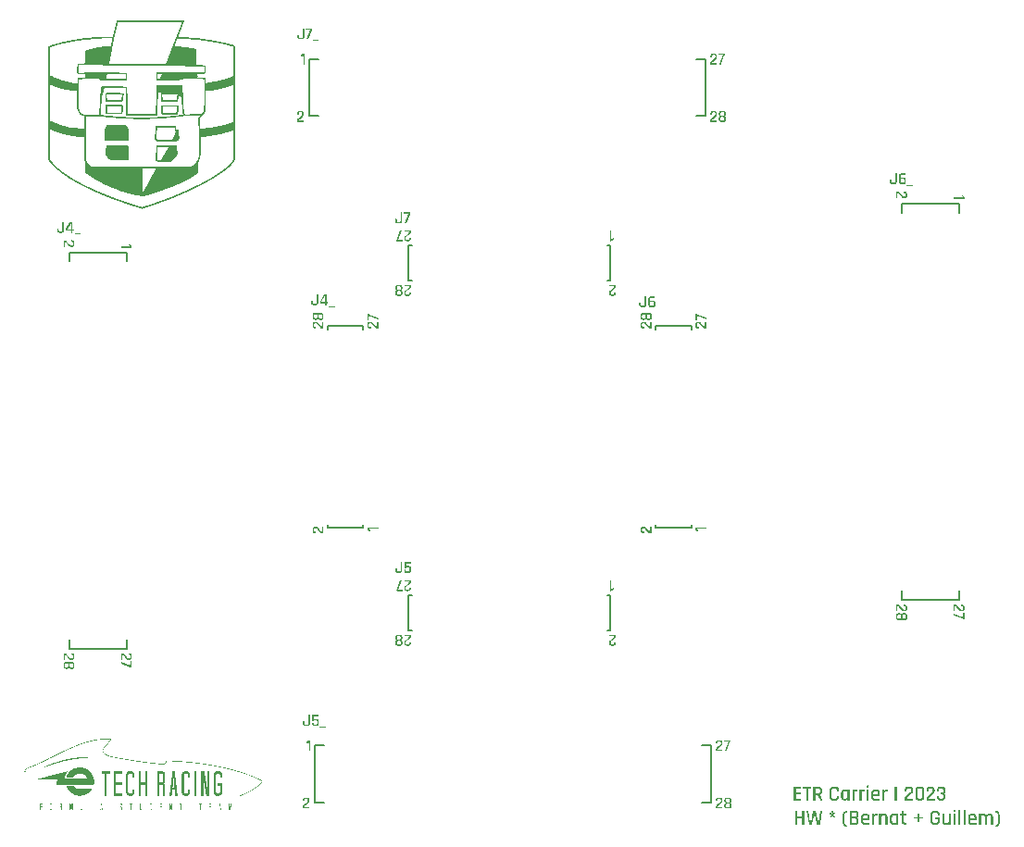
<source format=gto>
G04*
G04 #@! TF.GenerationSoftware,Altium Limited,Altium Designer,23.11.1 (41)*
G04*
G04 Layer_Color=65535*
%FSLAX44Y44*%
%MOMM*%
G71*
G04*
G04 #@! TF.SameCoordinates,00D06A11-A73A-467B-94DC-87872A238894*
G04*
G04*
G04 #@! TF.FilePolarity,Positive*
G04*
G01*
G75*
%ADD10C,0.2000*%
G36*
X187147Y776891D02*
X186972D01*
Y776368D01*
X186798D01*
Y776019D01*
X186623D01*
Y775495D01*
X186449D01*
Y774972D01*
X186274D01*
Y774623D01*
X186100D01*
Y774100D01*
X185925D01*
Y773751D01*
X185751D01*
Y773227D01*
X185576D01*
Y772878D01*
X185402D01*
Y772355D01*
X185228D01*
Y771832D01*
X185053D01*
Y771483D01*
X184879D01*
Y770959D01*
X184704D01*
Y770610D01*
X184530D01*
Y770087D01*
X184355D01*
Y769738D01*
X184181D01*
Y769215D01*
X184006D01*
Y768866D01*
X183832D01*
Y768342D01*
X183657D01*
Y767819D01*
X183483D01*
Y767470D01*
X183309D01*
Y766947D01*
X183134D01*
Y766598D01*
X182959D01*
Y766074D01*
X182785D01*
Y765725D01*
X182611D01*
Y765202D01*
X182436D01*
Y764679D01*
X182262D01*
Y764330D01*
X182087D01*
Y763806D01*
X181913D01*
Y763457D01*
X181738D01*
Y762934D01*
X181564D01*
Y762585D01*
X181389D01*
Y762062D01*
X181215D01*
Y761538D01*
X187845D01*
Y761364D01*
X191508D01*
Y761189D01*
X193951D01*
Y761015D01*
X196219D01*
Y760840D01*
X197964D01*
Y760666D01*
X199708D01*
Y760491D01*
X201278D01*
Y760317D01*
X202674D01*
Y760143D01*
X204070D01*
Y759968D01*
X205291D01*
Y759793D01*
X206512D01*
Y759619D01*
X207733D01*
Y759445D01*
X208780D01*
Y759270D01*
X210002D01*
Y759096D01*
X211048D01*
Y758921D01*
X212095D01*
Y758747D01*
X212967D01*
Y758572D01*
X214014D01*
Y758398D01*
X214887D01*
Y758223D01*
X215933D01*
Y758049D01*
X216806D01*
Y757874D01*
X217678D01*
Y757700D01*
X218550D01*
Y757525D01*
X219423D01*
Y757351D01*
X220121D01*
Y757177D01*
X220993D01*
Y757002D01*
X221865D01*
Y756828D01*
X222563D01*
Y756653D01*
X223261D01*
Y756479D01*
X224133D01*
Y756304D01*
X224831D01*
Y756130D01*
X225529D01*
Y755955D01*
X226227D01*
Y755781D01*
X226925D01*
Y755606D01*
X227623D01*
Y755432D01*
X228320D01*
Y755257D01*
X229018D01*
Y755083D01*
X229716D01*
Y754909D01*
X230414D01*
Y754734D01*
X230937D01*
Y754560D01*
X231635D01*
Y754385D01*
X232159D01*
Y754211D01*
X232333D01*
Y753862D01*
X232507D01*
Y753687D01*
X232682D01*
Y753513D01*
X232856D01*
Y753338D01*
X233031D01*
Y752989D01*
X233205D01*
Y752815D01*
X233380D01*
Y752466D01*
X233554D01*
Y751943D01*
X233729D01*
Y651625D01*
X233554D01*
Y650579D01*
X233380D01*
Y650055D01*
X233205D01*
Y649532D01*
X233031D01*
Y649183D01*
X232856D01*
Y648834D01*
X232682D01*
Y648485D01*
X232507D01*
Y648136D01*
X232333D01*
Y647787D01*
X232159D01*
Y647613D01*
X231984D01*
Y647264D01*
X231810D01*
Y647089D01*
X231635D01*
Y646740D01*
X231461D01*
Y646566D01*
X231286D01*
Y646392D01*
X231112D01*
Y646043D01*
X230937D01*
Y645868D01*
X230763D01*
Y645694D01*
X230588D01*
Y645519D01*
X230414D01*
Y645345D01*
X230239D01*
Y645170D01*
X230065D01*
Y644821D01*
X229890D01*
Y644647D01*
X229716D01*
Y644472D01*
X229542D01*
Y644298D01*
X229367D01*
Y644124D01*
X229193D01*
Y643949D01*
X229018D01*
Y643775D01*
X228844D01*
Y643600D01*
X228669D01*
Y643426D01*
X228495D01*
Y643251D01*
X228320D01*
Y643077D01*
X228146D01*
Y642902D01*
X227971D01*
Y642728D01*
X227797D01*
Y642553D01*
X227448D01*
Y642379D01*
X227274D01*
Y642204D01*
X227099D01*
Y642030D01*
X226925D01*
Y641855D01*
X226750D01*
Y641681D01*
X226576D01*
Y641507D01*
X226401D01*
Y641332D01*
X226052D01*
Y641158D01*
X225878D01*
Y640983D01*
X225703D01*
Y640809D01*
X225529D01*
Y640634D01*
X225354D01*
Y640460D01*
X225005D01*
Y640285D01*
X224831D01*
Y640111D01*
X224657D01*
Y639936D01*
X224482D01*
Y639762D01*
X224133D01*
Y639587D01*
X223959D01*
Y639413D01*
X223784D01*
Y639239D01*
X223435D01*
Y639064D01*
X223261D01*
Y638890D01*
X223086D01*
Y638715D01*
X222738D01*
Y638541D01*
X222563D01*
Y638366D01*
X222389D01*
Y638192D01*
X222040D01*
Y638017D01*
X221865D01*
Y637843D01*
X221691D01*
Y637668D01*
X221342D01*
Y637494D01*
X221167D01*
Y637319D01*
X220818D01*
Y637145D01*
X220644D01*
Y636970D01*
X220295D01*
Y636796D01*
X220121D01*
Y636622D01*
X219772D01*
Y636447D01*
X219597D01*
Y636273D01*
X219423D01*
Y636098D01*
X219074D01*
Y635924D01*
X218899D01*
Y635749D01*
X218550D01*
Y635575D01*
X218376D01*
Y635400D01*
X218027D01*
Y635226D01*
X217678D01*
Y635051D01*
X217504D01*
Y634877D01*
X217155D01*
Y634702D01*
X216980D01*
Y634528D01*
X216631D01*
Y634353D01*
X216457D01*
Y634179D01*
X216108D01*
Y634005D01*
X215759D01*
Y633830D01*
X215584D01*
Y633656D01*
X215236D01*
Y633481D01*
X215061D01*
Y633307D01*
X214712D01*
Y633132D01*
X214363D01*
Y632958D01*
X214189D01*
Y632783D01*
X213840D01*
Y632609D01*
X213491D01*
Y632434D01*
X213316D01*
Y632260D01*
X212967D01*
Y632085D01*
X212619D01*
Y631911D01*
X212444D01*
Y631736D01*
X212095D01*
Y631562D01*
X211746D01*
Y631388D01*
X211572D01*
Y631213D01*
X211223D01*
Y631039D01*
X210874D01*
Y630864D01*
X210525D01*
Y630690D01*
X210350D01*
Y630515D01*
X210002D01*
Y630341D01*
X209653D01*
Y630166D01*
X209304D01*
Y629992D01*
X209129D01*
Y629817D01*
X208780D01*
Y629643D01*
X208431D01*
Y629468D01*
X208082D01*
Y629294D01*
X207733D01*
Y629119D01*
X207559D01*
Y628945D01*
X207210D01*
Y628771D01*
X206861D01*
Y628596D01*
X206512D01*
Y628422D01*
X206163D01*
Y628247D01*
X205814D01*
Y628073D01*
X205466D01*
Y627898D01*
X205291D01*
Y627724D01*
X204942D01*
Y627549D01*
X204593D01*
Y627375D01*
X204244D01*
Y627200D01*
X203895D01*
Y627026D01*
X203546D01*
Y626852D01*
X203197D01*
Y626677D01*
X202848D01*
Y626503D01*
X202500D01*
Y626328D01*
X202151D01*
Y626154D01*
X201802D01*
Y625979D01*
X201627D01*
Y625805D01*
X201278D01*
Y625630D01*
X200929D01*
Y625456D01*
X200581D01*
Y625281D01*
X200231D01*
Y625107D01*
X199883D01*
Y624932D01*
X199534D01*
Y624758D01*
X199185D01*
Y624583D01*
X198836D01*
Y624409D01*
X198487D01*
Y624235D01*
X198138D01*
Y624060D01*
X197789D01*
Y623886D01*
X197266D01*
Y623711D01*
X196917D01*
Y623537D01*
X196568D01*
Y623362D01*
X196219D01*
Y623188D01*
X195870D01*
Y623013D01*
X195521D01*
Y622839D01*
X195172D01*
Y622664D01*
X194823D01*
Y622490D01*
X194474D01*
Y622315D01*
X194125D01*
Y622141D01*
X193776D01*
Y621967D01*
X193253D01*
Y621792D01*
X192904D01*
Y621618D01*
X192555D01*
Y621443D01*
X192206D01*
Y621269D01*
X191857D01*
Y621094D01*
X191508D01*
Y620920D01*
X191159D01*
Y620745D01*
X190636D01*
Y620571D01*
X190287D01*
Y620396D01*
X189938D01*
Y620222D01*
X189589D01*
Y620047D01*
X189240D01*
Y619873D01*
X188717D01*
Y619698D01*
X188368D01*
Y619524D01*
X188019D01*
Y619350D01*
X187670D01*
Y619175D01*
X187147D01*
Y619001D01*
X186798D01*
Y618826D01*
X186449D01*
Y618652D01*
X186100D01*
Y618477D01*
X185576D01*
Y618303D01*
X185228D01*
Y618128D01*
X184879D01*
Y617954D01*
X184355D01*
Y617779D01*
X184006D01*
Y617605D01*
X183657D01*
Y617430D01*
X183134D01*
Y617256D01*
X182785D01*
Y617081D01*
X182436D01*
Y616907D01*
X181913D01*
Y616732D01*
X181564D01*
Y616558D01*
X181215D01*
Y616384D01*
X180692D01*
Y616209D01*
X180343D01*
Y616035D01*
X179819D01*
Y615860D01*
X179470D01*
Y615686D01*
X178947D01*
Y615511D01*
X178598D01*
Y615337D01*
X178249D01*
Y615162D01*
X177726D01*
Y614988D01*
X177377D01*
Y614813D01*
X176853D01*
Y614639D01*
X176504D01*
Y614464D01*
X175981D01*
Y614290D01*
X175632D01*
Y614116D01*
X175109D01*
Y613941D01*
X174760D01*
Y613767D01*
X174236D01*
Y613592D01*
X173887D01*
Y613418D01*
X173364D01*
Y613243D01*
X173015D01*
Y613069D01*
X172492D01*
Y612894D01*
X171968D01*
Y612720D01*
X171619D01*
Y612545D01*
X171096D01*
Y612371D01*
X170747D01*
Y612196D01*
X170224D01*
Y612022D01*
X169700D01*
Y611847D01*
X169351D01*
Y611673D01*
X168828D01*
Y611499D01*
X168305D01*
Y611324D01*
X167956D01*
Y611150D01*
X167432D01*
Y610975D01*
X166909D01*
Y610801D01*
X166385D01*
Y610626D01*
X166036D01*
Y610452D01*
X165513D01*
Y610277D01*
X164990D01*
Y610103D01*
X164466D01*
Y609928D01*
X164117D01*
Y609754D01*
X163594D01*
Y609580D01*
X163071D01*
Y609405D01*
X162547D01*
Y609231D01*
X162024D01*
Y609056D01*
X161500D01*
Y608882D01*
X161151D01*
Y608707D01*
X160628D01*
Y608533D01*
X160105D01*
Y608358D01*
X159581D01*
Y608184D01*
X159058D01*
Y608009D01*
X158534D01*
Y607835D01*
X158011D01*
Y607660D01*
X157488D01*
Y607486D01*
X156964D01*
Y607311D01*
X156441D01*
Y607137D01*
X155918D01*
Y606963D01*
X155394D01*
Y606788D01*
X154871D01*
Y606614D01*
X154347D01*
Y606439D01*
X153824D01*
Y606265D01*
X153301D01*
Y606090D01*
X152603D01*
Y605916D01*
X152079D01*
Y605741D01*
X151556D01*
Y605567D01*
X151032D01*
Y605392D01*
X150509D01*
Y605218D01*
X149811D01*
Y605043D01*
X149288D01*
Y604869D01*
X148764D01*
Y604695D01*
X147718D01*
Y604869D01*
X147194D01*
Y605043D01*
X146671D01*
Y605218D01*
X145973D01*
Y605392D01*
X145450D01*
Y605567D01*
X144926D01*
Y605741D01*
X144403D01*
Y605916D01*
X143705D01*
Y606090D01*
X143182D01*
Y606265D01*
X142658D01*
Y606439D01*
X142135D01*
Y606614D01*
X141611D01*
Y606788D01*
X141088D01*
Y606963D01*
X140390D01*
Y607137D01*
X139867D01*
Y607311D01*
X139343D01*
Y607486D01*
X138820D01*
Y607660D01*
X138297D01*
Y607835D01*
X137773D01*
Y608009D01*
X137250D01*
Y608184D01*
X136726D01*
Y608358D01*
X136203D01*
Y608533D01*
X135680D01*
Y608707D01*
X135156D01*
Y608882D01*
X134633D01*
Y609056D01*
X134109D01*
Y609231D01*
X133586D01*
Y609405D01*
X133063D01*
Y609580D01*
X132539D01*
Y609754D01*
X132016D01*
Y609928D01*
X131493D01*
Y610103D01*
X130969D01*
Y610277D01*
X130446D01*
Y610452D01*
X129922D01*
Y610626D01*
X129573D01*
Y610801D01*
X129050D01*
Y610975D01*
X128527D01*
Y611150D01*
X128003D01*
Y611324D01*
X127480D01*
Y611499D01*
X126956D01*
Y611673D01*
X126607D01*
Y611847D01*
X126084D01*
Y612022D01*
X125561D01*
Y612196D01*
X125037D01*
Y612371D01*
X124514D01*
Y612545D01*
X124165D01*
Y612720D01*
X123642D01*
Y612894D01*
X123118D01*
Y613069D01*
X122769D01*
Y613243D01*
X122246D01*
Y613418D01*
X121722D01*
Y613592D01*
X121374D01*
Y613767D01*
X120850D01*
Y613941D01*
X120327D01*
Y614116D01*
X119978D01*
Y614290D01*
X119454D01*
Y614464D01*
X118931D01*
Y614639D01*
X118582D01*
Y614813D01*
X118059D01*
Y614988D01*
X117710D01*
Y615162D01*
X117186D01*
Y615337D01*
X116837D01*
Y615511D01*
X116314D01*
Y615686D01*
X115791D01*
Y615860D01*
X115442D01*
Y616035D01*
X114918D01*
Y616209D01*
X114569D01*
Y616384D01*
X114046D01*
Y616558D01*
X113697D01*
Y616732D01*
X113174D01*
Y616907D01*
X112825D01*
Y617081D01*
X112476D01*
Y617256D01*
X111952D01*
Y617430D01*
X111603D01*
Y617605D01*
X111080D01*
Y617779D01*
X110731D01*
Y617954D01*
X110382D01*
Y618128D01*
X109859D01*
Y618303D01*
X109510D01*
Y618477D01*
X108987D01*
Y618652D01*
X108638D01*
Y618826D01*
X108289D01*
Y619001D01*
X107765D01*
Y619175D01*
X107416D01*
Y619350D01*
X107067D01*
Y619524D01*
X106544D01*
Y619698D01*
X106195D01*
Y619873D01*
X105846D01*
Y620047D01*
X105497D01*
Y620222D01*
X104974D01*
Y620396D01*
X104625D01*
Y620571D01*
X104276D01*
Y620745D01*
X103927D01*
Y620920D01*
X103404D01*
Y621094D01*
X103055D01*
Y621269D01*
X102706D01*
Y621443D01*
X102357D01*
Y621618D01*
X102008D01*
Y621792D01*
X101659D01*
Y621967D01*
X101136D01*
Y622141D01*
X100787D01*
Y622315D01*
X100438D01*
Y622490D01*
X100089D01*
Y622664D01*
X99740D01*
Y622839D01*
X99391D01*
Y623013D01*
X99042D01*
Y623188D01*
X98693D01*
Y623362D01*
X98344D01*
Y623537D01*
X97821D01*
Y623711D01*
X97472D01*
Y623886D01*
X97123D01*
Y624060D01*
X96774D01*
Y624235D01*
X96425D01*
Y624409D01*
X96076D01*
Y624583D01*
X95727D01*
Y624758D01*
X95378D01*
Y624932D01*
X95029D01*
Y625107D01*
X94680D01*
Y625281D01*
X94332D01*
Y625456D01*
X93983D01*
Y625630D01*
X93634D01*
Y625805D01*
X93459D01*
Y625979D01*
X93110D01*
Y626154D01*
X92761D01*
Y626328D01*
X92412D01*
Y626503D01*
X92063D01*
Y626677D01*
X91714D01*
Y626852D01*
X91366D01*
Y627026D01*
X91017D01*
Y627200D01*
X90668D01*
Y627375D01*
X90493D01*
Y627549D01*
X90144D01*
Y627724D01*
X89795D01*
Y627898D01*
X89446D01*
Y628073D01*
X89098D01*
Y628247D01*
X88749D01*
Y628422D01*
X88574D01*
Y628596D01*
X88225D01*
Y628771D01*
X87876D01*
Y628945D01*
X87527D01*
Y629119D01*
X87178D01*
Y629294D01*
X87004D01*
Y629468D01*
X86655D01*
Y629643D01*
X86306D01*
Y629817D01*
X86132D01*
Y629992D01*
X85783D01*
Y630166D01*
X85434D01*
Y630341D01*
X85085D01*
Y630515D01*
X84910D01*
Y630690D01*
X84562D01*
Y630864D01*
X84213D01*
Y631039D01*
X84038D01*
Y631213D01*
X83689D01*
Y631388D01*
X83340D01*
Y631562D01*
X83166D01*
Y631736D01*
X82817D01*
Y631911D01*
X82642D01*
Y632085D01*
X82293D01*
Y632260D01*
X81945D01*
Y632434D01*
X81770D01*
Y632609D01*
X81421D01*
Y632783D01*
X81247D01*
Y632958D01*
X80898D01*
Y633132D01*
X80723D01*
Y633307D01*
X80374D01*
Y633481D01*
X80025D01*
Y633656D01*
X79851D01*
Y633830D01*
X79502D01*
Y634005D01*
X79328D01*
Y634179D01*
X78979D01*
Y634353D01*
X78804D01*
Y634528D01*
X78455D01*
Y634702D01*
X78281D01*
Y634877D01*
X77932D01*
Y635051D01*
X77757D01*
Y635226D01*
X77583D01*
Y635400D01*
X77234D01*
Y635575D01*
X77059D01*
Y635749D01*
X76711D01*
Y635924D01*
X76536D01*
Y636098D01*
X76187D01*
Y636273D01*
X76013D01*
Y636447D01*
X75838D01*
Y636622D01*
X75489D01*
Y636796D01*
X75315D01*
Y636970D01*
X75140D01*
Y637145D01*
X74791D01*
Y637319D01*
X74617D01*
Y637494D01*
X74443D01*
Y637668D01*
X74094D01*
Y637843D01*
X73919D01*
Y638017D01*
X73745D01*
Y638192D01*
X73396D01*
Y638366D01*
X73221D01*
Y638541D01*
X73047D01*
Y638715D01*
X72872D01*
Y638890D01*
X72523D01*
Y639064D01*
X72349D01*
Y639239D01*
X72175D01*
Y639413D01*
X72000D01*
Y639587D01*
X71651D01*
Y639762D01*
X71477D01*
Y639936D01*
X71302D01*
Y640111D01*
X71128D01*
Y640285D01*
X70953D01*
Y640460D01*
X70604D01*
Y640634D01*
X70430D01*
Y640809D01*
X70255D01*
Y640983D01*
X70081D01*
Y641158D01*
X69906D01*
Y641332D01*
X69732D01*
Y641507D01*
X69557D01*
Y641681D01*
X69209D01*
Y641855D01*
X69034D01*
Y642030D01*
X68860D01*
Y642204D01*
X68685D01*
Y642379D01*
X68511D01*
Y642553D01*
X68336D01*
Y642728D01*
X68162D01*
Y642902D01*
X67987D01*
Y643077D01*
X67813D01*
Y643251D01*
X67638D01*
Y643426D01*
X67464D01*
Y643600D01*
X67290D01*
Y643775D01*
X67115D01*
Y643949D01*
X66941D01*
Y644124D01*
X66766D01*
Y644298D01*
X66592D01*
Y644472D01*
X66417D01*
Y644647D01*
X66243D01*
Y644821D01*
X66068D01*
Y644996D01*
X65894D01*
Y645170D01*
X65719D01*
Y645519D01*
X65545D01*
Y645694D01*
X65370D01*
Y645868D01*
X65196D01*
Y646043D01*
X65021D01*
Y646217D01*
X64847D01*
Y646392D01*
X64672D01*
Y646740D01*
X64498D01*
Y646915D01*
X64324D01*
Y647089D01*
X64149D01*
Y647264D01*
X63975D01*
Y647613D01*
X63800D01*
Y647787D01*
X63626D01*
Y648136D01*
X63451D01*
Y648311D01*
X63277D01*
Y648660D01*
X63102D01*
Y648834D01*
X62928D01*
Y649183D01*
X62753D01*
Y649532D01*
X62579D01*
Y676923D01*
Y677097D01*
Y684948D01*
X62404D01*
Y685123D01*
X62579D01*
Y689833D01*
X62404D01*
Y719492D01*
X62230D01*
Y727518D01*
X62404D01*
Y731705D01*
X62230D01*
Y753164D01*
X62579D01*
Y753338D01*
X63102D01*
Y753513D01*
X63451D01*
Y753687D01*
X63975D01*
Y753862D01*
X64498D01*
Y754036D01*
X65021D01*
Y754211D01*
X65545D01*
Y754385D01*
X66068D01*
Y754560D01*
X66592D01*
Y754734D01*
X67290D01*
Y754909D01*
X67813D01*
Y755083D01*
X68336D01*
Y755257D01*
X69034D01*
Y755432D01*
X69557D01*
Y755606D01*
X70255D01*
Y755781D01*
X70779D01*
Y755955D01*
X71477D01*
Y756130D01*
X72175D01*
Y756304D01*
X72698D01*
Y756479D01*
X73396D01*
Y756653D01*
X74094D01*
Y756828D01*
X74791D01*
Y757002D01*
X75489D01*
Y757177D01*
X76362D01*
Y757351D01*
X77059D01*
Y757525D01*
X77757D01*
Y757700D01*
X78630D01*
Y757874D01*
X79502D01*
Y758049D01*
X80200D01*
Y758223D01*
X81072D01*
Y758398D01*
X81945D01*
Y758572D01*
X82991D01*
Y758747D01*
X83864D01*
Y758921D01*
X84736D01*
Y759096D01*
X85783D01*
Y759270D01*
X86830D01*
Y759445D01*
X87876D01*
Y759619D01*
X88923D01*
Y759793D01*
X90144D01*
Y759968D01*
X91366D01*
Y760143D01*
X92587D01*
Y760317D01*
X93808D01*
Y760491D01*
X95204D01*
Y760666D01*
X96774D01*
Y760840D01*
X98344D01*
Y761015D01*
X100089D01*
Y761189D01*
X102008D01*
Y761364D01*
X104101D01*
Y761538D01*
X106544D01*
Y761713D01*
X109510D01*
Y761887D01*
X113871D01*
Y762062D01*
X121548D01*
Y762411D01*
X121722D01*
Y763108D01*
X121897D01*
Y763806D01*
X122071D01*
Y764504D01*
X122246D01*
Y765202D01*
X122420D01*
Y765900D01*
X122595D01*
Y766598D01*
X122769D01*
Y767296D01*
X122944D01*
Y767993D01*
X123118D01*
Y768691D01*
X123293D01*
Y769389D01*
X123467D01*
Y770087D01*
X123642D01*
Y770785D01*
X123816D01*
Y771483D01*
X123990D01*
Y772180D01*
X124165D01*
Y772878D01*
X124339D01*
Y773576D01*
X124514D01*
Y774274D01*
X124688D01*
Y774972D01*
X124863D01*
Y775670D01*
X125037D01*
Y776368D01*
X125212D01*
Y777066D01*
X187147D01*
Y776891D01*
D02*
G37*
G36*
X102702Y103217D02*
X105148D01*
Y103152D01*
X105728D01*
Y103088D01*
X106307D01*
Y103024D01*
X105728D01*
Y102959D01*
X104440D01*
Y102895D01*
X103153D01*
Y102830D01*
X101865D01*
Y102766D01*
X100706D01*
Y102702D01*
X99676D01*
Y102637D01*
X98710D01*
Y102573D01*
X97809D01*
Y102508D01*
X97037D01*
Y102444D01*
X96264D01*
Y102380D01*
X95556D01*
Y102315D01*
X94848D01*
Y102251D01*
X94204D01*
Y102186D01*
X93560D01*
Y102122D01*
X92981D01*
Y102058D01*
X92401D01*
Y101993D01*
X91886D01*
Y101929D01*
X91307D01*
Y101865D01*
X90792D01*
Y101800D01*
X90277D01*
Y101736D01*
X89762D01*
Y101671D01*
X89311D01*
Y101607D01*
X88860D01*
Y101543D01*
X88345D01*
Y101478D01*
X87959D01*
Y101414D01*
X87508D01*
Y101350D01*
X87058D01*
Y101285D01*
X86671D01*
Y101221D01*
X86221D01*
Y101157D01*
X85835D01*
Y101092D01*
X85448D01*
Y101028D01*
X85062D01*
Y100963D01*
X84676D01*
Y100899D01*
X84289D01*
Y100835D01*
X83903D01*
Y100770D01*
X83517D01*
Y100706D01*
X83195D01*
Y100641D01*
X82809D01*
Y100577D01*
X82487D01*
Y100513D01*
X82165D01*
Y100448D01*
X81779D01*
Y100384D01*
X81457D01*
Y100319D01*
X81135D01*
Y100255D01*
X80813D01*
Y100191D01*
X80491D01*
Y100126D01*
X80169D01*
Y100062D01*
X79847D01*
Y99998D01*
X79590D01*
Y99933D01*
X79268D01*
Y99869D01*
X78946D01*
Y99804D01*
X78624D01*
Y99740D01*
X78366D01*
Y99676D01*
X78045D01*
Y99611D01*
X77787D01*
Y99547D01*
X77465D01*
Y99483D01*
X77208D01*
Y99418D01*
X76950D01*
Y99354D01*
X76628D01*
Y99289D01*
X76371D01*
Y99225D01*
X76113D01*
Y99161D01*
X75856D01*
Y99096D01*
X75598D01*
Y99032D01*
X75276D01*
Y98968D01*
X75019D01*
Y98903D01*
X74761D01*
Y98839D01*
X74504D01*
Y98774D01*
X74246D01*
Y98710D01*
X74053D01*
Y98646D01*
X73795D01*
Y98581D01*
X73538D01*
Y98517D01*
X73280D01*
Y98453D01*
X73023D01*
Y98388D01*
X72765D01*
Y98324D01*
X72572D01*
Y98259D01*
X72315D01*
Y98195D01*
X72057D01*
Y98131D01*
X71864D01*
Y98066D01*
X71607D01*
Y98002D01*
X71349D01*
Y97937D01*
X71156D01*
Y97873D01*
X70898D01*
Y97809D01*
X70705D01*
Y97744D01*
X70448D01*
Y97680D01*
X70255D01*
Y97616D01*
X69997D01*
Y97551D01*
X69804D01*
Y97487D01*
X69611D01*
Y97422D01*
X69353D01*
Y97358D01*
X69160D01*
Y97294D01*
X68967D01*
Y97229D01*
X68710D01*
Y97165D01*
X68516D01*
Y97100D01*
X68323D01*
Y97036D01*
X68130D01*
Y96972D01*
X67873D01*
Y96907D01*
X67679D01*
Y96843D01*
X67486D01*
Y96779D01*
X67293D01*
Y96714D01*
X67100D01*
Y96650D01*
X66907D01*
Y96586D01*
X66714D01*
Y96521D01*
X66521D01*
Y96457D01*
X66328D01*
Y96392D01*
X66134D01*
Y96328D01*
X65941D01*
Y96264D01*
X65748D01*
Y96199D01*
X65555D01*
Y96135D01*
X65362D01*
Y96070D01*
X65169D01*
Y96006D01*
X64976D01*
Y95942D01*
X64782D01*
Y95877D01*
X64589D01*
Y95813D01*
X64396D01*
Y95749D01*
X64267D01*
Y95684D01*
X64074D01*
Y95620D01*
X63881D01*
Y95555D01*
X63688D01*
Y95491D01*
X63495D01*
Y95427D01*
X63366D01*
Y95362D01*
X63173D01*
Y95298D01*
X62980D01*
Y95233D01*
X62787D01*
Y95169D01*
X62658D01*
Y95105D01*
X62465D01*
Y95040D01*
X62272D01*
Y94976D01*
X62143D01*
Y94912D01*
X61950D01*
Y94847D01*
X61757D01*
Y94783D01*
X61628D01*
Y94719D01*
X61435D01*
Y94654D01*
X61306D01*
Y94590D01*
X61113D01*
Y94525D01*
X60920D01*
Y94461D01*
X60791D01*
Y94397D01*
X60598D01*
Y94332D01*
X60469D01*
Y94268D01*
X60276D01*
Y94204D01*
X60147D01*
Y94139D01*
X59954D01*
Y94075D01*
X59825D01*
Y94010D01*
X59632D01*
Y93946D01*
X59503D01*
Y93882D01*
X59310D01*
Y93817D01*
X59117D01*
Y93753D01*
X58988D01*
Y93688D01*
X58859D01*
Y93753D01*
X58795D01*
Y93817D01*
X58731D01*
Y93882D01*
X58795D01*
Y93946D01*
X58924D01*
Y94010D01*
X59053D01*
Y94075D01*
X59181D01*
Y94139D01*
X59310D01*
Y94204D01*
X59439D01*
Y94268D01*
X59568D01*
Y94332D01*
X59696D01*
Y94397D01*
X59825D01*
Y94461D01*
X59954D01*
Y94525D01*
X60083D01*
Y94590D01*
X60211D01*
Y94654D01*
X60340D01*
Y94719D01*
X60469D01*
Y94783D01*
X60598D01*
Y94847D01*
X60726D01*
Y94912D01*
X60855D01*
Y94976D01*
X60984D01*
Y95040D01*
X61113D01*
Y95105D01*
X61241D01*
Y95169D01*
X61370D01*
Y95233D01*
X61499D01*
Y95298D01*
X61692D01*
Y95362D01*
X61821D01*
Y95427D01*
X61950D01*
Y95491D01*
X62078D01*
Y95555D01*
X62272D01*
Y95620D01*
X62400D01*
Y95684D01*
X62529D01*
Y95749D01*
X62658D01*
Y95813D01*
X62851D01*
Y95877D01*
X62980D01*
Y95942D01*
X63109D01*
Y96006D01*
X63302D01*
Y96070D01*
X63430D01*
Y96135D01*
X63559D01*
Y96199D01*
X63752D01*
Y96264D01*
X63881D01*
Y96328D01*
X64074D01*
Y96392D01*
X64203D01*
Y96457D01*
X64396D01*
Y96521D01*
X64525D01*
Y96586D01*
X64718D01*
Y96650D01*
X64847D01*
Y96714D01*
X65040D01*
Y96779D01*
X65169D01*
Y96843D01*
X65362D01*
Y96907D01*
X65490D01*
Y96972D01*
X65684D01*
Y97036D01*
X65877D01*
Y97100D01*
X66006D01*
Y97165D01*
X66199D01*
Y97229D01*
X66328D01*
Y97294D01*
X66521D01*
Y97358D01*
X66714D01*
Y97422D01*
X66907D01*
Y97487D01*
X67036D01*
Y97551D01*
X67229D01*
Y97616D01*
X67422D01*
Y97680D01*
X67615D01*
Y97744D01*
X67744D01*
Y97809D01*
X67937D01*
Y97873D01*
X68130D01*
Y97937D01*
X68323D01*
Y98002D01*
X68516D01*
Y98066D01*
X68710D01*
Y98131D01*
X68903D01*
Y98195D01*
X69096D01*
Y98259D01*
X69289D01*
Y98324D01*
X69482D01*
Y98388D01*
X69675D01*
Y98453D01*
X69868D01*
Y98517D01*
X70061D01*
Y98581D01*
X70255D01*
Y98646D01*
X70448D01*
Y98710D01*
X70641D01*
Y98774D01*
X70834D01*
Y98839D01*
X71027D01*
Y98903D01*
X71285D01*
Y98968D01*
X71478D01*
Y99032D01*
X71671D01*
Y99096D01*
X71864D01*
Y99161D01*
X72122D01*
Y99225D01*
X72315D01*
Y99289D01*
X72508D01*
Y99354D01*
X72765D01*
Y99418D01*
X72959D01*
Y99483D01*
X73216D01*
Y99547D01*
X73409D01*
Y99611D01*
X73667D01*
Y99676D01*
X73860D01*
Y99740D01*
X74117D01*
Y99804D01*
X74375D01*
Y99869D01*
X74568D01*
Y99933D01*
X74826D01*
Y99998D01*
X75083D01*
Y100062D01*
X75276D01*
Y100126D01*
X75534D01*
Y100191D01*
X75791D01*
Y100255D01*
X76049D01*
Y100319D01*
X76306D01*
Y100384D01*
X76564D01*
Y100448D01*
X76821D01*
Y100513D01*
X77079D01*
Y100577D01*
X77401D01*
Y100641D01*
X77658D01*
Y100706D01*
X77916D01*
Y100770D01*
X78173D01*
Y100835D01*
X78495D01*
Y100899D01*
X78753D01*
Y100963D01*
X79075D01*
Y101028D01*
X79397D01*
Y101092D01*
X79654D01*
Y101157D01*
X79976D01*
Y101221D01*
X80298D01*
Y101285D01*
X80620D01*
Y101350D01*
X80942D01*
Y101414D01*
X81264D01*
Y101478D01*
X81585D01*
Y101543D01*
X81972D01*
Y101607D01*
X82294D01*
Y101671D01*
X82680D01*
Y101736D01*
X83002D01*
Y101800D01*
X83388D01*
Y101865D01*
X83774D01*
Y101929D01*
X84161D01*
Y101993D01*
X84547D01*
Y102058D01*
X84998D01*
Y102122D01*
X85384D01*
Y102186D01*
X85835D01*
Y102251D01*
X86285D01*
Y102315D01*
X86736D01*
Y102380D01*
X87251D01*
Y102444D01*
X87766D01*
Y102508D01*
X88281D01*
Y102573D01*
X88860D01*
Y102637D01*
X89440D01*
Y102702D01*
X90019D01*
Y102766D01*
X90663D01*
Y102830D01*
X91371D01*
Y102895D01*
X92144D01*
Y102959D01*
X92916D01*
Y103024D01*
X93882D01*
Y103088D01*
X94912D01*
Y103152D01*
X96200D01*
Y103217D01*
X98002D01*
Y103281D01*
X102702D01*
Y103217D01*
D02*
G37*
G36*
X219229Y90019D02*
X219487D01*
Y89954D01*
X219680D01*
Y89890D01*
X219809D01*
Y89826D01*
X219937D01*
Y89761D01*
X220066D01*
Y89697D01*
X220195D01*
Y89633D01*
X220259D01*
Y89568D01*
X220388D01*
Y89504D01*
X220452D01*
Y89439D01*
X220517D01*
Y89375D01*
X220581D01*
Y89311D01*
X220645D01*
Y89246D01*
X220710D01*
Y89182D01*
X220774D01*
Y89117D01*
X220839D01*
Y89053D01*
X220903D01*
Y88924D01*
X220967D01*
Y88860D01*
X221032D01*
Y88796D01*
X221096D01*
Y88667D01*
X221160D01*
Y88538D01*
X221225D01*
Y88409D01*
X221289D01*
Y88216D01*
X221354D01*
Y87959D01*
X221418D01*
Y87572D01*
X221482D01*
Y84546D01*
X221418D01*
Y84482D01*
X219615D01*
Y86542D01*
X219551D01*
Y86864D01*
X219487D01*
Y87057D01*
X219422D01*
Y87186D01*
X219358D01*
Y87315D01*
X219293D01*
Y87444D01*
X219229D01*
Y87508D01*
X219165D01*
Y87572D01*
X219100D01*
Y87701D01*
X219036D01*
Y87766D01*
X218907D01*
Y87830D01*
X218843D01*
Y87894D01*
X218778D01*
Y87959D01*
X218650D01*
Y88023D01*
X218521D01*
Y88087D01*
X218392D01*
Y88152D01*
X218135D01*
Y88216D01*
X217362D01*
Y88152D01*
X217169D01*
Y88087D01*
X216976D01*
Y88023D01*
X216847D01*
Y87959D01*
X216783D01*
Y87894D01*
X216654D01*
Y87830D01*
X216590D01*
Y87766D01*
X216461D01*
Y87701D01*
X216396D01*
Y87572D01*
X216332D01*
Y87508D01*
X216268D01*
Y87444D01*
X216203D01*
Y87315D01*
X216139D01*
Y87186D01*
X216074D01*
Y87057D01*
X216010D01*
Y86929D01*
X215946D01*
Y86607D01*
X215881D01*
Y71284D01*
X215946D01*
Y70962D01*
X216010D01*
Y70834D01*
X216074D01*
Y70705D01*
X216139D01*
Y70576D01*
X216203D01*
Y70447D01*
X216268D01*
Y70383D01*
X216332D01*
Y70319D01*
X216396D01*
Y70190D01*
X216461D01*
Y70125D01*
X216590D01*
Y70061D01*
X216654D01*
Y69997D01*
X216783D01*
Y69932D01*
X216847D01*
Y69868D01*
X216976D01*
Y69804D01*
X217169D01*
Y69739D01*
X217362D01*
Y69675D01*
X218135D01*
Y69739D01*
X218392D01*
Y69804D01*
X218521D01*
Y69868D01*
X218650D01*
Y69932D01*
X218778D01*
Y69997D01*
X218843D01*
Y70061D01*
X218907D01*
Y70125D01*
X219036D01*
Y70190D01*
X219100D01*
Y70319D01*
X219165D01*
Y70383D01*
X219229D01*
Y70447D01*
X219293D01*
Y70576D01*
X219358D01*
Y70705D01*
X219422D01*
Y70834D01*
X219487D01*
Y71027D01*
X219551D01*
Y71349D01*
X219615D01*
Y77078D01*
X217748D01*
Y78945D01*
X221482D01*
Y70254D01*
X221418D01*
Y69868D01*
X221354D01*
Y69675D01*
X221289D01*
Y69482D01*
X221225D01*
Y69353D01*
X221160D01*
Y69224D01*
X221096D01*
Y69095D01*
X221032D01*
Y69031D01*
X220967D01*
Y68967D01*
X220903D01*
Y68838D01*
X220839D01*
Y68773D01*
X220774D01*
Y68709D01*
X220710D01*
Y68645D01*
X220645D01*
Y68580D01*
X220581D01*
Y68516D01*
X220517D01*
Y68452D01*
X220452D01*
Y68387D01*
X220388D01*
Y68323D01*
X220259D01*
Y68259D01*
X220195D01*
Y68194D01*
X220066D01*
Y68130D01*
X219937D01*
Y68065D01*
X219809D01*
Y68001D01*
X219680D01*
Y67937D01*
X219487D01*
Y67872D01*
X219229D01*
Y67808D01*
X216332D01*
Y67872D01*
X216010D01*
Y67937D01*
X215817D01*
Y68001D01*
X215688D01*
Y68065D01*
X215559D01*
Y68130D01*
X215431D01*
Y68194D01*
X215366D01*
Y68259D01*
X215238D01*
Y68323D01*
X215173D01*
Y68387D01*
X215109D01*
Y68452D01*
X214980D01*
Y68516D01*
X214916D01*
Y68580D01*
X214851D01*
Y68645D01*
X214787D01*
Y68709D01*
X214722D01*
Y68838D01*
X214658D01*
Y68902D01*
X214594D01*
Y68967D01*
X214529D01*
Y69031D01*
X214465D01*
Y69160D01*
X214401D01*
Y69289D01*
X214336D01*
Y69353D01*
X214272D01*
Y69546D01*
X214207D01*
Y69675D01*
X214143D01*
Y69868D01*
X214079D01*
Y70254D01*
X214014D01*
Y87637D01*
X214079D01*
Y87959D01*
X214143D01*
Y88216D01*
X214207D01*
Y88345D01*
X214272D01*
Y88538D01*
X214336D01*
Y88602D01*
X214401D01*
Y88731D01*
X214465D01*
Y88860D01*
X214529D01*
Y88924D01*
X214594D01*
Y88989D01*
X214658D01*
Y89053D01*
X214722D01*
Y89182D01*
X214787D01*
Y89246D01*
X214851D01*
Y89311D01*
X214916D01*
Y89375D01*
X214980D01*
Y89439D01*
X215109D01*
Y89504D01*
X215173D01*
Y89568D01*
X215238D01*
Y89633D01*
X215366D01*
Y89697D01*
X215431D01*
Y89761D01*
X215559D01*
Y89826D01*
X215688D01*
Y89890D01*
X215817D01*
Y89954D01*
X216010D01*
Y90019D01*
X216332D01*
Y90083D01*
X219229D01*
Y90019D01*
D02*
G37*
G36*
X189936D02*
X190194D01*
Y89954D01*
X190387D01*
Y89890D01*
X190516D01*
Y89826D01*
X190644D01*
Y89761D01*
X190773D01*
Y89697D01*
X190902D01*
Y89633D01*
X190966D01*
Y89568D01*
X191095D01*
Y89504D01*
X191159D01*
Y89439D01*
X191224D01*
Y89375D01*
X191288D01*
Y89311D01*
X191353D01*
Y89246D01*
X191417D01*
Y89182D01*
X191481D01*
Y89117D01*
X191546D01*
Y89053D01*
X191610D01*
Y88924D01*
X191674D01*
Y88860D01*
X191739D01*
Y88796D01*
X191803D01*
Y88667D01*
X191868D01*
Y88538D01*
X191932D01*
Y88409D01*
X191996D01*
Y88216D01*
X192061D01*
Y87959D01*
X192125D01*
Y87572D01*
X192190D01*
Y84546D01*
X192125D01*
Y84482D01*
X190323D01*
Y86542D01*
X190258D01*
Y86864D01*
X190194D01*
Y87057D01*
X190129D01*
Y87186D01*
X190065D01*
Y87315D01*
X190001D01*
Y87444D01*
X189936D01*
Y87508D01*
X189872D01*
Y87572D01*
X189807D01*
Y87701D01*
X189743D01*
Y87766D01*
X189614D01*
Y87830D01*
X189550D01*
Y87894D01*
X189486D01*
Y87959D01*
X189357D01*
Y88023D01*
X189228D01*
Y88087D01*
X189099D01*
Y88152D01*
X188842D01*
Y88216D01*
X188069D01*
Y88152D01*
X187876D01*
Y88087D01*
X187683D01*
Y88023D01*
X187554D01*
Y87959D01*
X187490D01*
Y87894D01*
X187361D01*
Y87830D01*
X187297D01*
Y87766D01*
X187168D01*
Y87701D01*
X187104D01*
Y87572D01*
X187039D01*
Y87508D01*
X186975D01*
Y87444D01*
X186910D01*
Y87315D01*
X186846D01*
Y87186D01*
X186782D01*
Y87057D01*
X186717D01*
Y86929D01*
X186653D01*
Y86607D01*
X186589D01*
Y71284D01*
X186653D01*
Y70962D01*
X186717D01*
Y70834D01*
X186782D01*
Y70705D01*
X186846D01*
Y70576D01*
X186910D01*
Y70447D01*
X186975D01*
Y70383D01*
X187039D01*
Y70319D01*
X187104D01*
Y70190D01*
X187168D01*
Y70125D01*
X187297D01*
Y70061D01*
X187361D01*
Y69997D01*
X187490D01*
Y69932D01*
X187554D01*
Y69868D01*
X187683D01*
Y69804D01*
X187876D01*
Y69739D01*
X188069D01*
Y69675D01*
X188842D01*
Y69739D01*
X189099D01*
Y69804D01*
X189228D01*
Y69868D01*
X189357D01*
Y69932D01*
X189486D01*
Y69997D01*
X189550D01*
Y70061D01*
X189614D01*
Y70125D01*
X189743D01*
Y70190D01*
X189807D01*
Y70319D01*
X189872D01*
Y70383D01*
X189936D01*
Y70447D01*
X190001D01*
Y70576D01*
X190065D01*
Y70705D01*
X190129D01*
Y70834D01*
X190194D01*
Y71027D01*
X190258D01*
Y71349D01*
X190323D01*
Y73409D01*
X192125D01*
Y73344D01*
X192190D01*
Y70254D01*
X192125D01*
Y69868D01*
X192061D01*
Y69675D01*
X191996D01*
Y69482D01*
X191932D01*
Y69353D01*
X191868D01*
Y69224D01*
X191803D01*
Y69095D01*
X191739D01*
Y69031D01*
X191674D01*
Y68967D01*
X191610D01*
Y68838D01*
X191546D01*
Y68773D01*
X191481D01*
Y68709D01*
X191417D01*
Y68645D01*
X191353D01*
Y68580D01*
X191288D01*
Y68516D01*
X191224D01*
Y68452D01*
X191159D01*
Y68387D01*
X191095D01*
Y68323D01*
X190966D01*
Y68259D01*
X190902D01*
Y68194D01*
X190773D01*
Y68130D01*
X190644D01*
Y68065D01*
X190516D01*
Y68001D01*
X190387D01*
Y67937D01*
X190194D01*
Y67872D01*
X189936D01*
Y67808D01*
X187039D01*
Y67872D01*
X186717D01*
Y67937D01*
X186524D01*
Y68001D01*
X186395D01*
Y68065D01*
X186267D01*
Y68130D01*
X186138D01*
Y68194D01*
X186073D01*
Y68259D01*
X185945D01*
Y68323D01*
X185880D01*
Y68387D01*
X185816D01*
Y68452D01*
X185687D01*
Y68516D01*
X185623D01*
Y68580D01*
X185558D01*
Y68645D01*
X185494D01*
Y68709D01*
X185430D01*
Y68838D01*
X185365D01*
Y68902D01*
X185301D01*
Y68967D01*
X185237D01*
Y69031D01*
X185172D01*
Y69160D01*
X185108D01*
Y69289D01*
X185043D01*
Y69353D01*
X184979D01*
Y69546D01*
X184915D01*
Y69675D01*
X184850D01*
Y69868D01*
X184786D01*
Y70254D01*
X184722D01*
Y82100D01*
Y82164D01*
Y87637D01*
X184786D01*
Y87959D01*
X184850D01*
Y88216D01*
X184915D01*
Y88345D01*
X184979D01*
Y88538D01*
X185043D01*
Y88602D01*
X185108D01*
Y88731D01*
X185172D01*
Y88860D01*
X185237D01*
Y88924D01*
X185301D01*
Y88989D01*
X185365D01*
Y89053D01*
X185430D01*
Y89182D01*
X185494D01*
Y89246D01*
X185558D01*
Y89311D01*
X185623D01*
Y89375D01*
X185687D01*
Y89439D01*
X185816D01*
Y89504D01*
X185880D01*
Y89568D01*
X185945D01*
Y89633D01*
X186073D01*
Y89697D01*
X186138D01*
Y89761D01*
X186267D01*
Y89826D01*
X186395D01*
Y89890D01*
X186524D01*
Y89954D01*
X186717D01*
Y90019D01*
X187039D01*
Y90083D01*
X189936D01*
Y90019D01*
D02*
G37*
G36*
X139012D02*
X139270D01*
Y89954D01*
X139463D01*
Y89890D01*
X139591D01*
Y89826D01*
X139720D01*
Y89761D01*
X139849D01*
Y89697D01*
X139978D01*
Y89633D01*
X140042D01*
Y89568D01*
X140171D01*
Y89504D01*
X140235D01*
Y89439D01*
X140300D01*
Y89375D01*
X140364D01*
Y89311D01*
X140428D01*
Y89246D01*
X140493D01*
Y89182D01*
X140557D01*
Y89117D01*
X140622D01*
Y89053D01*
X140686D01*
Y88924D01*
X140750D01*
Y88860D01*
X140815D01*
Y88796D01*
X140879D01*
Y88667D01*
X140943D01*
Y88538D01*
X141008D01*
Y88409D01*
X141072D01*
Y88216D01*
X141137D01*
Y87959D01*
X141201D01*
Y87572D01*
X141265D01*
Y84546D01*
X141201D01*
Y84482D01*
X139398D01*
Y86542D01*
X139334D01*
Y86864D01*
X139270D01*
Y87057D01*
X139205D01*
Y87186D01*
X139141D01*
Y87315D01*
X139076D01*
Y87444D01*
X139012D01*
Y87508D01*
X138948D01*
Y87572D01*
X138883D01*
Y87701D01*
X138819D01*
Y87766D01*
X138690D01*
Y87830D01*
X138626D01*
Y87894D01*
X138561D01*
Y87959D01*
X138433D01*
Y88023D01*
X138304D01*
Y88087D01*
X138175D01*
Y88152D01*
X137918D01*
Y88216D01*
X137145D01*
Y88152D01*
X136952D01*
Y88087D01*
X136759D01*
Y88023D01*
X136630D01*
Y87959D01*
X136566D01*
Y87894D01*
X136437D01*
Y87830D01*
X136372D01*
Y87766D01*
X136244D01*
Y87701D01*
X136179D01*
Y87572D01*
X136115D01*
Y87508D01*
X136051D01*
Y87444D01*
X135986D01*
Y87315D01*
X135922D01*
Y87186D01*
X135857D01*
Y87057D01*
X135793D01*
Y86929D01*
X135729D01*
Y86607D01*
X135664D01*
Y71284D01*
X135729D01*
Y70962D01*
X135793D01*
Y70834D01*
X135857D01*
Y70705D01*
X135922D01*
Y70576D01*
X135986D01*
Y70447D01*
X136051D01*
Y70383D01*
X136115D01*
Y70319D01*
X136179D01*
Y70190D01*
X136244D01*
Y70125D01*
X136372D01*
Y70061D01*
X136437D01*
Y69997D01*
X136566D01*
Y69932D01*
X136630D01*
Y69868D01*
X136759D01*
Y69804D01*
X136952D01*
Y69739D01*
X137145D01*
Y69675D01*
X137918D01*
Y69739D01*
X138175D01*
Y69804D01*
X138304D01*
Y69868D01*
X138433D01*
Y69932D01*
X138561D01*
Y69997D01*
X138626D01*
Y70061D01*
X138690D01*
Y70125D01*
X138819D01*
Y70190D01*
X138883D01*
Y70319D01*
X138948D01*
Y70383D01*
X139012D01*
Y70447D01*
X139076D01*
Y70576D01*
X139141D01*
Y70705D01*
X139205D01*
Y70834D01*
X139270D01*
Y71027D01*
X139334D01*
Y71349D01*
X139398D01*
Y73409D01*
X141201D01*
Y73344D01*
X141265D01*
Y70254D01*
X141201D01*
Y69868D01*
X141137D01*
Y69675D01*
X141072D01*
Y69482D01*
X141008D01*
Y69353D01*
X140943D01*
Y69224D01*
X140879D01*
Y69095D01*
X140815D01*
Y69031D01*
X140750D01*
Y68967D01*
X140686D01*
Y68838D01*
X140622D01*
Y68773D01*
X140557D01*
Y68709D01*
X140493D01*
Y68645D01*
X140428D01*
Y68580D01*
X140364D01*
Y68516D01*
X140300D01*
Y68452D01*
X140235D01*
Y68387D01*
X140171D01*
Y68323D01*
X140042D01*
Y68259D01*
X139978D01*
Y68194D01*
X139849D01*
Y68130D01*
X139720D01*
Y68065D01*
X139591D01*
Y68001D01*
X139463D01*
Y67937D01*
X139270D01*
Y67872D01*
X139012D01*
Y67808D01*
X136115D01*
Y67872D01*
X135793D01*
Y67937D01*
X135600D01*
Y68001D01*
X135471D01*
Y68065D01*
X135342D01*
Y68130D01*
X135214D01*
Y68194D01*
X135149D01*
Y68259D01*
X135021D01*
Y68323D01*
X134956D01*
Y68387D01*
X134892D01*
Y68452D01*
X134763D01*
Y68516D01*
X134699D01*
Y68580D01*
X134634D01*
Y68645D01*
X134570D01*
Y68709D01*
X134506D01*
Y68838D01*
X134441D01*
Y68902D01*
X134377D01*
Y68967D01*
X134312D01*
Y69031D01*
X134248D01*
Y69160D01*
X134184D01*
Y69289D01*
X134119D01*
Y69353D01*
X134055D01*
Y69546D01*
X133990D01*
Y69675D01*
X133926D01*
Y69868D01*
X133862D01*
Y70254D01*
X133797D01*
Y87637D01*
X133862D01*
Y87959D01*
X133926D01*
Y88216D01*
X133990D01*
Y88345D01*
X134055D01*
Y88538D01*
X134119D01*
Y88602D01*
X134184D01*
Y88731D01*
X134248D01*
Y88860D01*
X134312D01*
Y88924D01*
X134377D01*
Y88989D01*
X134441D01*
Y89053D01*
X134506D01*
Y89182D01*
X134570D01*
Y89246D01*
X134634D01*
Y89311D01*
X134699D01*
Y89375D01*
X134763D01*
Y89439D01*
X134892D01*
Y89504D01*
X134956D01*
Y89568D01*
X135021D01*
Y89633D01*
X135149D01*
Y89697D01*
X135214D01*
Y89761D01*
X135342D01*
Y89826D01*
X135471D01*
Y89890D01*
X135600D01*
Y89954D01*
X135793D01*
Y90019D01*
X136115D01*
Y90083D01*
X139012D01*
Y90019D01*
D02*
G37*
G36*
X92466Y93688D02*
X93109D01*
Y93624D01*
X93560D01*
Y93560D01*
X93946D01*
Y93495D01*
X94268D01*
Y93431D01*
X94526D01*
Y93366D01*
X94783D01*
Y93302D01*
X94976D01*
Y93238D01*
X95234D01*
Y93173D01*
X95427D01*
Y93109D01*
X95620D01*
Y93045D01*
X95813D01*
Y92980D01*
X95942D01*
Y92916D01*
X96135D01*
Y92851D01*
X96264D01*
Y92787D01*
X96457D01*
Y92723D01*
X96586D01*
Y92658D01*
X96715D01*
Y92594D01*
X96843D01*
Y92530D01*
X96972D01*
Y92465D01*
X97101D01*
Y92401D01*
X97230D01*
Y92336D01*
X97358D01*
Y92272D01*
X97487D01*
Y92208D01*
X97616D01*
Y92143D01*
X97745D01*
Y92079D01*
X97809D01*
Y92015D01*
X97938D01*
Y91950D01*
X98067D01*
Y91886D01*
X98131D01*
Y91821D01*
X98260D01*
Y91757D01*
X98389D01*
Y91693D01*
X98453D01*
Y91628D01*
X98582D01*
Y91564D01*
X98646D01*
Y91500D01*
X98775D01*
Y91435D01*
X98839D01*
Y91371D01*
X98904D01*
Y91306D01*
X99032D01*
Y91242D01*
X99097D01*
Y91178D01*
X99225D01*
Y91113D01*
X99290D01*
Y91049D01*
X99354D01*
Y90984D01*
X99483D01*
Y90920D01*
X99547D01*
Y90856D01*
X99612D01*
Y90791D01*
X99676D01*
Y90727D01*
X99805D01*
Y90663D01*
X99869D01*
Y90598D01*
X99934D01*
Y90534D01*
X99998D01*
Y90469D01*
X100062D01*
Y90405D01*
X100127D01*
Y90341D01*
X100191D01*
Y90276D01*
X100320D01*
Y90212D01*
X100384D01*
Y90147D01*
X100449D01*
Y90083D01*
X100513D01*
Y90019D01*
X100577D01*
Y89954D01*
X100642D01*
Y89890D01*
X100706D01*
Y89826D01*
X100771D01*
Y89761D01*
X100835D01*
Y89697D01*
X100899D01*
Y89633D01*
X100964D01*
Y89504D01*
X101028D01*
Y89439D01*
X101093D01*
Y89375D01*
X101157D01*
Y89311D01*
X101221D01*
Y89246D01*
X101286D01*
Y89182D01*
X101350D01*
Y89117D01*
X101414D01*
Y88989D01*
X101479D01*
Y88924D01*
X101543D01*
Y88860D01*
X101608D01*
Y88796D01*
X101672D01*
Y88667D01*
X101736D01*
Y88602D01*
X101801D01*
Y88538D01*
X101865D01*
Y88409D01*
X101929D01*
Y88345D01*
X101994D01*
Y88216D01*
X102058D01*
Y88152D01*
X102122D01*
Y88023D01*
X102187D01*
Y87959D01*
X102251D01*
Y87830D01*
X102316D01*
Y87766D01*
X102380D01*
Y87637D01*
X102444D01*
Y87572D01*
X102509D01*
Y87444D01*
X102573D01*
Y87315D01*
X102638D01*
Y87250D01*
X102702D01*
Y87122D01*
X102766D01*
Y86993D01*
X102831D01*
Y86864D01*
X102895D01*
Y86735D01*
X102959D01*
Y86671D01*
X103024D01*
Y86542D01*
X103088D01*
Y86413D01*
X103153D01*
Y86285D01*
X103217D01*
Y86156D01*
X103281D01*
Y86027D01*
X103346D01*
Y85899D01*
X103410D01*
Y85705D01*
X103475D01*
Y85577D01*
X103539D01*
Y85448D01*
X103603D01*
Y85255D01*
X103668D01*
Y85062D01*
X103732D01*
Y84933D01*
X103796D01*
Y84740D01*
X103861D01*
Y84546D01*
X103925D01*
Y84289D01*
X103989D01*
Y84096D01*
X104054D01*
Y83838D01*
X104118D01*
Y83516D01*
X104183D01*
Y83259D01*
X104247D01*
Y82873D01*
X104311D01*
Y82422D01*
X104376D01*
Y81778D01*
X104440D01*
Y79396D01*
X104376D01*
Y78881D01*
X104311D01*
Y78559D01*
X104247D01*
Y78173D01*
X104183D01*
Y77980D01*
X104118D01*
Y77915D01*
X103668D01*
Y77851D01*
X70383D01*
Y77915D01*
X70255D01*
Y77980D01*
X70190D01*
Y78109D01*
X70126D01*
Y78366D01*
X70190D01*
Y79139D01*
X70255D01*
Y79718D01*
X70319D01*
Y80233D01*
X70383D01*
Y80684D01*
X70448D01*
Y81070D01*
X70512D01*
Y81456D01*
X70577D01*
Y81778D01*
X70641D01*
Y82100D01*
X70705D01*
Y82358D01*
X70770D01*
Y82615D01*
X70834D01*
Y83001D01*
X70898D01*
Y83130D01*
X53516D01*
Y83259D01*
X53645D01*
Y83323D01*
X53902D01*
Y83388D01*
X54160D01*
Y83452D01*
X54353D01*
Y83516D01*
X54610D01*
Y83581D01*
X54868D01*
Y83645D01*
X55125D01*
Y83710D01*
X55383D01*
Y83774D01*
X55641D01*
Y83838D01*
X55898D01*
Y83903D01*
X56156D01*
Y83967D01*
X56349D01*
Y84031D01*
X56606D01*
Y84096D01*
X56864D01*
Y84160D01*
X57121D01*
Y84225D01*
X57379D01*
Y84289D01*
X57636D01*
Y84353D01*
X57894D01*
Y84418D01*
X58087D01*
Y84482D01*
X58344D01*
Y84546D01*
X58602D01*
Y84611D01*
X58859D01*
Y84675D01*
X59117D01*
Y84740D01*
X59374D01*
Y84804D01*
X59632D01*
Y84868D01*
X59825D01*
Y84933D01*
X60083D01*
Y84997D01*
X60340D01*
Y85062D01*
X60598D01*
Y85126D01*
X60855D01*
Y85190D01*
X61113D01*
Y85255D01*
X61370D01*
Y85319D01*
X61628D01*
Y85383D01*
X61821D01*
Y85448D01*
X62078D01*
Y85512D01*
X62336D01*
Y85577D01*
X62593D01*
Y85641D01*
X62851D01*
Y85705D01*
X63109D01*
Y85770D01*
X63366D01*
Y85834D01*
X63559D01*
Y85899D01*
X63817D01*
Y85963D01*
X64074D01*
Y86027D01*
X64332D01*
Y86092D01*
X64589D01*
Y86156D01*
X64847D01*
Y86220D01*
X65104D01*
Y86285D01*
X65362D01*
Y86349D01*
X65555D01*
Y86413D01*
X65812D01*
Y86478D01*
X66070D01*
Y86542D01*
X66328D01*
Y86607D01*
X66585D01*
Y86671D01*
X66842D01*
Y86735D01*
X67100D01*
Y86800D01*
X67293D01*
Y86864D01*
X67551D01*
Y86929D01*
X67808D01*
Y86993D01*
X68066D01*
Y87057D01*
X68323D01*
Y87122D01*
X68581D01*
Y87186D01*
X68838D01*
Y87250D01*
X69096D01*
Y87315D01*
X69289D01*
Y87379D01*
X69546D01*
Y87444D01*
X69804D01*
Y87508D01*
X70061D01*
Y87572D01*
X70319D01*
Y87637D01*
X70577D01*
Y87701D01*
X70834D01*
Y87766D01*
X71027D01*
Y87830D01*
X71285D01*
Y87894D01*
X71542D01*
Y87959D01*
X71800D01*
Y88023D01*
X72057D01*
Y88087D01*
X72315D01*
Y88152D01*
X72572D01*
Y88216D01*
X72765D01*
Y88280D01*
X73023D01*
Y88345D01*
X73280D01*
Y88409D01*
X73538D01*
Y88474D01*
X73795D01*
Y88538D01*
X74053D01*
Y88602D01*
X74310D01*
Y88667D01*
X74568D01*
Y88731D01*
X74761D01*
Y88796D01*
X75019D01*
Y88860D01*
X75276D01*
Y88924D01*
X75534D01*
Y88989D01*
X75791D01*
Y89053D01*
X76049D01*
Y89117D01*
X76306D01*
Y89182D01*
X76499D01*
Y89246D01*
X76757D01*
Y89311D01*
X77014D01*
Y89375D01*
X77272D01*
Y89439D01*
X77530D01*
Y89504D01*
X77787D01*
Y89568D01*
X78045D01*
Y89633D01*
X78302D01*
Y89697D01*
X78495D01*
Y89761D01*
X78753D01*
Y89826D01*
X79010D01*
Y89890D01*
X79268D01*
Y89954D01*
X79525D01*
Y90019D01*
X79783D01*
Y90083D01*
X80040D01*
Y90147D01*
X80233D01*
Y90212D01*
X80427D01*
Y90083D01*
X80362D01*
Y90019D01*
X80298D01*
Y89890D01*
X80233D01*
Y89761D01*
X80169D01*
Y89697D01*
X80105D01*
Y89568D01*
X80040D01*
Y89439D01*
X79976D01*
Y89375D01*
X79911D01*
Y89246D01*
X79847D01*
Y89182D01*
X79783D01*
Y89053D01*
X79718D01*
Y88924D01*
X79654D01*
Y88860D01*
X79590D01*
Y88731D01*
X79525D01*
Y88602D01*
X79461D01*
Y88538D01*
X79397D01*
Y88409D01*
X79332D01*
Y88280D01*
X79268D01*
Y88216D01*
X79203D01*
Y88087D01*
X79139D01*
Y87959D01*
X79075D01*
Y87894D01*
X79010D01*
Y87766D01*
X78946D01*
Y87637D01*
X78882D01*
Y87572D01*
X78817D01*
Y87444D01*
X78753D01*
Y87315D01*
X78688D01*
Y87186D01*
X78624D01*
Y87122D01*
X78560D01*
Y86993D01*
X78495D01*
Y86864D01*
X78431D01*
Y86735D01*
X78366D01*
Y86607D01*
X78302D01*
Y86478D01*
X78238D01*
Y86349D01*
X78173D01*
Y86156D01*
X78109D01*
Y86027D01*
X78045D01*
Y85899D01*
X77980D01*
Y85705D01*
X77916D01*
Y85512D01*
X77851D01*
Y85319D01*
X77787D01*
Y85126D01*
X77723D01*
Y84933D01*
X77658D01*
Y84675D01*
X77594D01*
Y84482D01*
X77530D01*
Y84160D01*
X77465D01*
Y83903D01*
X77401D01*
Y83581D01*
X77336D01*
Y83323D01*
X98195D01*
Y83516D01*
X98131D01*
Y83645D01*
X98067D01*
Y83838D01*
X98002D01*
Y83967D01*
X97938D01*
Y84096D01*
X97873D01*
Y84225D01*
X97809D01*
Y84353D01*
X97745D01*
Y84482D01*
X97680D01*
Y84546D01*
X97616D01*
Y84675D01*
X97552D01*
Y84804D01*
X97487D01*
Y84868D01*
X97423D01*
Y84997D01*
X97358D01*
Y85062D01*
X97294D01*
Y85190D01*
X97230D01*
Y85255D01*
X97165D01*
Y85319D01*
X97101D01*
Y85448D01*
X97037D01*
Y85512D01*
X96972D01*
Y85577D01*
X96908D01*
Y85641D01*
X96843D01*
Y85705D01*
X96779D01*
Y85834D01*
X96715D01*
Y85899D01*
X96650D01*
Y85963D01*
X96586D01*
Y86027D01*
X96522D01*
Y86092D01*
X96457D01*
Y86156D01*
X96393D01*
Y86220D01*
X96328D01*
Y86285D01*
X96200D01*
Y86349D01*
X96135D01*
Y86413D01*
X96071D01*
Y86478D01*
X96006D01*
Y86542D01*
X95942D01*
Y86607D01*
X95813D01*
Y86671D01*
X95749D01*
Y86735D01*
X95685D01*
Y86800D01*
X95556D01*
Y86864D01*
X95491D01*
Y86929D01*
X95363D01*
Y86993D01*
X95234D01*
Y87057D01*
X95169D01*
Y87122D01*
X95041D01*
Y87186D01*
X94912D01*
Y87250D01*
X94783D01*
Y87315D01*
X94655D01*
Y87379D01*
X94526D01*
Y87444D01*
X94397D01*
Y87508D01*
X94204D01*
Y87572D01*
X94075D01*
Y87637D01*
X93882D01*
Y87701D01*
X93689D01*
Y87766D01*
X93431D01*
Y87830D01*
X93238D01*
Y87894D01*
X92916D01*
Y87959D01*
X92594D01*
Y88023D01*
X92079D01*
Y88087D01*
X90920D01*
Y88023D01*
X90405D01*
Y87959D01*
X90019D01*
Y87894D01*
X89762D01*
Y87830D01*
X89504D01*
Y87766D01*
X89311D01*
Y87701D01*
X89118D01*
Y87637D01*
X88925D01*
Y87572D01*
X88796D01*
Y87508D01*
X88667D01*
Y87444D01*
X88538D01*
Y87379D01*
X88345D01*
Y87315D01*
X88281D01*
Y87250D01*
X88152D01*
Y87186D01*
X88023D01*
Y87122D01*
X87895D01*
Y87057D01*
X87766D01*
Y86993D01*
X87702D01*
Y86929D01*
X87573D01*
Y86864D01*
X87508D01*
Y86800D01*
X87380D01*
Y86735D01*
X87315D01*
Y86671D01*
X87251D01*
Y86607D01*
X87122D01*
Y86542D01*
X87058D01*
Y86478D01*
X86993D01*
Y86413D01*
X86929D01*
Y86349D01*
X86800D01*
Y86285D01*
X86736D01*
Y86220D01*
X86671D01*
Y86156D01*
X86607D01*
Y86092D01*
X86543D01*
Y86027D01*
X86478D01*
Y85963D01*
X86414D01*
Y85899D01*
X86349D01*
Y85834D01*
X86285D01*
Y85770D01*
X86221D01*
Y85705D01*
X86156D01*
Y85641D01*
X86092D01*
Y85512D01*
X86028D01*
Y85448D01*
X85963D01*
Y85383D01*
X85899D01*
Y85319D01*
X85835D01*
Y85190D01*
X85770D01*
Y85126D01*
X85706D01*
Y85062D01*
X85641D01*
Y84933D01*
X85577D01*
Y84868D01*
X85513D01*
Y84740D01*
X85448D01*
Y84675D01*
X85384D01*
Y84546D01*
X85255D01*
Y84482D01*
X85126D01*
Y84418D01*
X79075D01*
Y84482D01*
X79010D01*
Y84546D01*
X79075D01*
Y84804D01*
X79139D01*
Y84997D01*
X79203D01*
Y85190D01*
X79268D01*
Y85319D01*
X79332D01*
Y85512D01*
X79397D01*
Y85705D01*
X79461D01*
Y85834D01*
X79525D01*
Y85963D01*
X79590D01*
Y86156D01*
X79654D01*
Y86285D01*
X79718D01*
Y86413D01*
X79783D01*
Y86542D01*
X79847D01*
Y86671D01*
X79911D01*
Y86800D01*
X79976D01*
Y86929D01*
X80040D01*
Y86993D01*
X80105D01*
Y87122D01*
X80169D01*
Y87250D01*
X80233D01*
Y87379D01*
X80298D01*
Y87444D01*
X80362D01*
Y87572D01*
X80427D01*
Y87637D01*
X80491D01*
Y87766D01*
X80555D01*
Y87830D01*
X80620D01*
Y87959D01*
X80684D01*
Y88023D01*
X80749D01*
Y88152D01*
X80813D01*
Y88216D01*
X80877D01*
Y88345D01*
X80942D01*
Y88409D01*
X81006D01*
Y88538D01*
X81070D01*
Y88602D01*
X81135D01*
Y88667D01*
X81199D01*
Y88796D01*
X81264D01*
Y88860D01*
X81328D01*
Y88924D01*
X81392D01*
Y88989D01*
X81457D01*
Y89117D01*
X81521D01*
Y89182D01*
X81585D01*
Y89246D01*
X81650D01*
Y89311D01*
X81714D01*
Y89375D01*
X81779D01*
Y89439D01*
X81843D01*
Y89568D01*
X81907D01*
Y89633D01*
X81972D01*
Y89697D01*
X82036D01*
Y89761D01*
X82100D01*
Y89826D01*
X82165D01*
Y89890D01*
X82229D01*
Y89954D01*
X82294D01*
Y90019D01*
X82358D01*
Y90083D01*
X82422D01*
Y90147D01*
X82487D01*
Y90212D01*
X82551D01*
Y90276D01*
X82615D01*
Y90341D01*
X82680D01*
Y90405D01*
X82744D01*
Y90469D01*
X82809D01*
Y90534D01*
X82873D01*
Y90598D01*
X83002D01*
Y90663D01*
X83066D01*
Y90727D01*
X83131D01*
Y90791D01*
X83195D01*
Y90856D01*
X83259D01*
Y90920D01*
X83388D01*
Y90984D01*
X83452D01*
Y91049D01*
X83517D01*
Y91113D01*
X83581D01*
Y91178D01*
X83710D01*
Y91242D01*
X83774D01*
Y91306D01*
X83839D01*
Y91371D01*
X83968D01*
Y91435D01*
X84032D01*
Y91500D01*
X84161D01*
Y91564D01*
X84225D01*
Y91628D01*
X84354D01*
Y91693D01*
X84418D01*
Y91757D01*
X84547D01*
Y91821D01*
X84611D01*
Y91886D01*
X84740D01*
Y91950D01*
X84869D01*
Y92015D01*
X84998D01*
Y92079D01*
X85062D01*
Y92143D01*
X85191D01*
Y92208D01*
X85319D01*
Y92272D01*
X85448D01*
Y92336D01*
X85577D01*
Y92401D01*
X85706D01*
Y92465D01*
X85835D01*
Y92530D01*
X85963D01*
Y92594D01*
X86156D01*
Y92658D01*
X86285D01*
Y92723D01*
X86478D01*
Y92787D01*
X86607D01*
Y92851D01*
X86800D01*
Y92916D01*
X86993D01*
Y92980D01*
X87122D01*
Y93045D01*
X87380D01*
Y93109D01*
X87573D01*
Y93173D01*
X87766D01*
Y93238D01*
X88023D01*
Y93302D01*
X88281D01*
Y93366D01*
X88538D01*
Y93431D01*
X88860D01*
Y93495D01*
X89182D01*
Y93560D01*
X89569D01*
Y93624D01*
X90019D01*
Y93688D01*
X90663D01*
Y93753D01*
X92466D01*
Y93688D01*
D02*
G37*
G36*
X152789Y67808D02*
X150922D01*
Y77980D01*
X147253D01*
Y67808D01*
X145386D01*
Y90083D01*
X147253D01*
Y85577D01*
Y85512D01*
Y79847D01*
X150922D01*
Y90083D01*
X152789D01*
Y67808D01*
D02*
G37*
G36*
X209830D02*
X206933D01*
Y68130D01*
X206868D01*
Y68516D01*
X206804D01*
Y68902D01*
X206739D01*
Y69289D01*
X206675D01*
Y69739D01*
X206611D01*
Y70125D01*
X206546D01*
Y70512D01*
X206482D01*
Y70898D01*
X206418D01*
Y71284D01*
X206353D01*
Y71671D01*
X206289D01*
Y72057D01*
X206224D01*
Y72443D01*
X206160D01*
Y72894D01*
X206096D01*
Y73280D01*
X206031D01*
Y73666D01*
X205967D01*
Y74053D01*
X205903D01*
Y74439D01*
X205838D01*
Y74825D01*
X205774D01*
Y75212D01*
X205709D01*
Y75662D01*
X205645D01*
Y76048D01*
X205581D01*
Y76435D01*
X205516D01*
Y76821D01*
X205452D01*
Y77207D01*
X205387D01*
Y77593D01*
X205323D01*
Y77980D01*
X205259D01*
Y78366D01*
X205194D01*
Y78817D01*
X205130D01*
Y79203D01*
X205065D01*
Y79589D01*
X205001D01*
Y79976D01*
X204937D01*
Y80362D01*
X204872D01*
Y80748D01*
X204808D01*
Y81134D01*
X204744D01*
Y81585D01*
X204679D01*
Y81971D01*
X204615D01*
Y82358D01*
X204550D01*
Y82744D01*
X204486D01*
Y83130D01*
X204422D01*
Y83516D01*
X204357D01*
Y83903D01*
X204293D01*
Y70254D01*
Y70190D01*
Y67808D01*
X202426D01*
Y90083D01*
X205323D01*
Y89697D01*
X205387D01*
Y89311D01*
X205452D01*
Y88924D01*
X205516D01*
Y88538D01*
X205581D01*
Y88152D01*
X205645D01*
Y87766D01*
X205709D01*
Y87379D01*
X205774D01*
Y86929D01*
X205838D01*
Y86542D01*
X205903D01*
Y86156D01*
X205967D01*
Y85770D01*
X206031D01*
Y85383D01*
X206096D01*
Y84997D01*
X206160D01*
Y84611D01*
X206224D01*
Y84225D01*
X206289D01*
Y83838D01*
X206353D01*
Y83388D01*
X206418D01*
Y83001D01*
X206482D01*
Y82615D01*
X206546D01*
Y82229D01*
X206611D01*
Y81843D01*
X206675D01*
Y81456D01*
X206739D01*
Y81070D01*
X206804D01*
Y80684D01*
X206868D01*
Y80297D01*
X206933D01*
Y79847D01*
X206997D01*
Y79461D01*
X207061D01*
Y79074D01*
X207126D01*
Y78688D01*
X207190D01*
Y78302D01*
X207254D01*
Y77915D01*
X207319D01*
Y77529D01*
X207383D01*
Y77143D01*
X207448D01*
Y76692D01*
X207512D01*
Y76306D01*
X207576D01*
Y75920D01*
X207641D01*
Y75533D01*
X207705D01*
Y75147D01*
X207770D01*
Y74761D01*
X207834D01*
Y74374D01*
X207898D01*
Y73988D01*
X207963D01*
Y90083D01*
X209830D01*
Y67808D01*
D02*
G37*
G36*
X198177D02*
X196310D01*
Y73280D01*
Y73344D01*
Y90083D01*
X198177D01*
Y67808D01*
D02*
G37*
G36*
X178090Y89697D02*
X178155D01*
Y89182D01*
X178219D01*
Y88667D01*
X178284D01*
Y88152D01*
X178348D01*
Y87637D01*
X178412D01*
Y87122D01*
X178477D01*
Y86607D01*
X178541D01*
Y86092D01*
X178605D01*
Y85577D01*
X178670D01*
Y85062D01*
X178734D01*
Y84546D01*
X178799D01*
Y84031D01*
X178863D01*
Y83516D01*
X178927D01*
Y83001D01*
X178992D01*
Y82486D01*
X179056D01*
Y81971D01*
X179121D01*
Y81456D01*
X179185D01*
Y80877D01*
X179249D01*
Y80362D01*
X179314D01*
Y79847D01*
X179378D01*
Y79332D01*
X179442D01*
Y78817D01*
X179507D01*
Y78302D01*
X179571D01*
Y77787D01*
X179636D01*
Y77272D01*
X179700D01*
Y76757D01*
X179764D01*
Y76242D01*
X179829D01*
Y75726D01*
X179893D01*
Y75212D01*
X179958D01*
Y74696D01*
X180022D01*
Y74181D01*
X180086D01*
Y73666D01*
X180151D01*
Y73151D01*
X180215D01*
Y72636D01*
X180279D01*
Y72121D01*
X180344D01*
Y71606D01*
X180408D01*
Y71091D01*
X180473D01*
Y70512D01*
X180537D01*
Y69997D01*
X180601D01*
Y69482D01*
X180666D01*
Y68967D01*
X180730D01*
Y68452D01*
X180794D01*
Y67937D01*
X180859D01*
Y67808D01*
X178799D01*
Y67937D01*
X178734D01*
Y68580D01*
X178670D01*
Y69224D01*
X178605D01*
Y69804D01*
X178541D01*
Y70447D01*
X178477D01*
Y71091D01*
X178412D01*
Y71671D01*
X178348D01*
Y72314D01*
X178284D01*
Y72958D01*
X178219D01*
Y73344D01*
X176095D01*
Y73280D01*
X176030D01*
Y72701D01*
X175966D01*
Y72057D01*
X175902D01*
Y71477D01*
X175837D01*
Y70898D01*
X175773D01*
Y70319D01*
X175708D01*
Y69675D01*
X175644D01*
Y69095D01*
X175580D01*
Y68516D01*
X175515D01*
Y67937D01*
X175451D01*
Y67808D01*
X173391D01*
Y67937D01*
X173455D01*
Y68452D01*
X173519D01*
Y68967D01*
X173584D01*
Y69482D01*
X173648D01*
Y69997D01*
X173713D01*
Y70512D01*
X173777D01*
Y71027D01*
X173841D01*
Y71542D01*
X173906D01*
Y72121D01*
X173970D01*
Y72636D01*
X174035D01*
Y73151D01*
X174099D01*
Y73666D01*
X174163D01*
Y74181D01*
X174228D01*
Y74696D01*
X174292D01*
Y75212D01*
X174356D01*
Y75726D01*
X174421D01*
Y76242D01*
X174485D01*
Y76757D01*
X174550D01*
Y77272D01*
X174614D01*
Y77787D01*
X174678D01*
Y78302D01*
X174743D01*
Y78817D01*
X174807D01*
Y79332D01*
X174872D01*
Y79847D01*
X174936D01*
Y80362D01*
X175000D01*
Y80877D01*
X175065D01*
Y81392D01*
X175129D01*
Y81907D01*
X175193D01*
Y82486D01*
X175258D01*
Y83001D01*
X175322D01*
Y83516D01*
X175387D01*
Y84031D01*
X175451D01*
Y84546D01*
X175515D01*
Y85062D01*
X175580D01*
Y85577D01*
X175644D01*
Y86092D01*
X175708D01*
Y86607D01*
X175773D01*
Y87122D01*
X175837D01*
Y87637D01*
X175902D01*
Y88152D01*
X175966D01*
Y88667D01*
X176030D01*
Y89182D01*
X176095D01*
Y89697D01*
X176159D01*
Y90083D01*
X178090D01*
Y89697D01*
D02*
G37*
G36*
X167275Y90019D02*
X167532D01*
Y89954D01*
X167725D01*
Y89890D01*
X167918D01*
Y89826D01*
X168047D01*
Y89761D01*
X168176D01*
Y89697D01*
X168240D01*
Y89633D01*
X168369D01*
Y89568D01*
X168433D01*
Y89504D01*
X168498D01*
Y89439D01*
X168562D01*
Y89375D01*
X168627D01*
Y89311D01*
X168755D01*
Y89246D01*
X168820D01*
Y89117D01*
X168884D01*
Y89053D01*
X168949D01*
Y88989D01*
X169013D01*
Y88924D01*
X169077D01*
Y88796D01*
X169142D01*
Y88731D01*
X169206D01*
Y88602D01*
X169270D01*
Y88474D01*
X169335D01*
Y88280D01*
X169399D01*
Y88087D01*
X169464D01*
Y87830D01*
X169528D01*
Y79976D01*
X169464D01*
Y79782D01*
X169399D01*
Y79654D01*
X169335D01*
Y79525D01*
X169270D01*
Y79461D01*
X169206D01*
Y79396D01*
X169142D01*
Y79332D01*
X169077D01*
Y79267D01*
X169013D01*
Y79203D01*
X168949D01*
Y79139D01*
X168820D01*
Y79074D01*
X168691D01*
Y79010D01*
X168498D01*
Y78945D01*
X168562D01*
Y78881D01*
X168755D01*
Y78817D01*
X168884D01*
Y78752D01*
X168949D01*
Y78688D01*
X169013D01*
Y78624D01*
X169077D01*
Y78559D01*
X169142D01*
Y78495D01*
X169206D01*
Y78431D01*
X169270D01*
Y78366D01*
X169335D01*
Y78237D01*
X169399D01*
Y78109D01*
X169464D01*
Y77915D01*
X169528D01*
Y76048D01*
Y75984D01*
Y67808D01*
X167661D01*
Y76499D01*
X167597D01*
Y76757D01*
X167532D01*
Y76885D01*
X167468D01*
Y77014D01*
X167403D01*
Y77143D01*
X167339D01*
Y77207D01*
X167275D01*
Y77272D01*
X167210D01*
Y77400D01*
X167146D01*
Y77465D01*
X167082D01*
Y77529D01*
X167017D01*
Y77593D01*
X166888D01*
Y77658D01*
X166824D01*
Y77722D01*
X166695D01*
Y77787D01*
X166567D01*
Y77851D01*
X166438D01*
Y77915D01*
X166116D01*
Y77980D01*
X163991D01*
Y67808D01*
X162124D01*
Y90083D01*
X167275D01*
Y90019D01*
D02*
G37*
G36*
X130063Y88216D02*
X124527D01*
Y79847D01*
X130063D01*
Y77980D01*
X124527D01*
Y69675D01*
X130063D01*
Y67808D01*
X122660D01*
Y86027D01*
Y86092D01*
Y90083D01*
X130063D01*
Y88216D01*
D02*
G37*
G36*
X118797D02*
X116028D01*
Y67808D01*
X114162D01*
Y88216D01*
X111393D01*
Y88345D01*
Y88409D01*
Y90083D01*
X118797D01*
Y88216D01*
D02*
G37*
G36*
X85577Y76885D02*
X85641D01*
Y76821D01*
X85770D01*
Y76692D01*
X85835D01*
Y76628D01*
X85899D01*
Y76563D01*
X85963D01*
Y76499D01*
X86028D01*
Y76370D01*
X86092D01*
Y76306D01*
X86156D01*
Y76242D01*
X86221D01*
Y76177D01*
X86285D01*
Y76113D01*
X86349D01*
Y76048D01*
X86414D01*
Y75984D01*
X86478D01*
Y75920D01*
X86543D01*
Y75855D01*
X86607D01*
Y75791D01*
X86671D01*
Y75726D01*
X86736D01*
Y75662D01*
X86800D01*
Y75598D01*
X86865D01*
Y75533D01*
X86929D01*
Y75469D01*
X87058D01*
Y75405D01*
X87122D01*
Y75340D01*
X87186D01*
Y75276D01*
X87251D01*
Y75212D01*
X87380D01*
Y75147D01*
X87444D01*
Y75083D01*
X87573D01*
Y75018D01*
X87637D01*
Y74954D01*
X87766D01*
Y74890D01*
X87830D01*
Y74825D01*
X87959D01*
Y74761D01*
X88088D01*
Y74696D01*
X88216D01*
Y74632D01*
X88281D01*
Y74568D01*
X88410D01*
Y74503D01*
X88603D01*
Y74439D01*
X88732D01*
Y74374D01*
X88860D01*
Y74310D01*
X89053D01*
Y74246D01*
X89247D01*
Y74181D01*
X89440D01*
Y74117D01*
X89697D01*
Y74053D01*
X89955D01*
Y73988D01*
X90341D01*
Y73924D01*
X90856D01*
Y73860D01*
X98002D01*
Y73924D01*
X102187D01*
Y73860D01*
X102380D01*
Y73731D01*
X102316D01*
Y73666D01*
X102251D01*
Y73538D01*
X102187D01*
Y73473D01*
X102122D01*
Y73344D01*
X102058D01*
Y73280D01*
X101994D01*
Y73151D01*
X101929D01*
Y73087D01*
X101865D01*
Y73023D01*
X101801D01*
Y72894D01*
X101736D01*
Y72829D01*
X101672D01*
Y72765D01*
X101608D01*
Y72636D01*
X101543D01*
Y72572D01*
X101479D01*
Y72508D01*
X101414D01*
Y72443D01*
X101350D01*
Y72379D01*
X101286D01*
Y72250D01*
X101221D01*
Y72186D01*
X101157D01*
Y72121D01*
X101093D01*
Y72057D01*
X101028D01*
Y71993D01*
X100964D01*
Y71928D01*
X100899D01*
Y71864D01*
X100835D01*
Y71799D01*
X100771D01*
Y71735D01*
X100706D01*
Y71671D01*
X100642D01*
Y71606D01*
X100577D01*
Y71542D01*
X100513D01*
Y71477D01*
X100449D01*
Y71413D01*
X100384D01*
Y71349D01*
X100320D01*
Y71284D01*
X100255D01*
Y71220D01*
X100191D01*
Y71156D01*
X100127D01*
Y71091D01*
X100062D01*
Y71027D01*
X99998D01*
Y70962D01*
X99869D01*
Y70898D01*
X99805D01*
Y70834D01*
X99740D01*
Y70769D01*
X99676D01*
Y70705D01*
X99612D01*
Y70641D01*
X99483D01*
Y70576D01*
X99419D01*
Y70512D01*
X99354D01*
Y70447D01*
X99225D01*
Y70383D01*
X99161D01*
Y70319D01*
X99097D01*
Y70254D01*
X98968D01*
Y70190D01*
X98904D01*
Y70125D01*
X98839D01*
Y70061D01*
X98710D01*
Y69997D01*
X98646D01*
Y69932D01*
X98517D01*
Y69868D01*
X98453D01*
Y69804D01*
X98324D01*
Y69739D01*
X98195D01*
Y69675D01*
X98131D01*
Y69611D01*
X98002D01*
Y69546D01*
X97873D01*
Y69482D01*
X97809D01*
Y69417D01*
X97680D01*
Y69353D01*
X97552D01*
Y69289D01*
X97423D01*
Y69224D01*
X97294D01*
Y69160D01*
X97165D01*
Y69095D01*
X97037D01*
Y69031D01*
X96908D01*
Y68967D01*
X96779D01*
Y68902D01*
X96586D01*
Y68838D01*
X96457D01*
Y68773D01*
X96328D01*
Y68709D01*
X96135D01*
Y68645D01*
X95942D01*
Y68580D01*
X95813D01*
Y68516D01*
X95620D01*
Y68452D01*
X95427D01*
Y68387D01*
X95169D01*
Y68323D01*
X94976D01*
Y68259D01*
X94719D01*
Y68194D01*
X94461D01*
Y68130D01*
X94204D01*
Y68065D01*
X93818D01*
Y68001D01*
X93496D01*
Y67937D01*
X93045D01*
Y67872D01*
X92401D01*
Y67808D01*
X90277D01*
Y67872D01*
X89697D01*
Y67937D01*
X89247D01*
Y68001D01*
X88925D01*
Y68065D01*
X88603D01*
Y68130D01*
X88345D01*
Y68194D01*
X88088D01*
Y68259D01*
X87830D01*
Y68323D01*
X87637D01*
Y68387D01*
X87444D01*
Y68452D01*
X87251D01*
Y68516D01*
X87058D01*
Y68580D01*
X86865D01*
Y68645D01*
X86736D01*
Y68709D01*
X86543D01*
Y68773D01*
X86414D01*
Y68838D01*
X86285D01*
Y68902D01*
X86156D01*
Y68967D01*
X85963D01*
Y69031D01*
X85835D01*
Y69095D01*
X85706D01*
Y69160D01*
X85577D01*
Y69224D01*
X85448D01*
Y69289D01*
X85384D01*
Y69353D01*
X85255D01*
Y69417D01*
X85126D01*
Y69482D01*
X84998D01*
Y69546D01*
X84869D01*
Y69611D01*
X84804D01*
Y69675D01*
X84676D01*
Y69739D01*
X84611D01*
Y69804D01*
X84482D01*
Y69868D01*
X84354D01*
Y69932D01*
X84289D01*
Y69997D01*
X84161D01*
Y70061D01*
X84096D01*
Y70125D01*
X83968D01*
Y70190D01*
X83903D01*
Y70254D01*
X83839D01*
Y70319D01*
X83710D01*
Y70383D01*
X83646D01*
Y70447D01*
X83581D01*
Y70512D01*
X83452D01*
Y70576D01*
X83388D01*
Y70641D01*
X83324D01*
Y70705D01*
X83195D01*
Y70769D01*
X83131D01*
Y70834D01*
X83066D01*
Y70898D01*
X83002D01*
Y70962D01*
X82937D01*
Y71027D01*
X82809D01*
Y71091D01*
X82744D01*
Y71156D01*
X82680D01*
Y71220D01*
X82615D01*
Y71284D01*
X82551D01*
Y71349D01*
X82487D01*
Y71413D01*
X82422D01*
Y71477D01*
X82358D01*
Y71542D01*
X82294D01*
Y71606D01*
X82229D01*
Y71671D01*
X82165D01*
Y71735D01*
X82100D01*
Y71799D01*
X82036D01*
Y71864D01*
X81972D01*
Y71928D01*
X81907D01*
Y71993D01*
X81843D01*
Y72057D01*
X81779D01*
Y72121D01*
X81714D01*
Y72186D01*
X81650D01*
Y72250D01*
X81585D01*
Y72379D01*
X81521D01*
Y72443D01*
X81457D01*
Y72508D01*
X81392D01*
Y72572D01*
X81328D01*
Y72636D01*
X81264D01*
Y72765D01*
X81199D01*
Y72829D01*
X81135D01*
Y72894D01*
X81070D01*
Y73023D01*
X81006D01*
Y73087D01*
X80942D01*
Y73151D01*
X80877D01*
Y73280D01*
X80813D01*
Y73344D01*
X80749D01*
Y73473D01*
X80684D01*
Y73538D01*
X80620D01*
Y73666D01*
X80555D01*
Y73731D01*
X80491D01*
Y73860D01*
X80427D01*
Y73924D01*
X80362D01*
Y74053D01*
X80298D01*
Y74181D01*
X80233D01*
Y74246D01*
X80169D01*
Y74374D01*
X80105D01*
Y74503D01*
X80040D01*
Y74632D01*
X79976D01*
Y74761D01*
X79911D01*
Y74890D01*
X79847D01*
Y75018D01*
X79783D01*
Y75147D01*
X79718D01*
Y75276D01*
X79654D01*
Y75405D01*
X79590D01*
Y75598D01*
X79525D01*
Y75726D01*
X79461D01*
Y75855D01*
X79397D01*
Y76048D01*
X79332D01*
Y76177D01*
X79268D01*
Y76370D01*
X79203D01*
Y76563D01*
X79139D01*
Y76757D01*
X79075D01*
Y76885D01*
X79139D01*
Y76950D01*
X85577D01*
Y76885D01*
D02*
G37*
G36*
X116415Y119826D02*
X117831D01*
Y119762D01*
X118733D01*
Y119698D01*
X119441D01*
Y119633D01*
X119762D01*
Y119569D01*
X119891D01*
Y119505D01*
X120020D01*
Y119376D01*
X120084D01*
Y118990D01*
X120020D01*
Y118861D01*
X119956D01*
Y118797D01*
X119891D01*
Y118668D01*
X119827D01*
Y118603D01*
X119762D01*
Y118539D01*
X119698D01*
Y118475D01*
X119634D01*
Y118410D01*
X119569D01*
Y118281D01*
X119505D01*
Y118217D01*
X119441D01*
Y118153D01*
X119376D01*
Y118088D01*
X119312D01*
Y118024D01*
X119248D01*
Y117895D01*
X119183D01*
Y117831D01*
X119119D01*
Y117766D01*
X119054D01*
Y117702D01*
X118990D01*
Y117573D01*
X118926D01*
Y117509D01*
X118861D01*
Y117444D01*
X118797D01*
Y117380D01*
X118733D01*
Y117316D01*
X118668D01*
Y117187D01*
X118604D01*
Y117123D01*
X118539D01*
Y117058D01*
X118475D01*
Y116994D01*
X118411D01*
Y116865D01*
X118346D01*
Y116801D01*
X118282D01*
Y116736D01*
X118217D01*
Y116672D01*
X118153D01*
Y116543D01*
X118089D01*
Y116479D01*
X118024D01*
Y116414D01*
X117960D01*
Y116350D01*
X117895D01*
Y116221D01*
X117831D01*
Y116157D01*
X117767D01*
Y116093D01*
X117702D01*
Y116028D01*
X117638D01*
Y115964D01*
X117574D01*
Y115835D01*
X117509D01*
Y115771D01*
X117445D01*
Y115706D01*
X117381D01*
Y115642D01*
X117316D01*
Y115513D01*
X117252D01*
Y115449D01*
X117187D01*
Y115384D01*
X117123D01*
Y115320D01*
X117059D01*
Y115256D01*
X116994D01*
Y115127D01*
X116930D01*
Y115063D01*
X116866D01*
Y114998D01*
X116801D01*
Y114934D01*
X116737D01*
Y114869D01*
X116672D01*
Y114741D01*
X116608D01*
Y114676D01*
X116544D01*
Y114612D01*
X116479D01*
Y114547D01*
X116415D01*
Y114483D01*
X116350D01*
Y114419D01*
X116286D01*
Y114290D01*
X116222D01*
Y114226D01*
X116157D01*
Y114161D01*
X116093D01*
Y114097D01*
X116028D01*
Y114032D01*
X115964D01*
Y113904D01*
X115900D01*
Y113839D01*
X115835D01*
Y113775D01*
X115771D01*
Y113710D01*
X115707D01*
Y113646D01*
X115642D01*
Y113582D01*
X115578D01*
Y113453D01*
X115513D01*
Y113389D01*
X115449D01*
Y113324D01*
X115385D01*
Y113260D01*
X115320D01*
Y113195D01*
X115256D01*
Y113067D01*
X115192D01*
Y113002D01*
X115127D01*
Y112938D01*
X115063D01*
Y112873D01*
X114998D01*
Y112809D01*
X114934D01*
Y112745D01*
X114870D01*
Y112616D01*
X114805D01*
Y112552D01*
X114741D01*
Y112487D01*
X114677D01*
Y112423D01*
X114612D01*
Y112359D01*
X114548D01*
Y112230D01*
X114483D01*
Y112165D01*
X114419D01*
Y112101D01*
X114355D01*
Y112037D01*
X114290D01*
Y111972D01*
X114226D01*
Y111844D01*
X114162D01*
Y111779D01*
X114097D01*
Y111715D01*
X114033D01*
Y111650D01*
X113968D01*
Y111586D01*
X113904D01*
Y111457D01*
X113840D01*
Y111393D01*
X113775D01*
Y111328D01*
X113711D01*
Y111264D01*
X113646D01*
Y111200D01*
X113582D01*
Y111071D01*
X113518D01*
Y111006D01*
X113453D01*
Y110942D01*
X113389D01*
Y110878D01*
X113325D01*
Y110749D01*
X113260D01*
Y110685D01*
X113196D01*
Y110556D01*
X113131D01*
Y110492D01*
X113067D01*
Y110363D01*
X113003D01*
Y110234D01*
X112938D01*
Y110105D01*
X112874D01*
Y109912D01*
X112809D01*
Y109783D01*
X112745D01*
Y109526D01*
X112681D01*
Y109139D01*
X112616D01*
Y108753D01*
X112681D01*
Y108367D01*
X112745D01*
Y108110D01*
X112809D01*
Y107981D01*
X112874D01*
Y107852D01*
X112938D01*
Y107723D01*
X113003D01*
Y107594D01*
X113067D01*
Y107530D01*
X113131D01*
Y107401D01*
X113196D01*
Y107337D01*
X113260D01*
Y107273D01*
X113325D01*
Y107144D01*
X113389D01*
Y107079D01*
X113453D01*
Y107015D01*
X113518D01*
Y106951D01*
X113582D01*
Y106886D01*
X113646D01*
Y106822D01*
X113711D01*
Y106757D01*
X113775D01*
Y106693D01*
X113840D01*
Y106629D01*
X113904D01*
Y106564D01*
X114033D01*
Y106500D01*
X114097D01*
Y106436D01*
X114162D01*
Y106371D01*
X114226D01*
Y106307D01*
X114355D01*
Y106242D01*
X114419D01*
Y106178D01*
X114548D01*
Y106114D01*
X114612D01*
Y106049D01*
X114741D01*
Y105985D01*
X114805D01*
Y105920D01*
X114934D01*
Y105856D01*
X115063D01*
Y105792D01*
X115127D01*
Y105727D01*
X115256D01*
Y105663D01*
X115385D01*
Y105599D01*
X115513D01*
Y105534D01*
X115642D01*
Y105470D01*
X115771D01*
Y105406D01*
X115900D01*
Y105341D01*
X116028D01*
Y105277D01*
X116157D01*
Y105212D01*
X116286D01*
Y105148D01*
X116415D01*
Y105084D01*
X116608D01*
Y105019D01*
X116737D01*
Y104955D01*
X116866D01*
Y104890D01*
X117059D01*
Y104826D01*
X117187D01*
Y104762D01*
X117381D01*
Y104697D01*
X117509D01*
Y104633D01*
X117702D01*
Y104569D01*
X117895D01*
Y104504D01*
X118089D01*
Y104440D01*
X118217D01*
Y104375D01*
X118411D01*
Y104311D01*
X118604D01*
Y104247D01*
X118797D01*
Y104182D01*
X119054D01*
Y104118D01*
X119248D01*
Y104053D01*
X119441D01*
Y103989D01*
X119698D01*
Y103925D01*
X119956D01*
Y103860D01*
X120149D01*
Y103796D01*
X120406D01*
Y103732D01*
X120728D01*
Y103667D01*
X120986D01*
Y103603D01*
X121243D01*
Y103539D01*
X121565D01*
Y103474D01*
X121887D01*
Y103410D01*
X122145D01*
Y103345D01*
X122466D01*
Y103281D01*
X122788D01*
Y103217D01*
X123110D01*
Y103152D01*
X123432D01*
Y103088D01*
X123754D01*
Y103024D01*
X124076D01*
Y102959D01*
X124398D01*
Y102895D01*
X124720D01*
Y102830D01*
X125042D01*
Y102766D01*
X125364D01*
Y102702D01*
X125685D01*
Y102637D01*
X126007D01*
Y102573D01*
X126394D01*
Y102508D01*
X126715D01*
Y102444D01*
X127037D01*
Y102380D01*
X127424D01*
Y102315D01*
X127746D01*
Y102251D01*
X128132D01*
Y102186D01*
X128454D01*
Y102122D01*
X128840D01*
Y102058D01*
X129226D01*
Y101993D01*
X129548D01*
Y101929D01*
X129935D01*
Y101865D01*
X130321D01*
Y101800D01*
X130707D01*
Y101736D01*
X131093D01*
Y101671D01*
X131415D01*
Y101607D01*
X131802D01*
Y101543D01*
X132188D01*
Y101478D01*
X132638D01*
Y101414D01*
X133025D01*
Y101350D01*
X133411D01*
Y101285D01*
X133797D01*
Y101221D01*
X134184D01*
Y101157D01*
X134570D01*
Y101092D01*
X135021D01*
Y101028D01*
X135407D01*
Y100963D01*
X135793D01*
Y100899D01*
X136244D01*
Y100835D01*
X136630D01*
Y100770D01*
X137081D01*
Y100706D01*
X137467D01*
Y100641D01*
X137918D01*
Y100577D01*
X138304D01*
Y100513D01*
X138755D01*
Y100448D01*
X139205D01*
Y100384D01*
X139591D01*
Y100319D01*
X140042D01*
Y100255D01*
X140428D01*
Y100191D01*
X140879D01*
Y100126D01*
X141330D01*
Y100062D01*
X141716D01*
Y99998D01*
X142167D01*
Y99933D01*
X142617D01*
Y99869D01*
X143004D01*
Y99804D01*
X143454D01*
Y99740D01*
X143905D01*
Y99676D01*
X144291D01*
Y99611D01*
X144742D01*
Y99547D01*
X145192D01*
Y99483D01*
X145643D01*
Y99418D01*
X146094D01*
Y99354D01*
X146480D01*
Y99289D01*
X146931D01*
Y99225D01*
X147381D01*
Y99161D01*
X147832D01*
Y99096D01*
X148283D01*
Y99032D01*
X148733D01*
Y98968D01*
X149184D01*
Y98903D01*
X149699D01*
Y98839D01*
X150150D01*
Y98774D01*
X150600D01*
Y98710D01*
X151051D01*
Y98646D01*
X151566D01*
Y98581D01*
X152017D01*
Y98517D01*
X152532D01*
Y98453D01*
X152982D01*
Y98388D01*
X153497D01*
Y98324D01*
X154012D01*
Y98259D01*
X154528D01*
Y98195D01*
X155043D01*
Y98131D01*
X155558D01*
Y98066D01*
X156073D01*
Y98002D01*
X156588D01*
Y97937D01*
X157103D01*
Y97873D01*
X157618D01*
Y97809D01*
X158197D01*
Y97744D01*
X158712D01*
Y97680D01*
X159227D01*
Y97616D01*
X159807D01*
Y97551D01*
X160322D01*
Y97487D01*
X160901D01*
Y97422D01*
X161481D01*
Y97358D01*
X161996D01*
Y97294D01*
X162575D01*
Y97229D01*
X163154D01*
Y97165D01*
X163669D01*
Y97100D01*
X164249D01*
Y97036D01*
X164828D01*
Y96972D01*
X165343D01*
Y96907D01*
X165923D01*
Y96843D01*
X166695D01*
Y96779D01*
X167597D01*
Y96843D01*
X168112D01*
Y96907D01*
X168369D01*
Y96972D01*
X168562D01*
Y97036D01*
X168691D01*
Y97100D01*
X168820D01*
Y97165D01*
X168949D01*
Y97229D01*
X169013D01*
Y97294D01*
X169077D01*
Y97358D01*
X169206D01*
Y97422D01*
X169270D01*
Y97487D01*
X169335D01*
Y97551D01*
X169399D01*
Y97680D01*
X169464D01*
Y97744D01*
X169528D01*
Y97809D01*
X169592D01*
Y97873D01*
X169657D01*
Y98002D01*
X169721D01*
Y98131D01*
X169785D01*
Y98195D01*
X169850D01*
Y98324D01*
X169914D01*
Y98453D01*
X169979D01*
Y98581D01*
X170043D01*
Y98710D01*
X170107D01*
Y98839D01*
X170172D01*
Y98968D01*
X170236D01*
Y99096D01*
X170301D01*
Y99225D01*
X170365D01*
Y99418D01*
X170429D01*
Y99547D01*
X170494D01*
Y99611D01*
X170558D01*
Y99740D01*
X170622D01*
Y99804D01*
X170687D01*
Y99869D01*
X170816D01*
Y99933D01*
X170944D01*
Y99998D01*
X171138D01*
Y100062D01*
X171910D01*
Y99998D01*
X173069D01*
Y99933D01*
X174292D01*
Y99869D01*
X175580D01*
Y99804D01*
X176803D01*
Y99740D01*
X178026D01*
Y99676D01*
X179249D01*
Y99611D01*
X180344D01*
Y99547D01*
X181438D01*
Y99483D01*
X182404D01*
Y99418D01*
X183370D01*
Y99354D01*
X184271D01*
Y99289D01*
X185108D01*
Y99225D01*
X185880D01*
Y99161D01*
X186653D01*
Y99096D01*
X187425D01*
Y99032D01*
X188198D01*
Y98968D01*
X188906D01*
Y98903D01*
X189614D01*
Y98839D01*
X190258D01*
Y98774D01*
X190966D01*
Y98710D01*
X191610D01*
Y98646D01*
X192254D01*
Y98581D01*
X192898D01*
Y98517D01*
X193477D01*
Y98453D01*
X194121D01*
Y98388D01*
X194700D01*
Y98324D01*
X195280D01*
Y98259D01*
X195859D01*
Y98195D01*
X196374D01*
Y98131D01*
X196954D01*
Y98066D01*
X197469D01*
Y98002D01*
X198048D01*
Y97937D01*
X198563D01*
Y97873D01*
X199078D01*
Y97809D01*
X199593D01*
Y97744D01*
X200108D01*
Y97680D01*
X200559D01*
Y97616D01*
X201074D01*
Y97551D01*
X201525D01*
Y97487D01*
X202040D01*
Y97422D01*
X202490D01*
Y97358D01*
X202941D01*
Y97294D01*
X203392D01*
Y97229D01*
X203842D01*
Y97165D01*
X204293D01*
Y97100D01*
X204744D01*
Y97036D01*
X205194D01*
Y96972D01*
X205645D01*
Y96907D01*
X206031D01*
Y96843D01*
X206482D01*
Y96779D01*
X206868D01*
Y96714D01*
X207319D01*
Y96650D01*
X207705D01*
Y96586D01*
X208091D01*
Y96521D01*
X208542D01*
Y96457D01*
X208928D01*
Y96392D01*
X209315D01*
Y96328D01*
X209701D01*
Y96264D01*
X210087D01*
Y96199D01*
X210473D01*
Y96135D01*
X210860D01*
Y96070D01*
X211182D01*
Y96006D01*
X211568D01*
Y95942D01*
X211954D01*
Y95877D01*
X212276D01*
Y95813D01*
X212662D01*
Y95749D01*
X213049D01*
Y95684D01*
X213370D01*
Y95620D01*
X213757D01*
Y95555D01*
X214079D01*
Y95491D01*
X214401D01*
Y95427D01*
X214787D01*
Y95362D01*
X215109D01*
Y95298D01*
X215431D01*
Y95233D01*
X215753D01*
Y95169D01*
X216074D01*
Y95105D01*
X216461D01*
Y95040D01*
X216783D01*
Y94976D01*
X217104D01*
Y94912D01*
X217426D01*
Y94847D01*
X217748D01*
Y94783D01*
X218070D01*
Y94719D01*
X218392D01*
Y94654D01*
X218650D01*
Y94590D01*
X218972D01*
Y94525D01*
X219293D01*
Y94461D01*
X219615D01*
Y94397D01*
X219937D01*
Y94332D01*
X220195D01*
Y94268D01*
X220517D01*
Y94204D01*
X220839D01*
Y94139D01*
X221096D01*
Y94075D01*
X221418D01*
Y94010D01*
X221675D01*
Y93946D01*
X221997D01*
Y93882D01*
X222255D01*
Y93817D01*
X222577D01*
Y93753D01*
X222834D01*
Y93688D01*
X223156D01*
Y93624D01*
X223414D01*
Y93560D01*
X223736D01*
Y93495D01*
X223993D01*
Y93431D01*
X224251D01*
Y93366D01*
X224573D01*
Y93302D01*
X224830D01*
Y93238D01*
X225088D01*
Y93173D01*
X225345D01*
Y93109D01*
X225667D01*
Y93045D01*
X225924D01*
Y92980D01*
X226182D01*
Y92916D01*
X226440D01*
Y92851D01*
X226697D01*
Y92787D01*
X226955D01*
Y92723D01*
X227212D01*
Y92658D01*
X227470D01*
Y92594D01*
X227727D01*
Y92530D01*
X227985D01*
Y92465D01*
X228242D01*
Y92401D01*
X228500D01*
Y92336D01*
X228757D01*
Y92272D01*
X229015D01*
Y92208D01*
X229272D01*
Y92143D01*
X229530D01*
Y92079D01*
X229787D01*
Y92015D01*
X230045D01*
Y91950D01*
X230238D01*
Y91886D01*
X230495D01*
Y91821D01*
X230753D01*
Y91757D01*
X231010D01*
Y91693D01*
X231268D01*
Y91628D01*
X231461D01*
Y91564D01*
X231719D01*
Y91500D01*
X231976D01*
Y91435D01*
X232169D01*
Y91371D01*
X232427D01*
Y91306D01*
X232684D01*
Y91242D01*
X232878D01*
Y91178D01*
X233135D01*
Y91113D01*
X233328D01*
Y91049D01*
X233586D01*
Y90984D01*
X233779D01*
Y90920D01*
X234036D01*
Y90856D01*
X234230D01*
Y90791D01*
X234487D01*
Y90727D01*
X234680D01*
Y90663D01*
X234938D01*
Y90598D01*
X235131D01*
Y90534D01*
X235388D01*
Y90469D01*
X235581D01*
Y90405D01*
X235839D01*
Y90341D01*
X236032D01*
Y90276D01*
X236225D01*
Y90212D01*
X236483D01*
Y90147D01*
X236676D01*
Y90083D01*
X236869D01*
Y90019D01*
X237127D01*
Y89954D01*
X237320D01*
Y89890D01*
X237513D01*
Y89826D01*
X237706D01*
Y89761D01*
X237964D01*
Y89697D01*
X238157D01*
Y89633D01*
X238350D01*
Y89568D01*
X238543D01*
Y89504D01*
X238736D01*
Y89439D01*
X238929D01*
Y89375D01*
X239187D01*
Y89311D01*
X239380D01*
Y89246D01*
X239573D01*
Y89182D01*
X239766D01*
Y89117D01*
X239959D01*
Y89053D01*
X240152D01*
Y88989D01*
X240345D01*
Y88924D01*
X240539D01*
Y88860D01*
X240732D01*
Y88796D01*
X240925D01*
Y88731D01*
X241118D01*
Y88667D01*
X241311D01*
Y88602D01*
X241504D01*
Y88538D01*
X241698D01*
Y88474D01*
X241891D01*
Y88409D01*
X242084D01*
Y88345D01*
X242277D01*
Y88280D01*
X242470D01*
Y88216D01*
X242663D01*
Y88152D01*
X242856D01*
Y88087D01*
X243050D01*
Y88023D01*
X243243D01*
Y87959D01*
X243436D01*
Y87894D01*
X243564D01*
Y87830D01*
X243758D01*
Y87766D01*
X243951D01*
Y87701D01*
X244144D01*
Y87637D01*
X244337D01*
Y87572D01*
X244530D01*
Y87508D01*
X244659D01*
Y87444D01*
X244852D01*
Y87379D01*
X245045D01*
Y87315D01*
X245238D01*
Y87250D01*
X245367D01*
Y87186D01*
X245560D01*
Y87122D01*
X245753D01*
Y87057D01*
X245947D01*
Y86993D01*
X246075D01*
Y86929D01*
X246269D01*
Y86864D01*
X246462D01*
Y86800D01*
X246590D01*
Y86735D01*
X246784D01*
Y86671D01*
X246977D01*
Y86607D01*
X247105D01*
Y86542D01*
X247299D01*
Y86478D01*
X247492D01*
Y86413D01*
X247620D01*
Y86349D01*
X247814D01*
Y86285D01*
X247942D01*
Y86220D01*
X248136D01*
Y86156D01*
X248264D01*
Y86092D01*
X248457D01*
Y86027D01*
X248650D01*
Y85963D01*
X248779D01*
Y85899D01*
X248972D01*
Y85834D01*
X249101D01*
Y85770D01*
X249294D01*
Y85705D01*
X249423D01*
Y85641D01*
X249616D01*
Y85577D01*
X249745D01*
Y85512D01*
X249938D01*
Y85448D01*
X250067D01*
Y85383D01*
X250260D01*
Y85319D01*
X250389D01*
Y85255D01*
X250518D01*
Y85190D01*
X250711D01*
Y85126D01*
X250839D01*
Y85062D01*
X251033D01*
Y84997D01*
X251161D01*
Y84933D01*
X251290D01*
Y84868D01*
X251483D01*
Y84804D01*
X251612D01*
Y84740D01*
X251741D01*
Y84675D01*
X251934D01*
Y84611D01*
X252063D01*
Y84546D01*
X252191D01*
Y84482D01*
X252320D01*
Y84418D01*
X252513D01*
Y84353D01*
X252642D01*
Y84289D01*
X252771D01*
Y84225D01*
X252964D01*
Y84160D01*
X253093D01*
Y84096D01*
X253221D01*
Y84031D01*
X253350D01*
Y83967D01*
X253479D01*
Y83903D01*
X253672D01*
Y83838D01*
X253801D01*
Y83774D01*
X253930D01*
Y83710D01*
X254058D01*
Y83645D01*
X254187D01*
Y83581D01*
X254316D01*
Y83516D01*
X254509D01*
Y83452D01*
X254638D01*
Y83388D01*
X254767D01*
Y83323D01*
X254895D01*
Y83259D01*
X255024D01*
Y83195D01*
X255153D01*
Y83130D01*
X255282D01*
Y83066D01*
X255410D01*
Y83001D01*
X255604D01*
Y82937D01*
X255732D01*
Y82873D01*
X255861D01*
Y82808D01*
X255990D01*
Y82744D01*
X256119D01*
Y82680D01*
X256247D01*
Y82615D01*
X256376D01*
Y82551D01*
X256505D01*
Y82486D01*
X256634D01*
Y82422D01*
X256762D01*
Y82358D01*
X256891D01*
Y82293D01*
X257020D01*
Y82229D01*
X257149D01*
Y82164D01*
X257277D01*
Y82100D01*
X257406D01*
Y82036D01*
X257535D01*
Y81971D01*
X257599D01*
Y81907D01*
X257728D01*
Y81843D01*
X257792D01*
Y81778D01*
X257857D01*
Y81714D01*
X257921D01*
Y81649D01*
X257985D01*
Y81585D01*
X258050D01*
Y81521D01*
X258114D01*
Y81327D01*
X258179D01*
Y81070D01*
X258243D01*
Y80877D01*
X258179D01*
Y80619D01*
X258114D01*
Y80426D01*
X258050D01*
Y80233D01*
X257985D01*
Y80104D01*
X257921D01*
Y79976D01*
X257857D01*
Y79847D01*
X257792D01*
Y79718D01*
X257728D01*
Y79654D01*
X257664D01*
Y79525D01*
X257599D01*
Y79396D01*
X257535D01*
Y79332D01*
X257470D01*
Y79203D01*
X257406D01*
Y79139D01*
X257342D01*
Y79074D01*
X257277D01*
Y78945D01*
X257213D01*
Y78881D01*
X257149D01*
Y78817D01*
X257084D01*
Y78752D01*
X257020D01*
Y78624D01*
X256956D01*
Y78559D01*
X256891D01*
Y78495D01*
X256827D01*
Y78431D01*
X256762D01*
Y78366D01*
X256698D01*
Y78302D01*
X256634D01*
Y78237D01*
X256569D01*
Y78173D01*
X256505D01*
Y78109D01*
X256440D01*
Y78044D01*
X256376D01*
Y77980D01*
X256312D01*
Y77915D01*
X256247D01*
Y77851D01*
X256183D01*
Y77787D01*
X256119D01*
Y77722D01*
X256054D01*
Y77658D01*
X255990D01*
Y77593D01*
X255925D01*
Y77529D01*
X255861D01*
Y77465D01*
X255797D01*
Y77400D01*
X255732D01*
Y77336D01*
X255668D01*
Y77272D01*
X255604D01*
Y77207D01*
X255539D01*
Y77143D01*
X255475D01*
Y77078D01*
X255346D01*
Y77014D01*
X255282D01*
Y76950D01*
X255217D01*
Y76885D01*
X255153D01*
Y76821D01*
X255089D01*
Y76757D01*
X255024D01*
Y76692D01*
X254895D01*
Y76628D01*
X254831D01*
Y76563D01*
X254767D01*
Y76499D01*
X254702D01*
Y76435D01*
X254573D01*
Y76370D01*
X254509D01*
Y76306D01*
X254445D01*
Y76242D01*
X254316D01*
Y76177D01*
X254251D01*
Y76113D01*
X254187D01*
Y76048D01*
X254058D01*
Y75984D01*
X253994D01*
Y75920D01*
X253930D01*
Y75855D01*
X253801D01*
Y75791D01*
X253736D01*
Y75726D01*
X253672D01*
Y75662D01*
X253543D01*
Y75598D01*
X253479D01*
Y75533D01*
X253350D01*
Y75469D01*
X253286D01*
Y75405D01*
X253157D01*
Y75340D01*
X253093D01*
Y75276D01*
X252964D01*
Y75212D01*
X252900D01*
Y75147D01*
X252835D01*
Y75083D01*
X252706D01*
Y75018D01*
X252642D01*
Y74954D01*
X252513D01*
Y74890D01*
X252449D01*
Y74825D01*
X252320D01*
Y74761D01*
X252256D01*
Y74696D01*
X252127D01*
Y74632D01*
X251998D01*
Y74568D01*
X251934D01*
Y74503D01*
X251805D01*
Y74439D01*
X251741D01*
Y74374D01*
X251612D01*
Y74310D01*
X251548D01*
Y74246D01*
X251419D01*
Y74181D01*
X251354D01*
Y74117D01*
X251226D01*
Y74053D01*
X251097D01*
Y73988D01*
X251033D01*
Y73924D01*
X250904D01*
Y73860D01*
X250775D01*
Y73795D01*
X250711D01*
Y73731D01*
X250582D01*
Y73666D01*
X250518D01*
Y73602D01*
X250389D01*
Y73538D01*
X250260D01*
Y73473D01*
X250196D01*
Y73409D01*
X250067D01*
Y73344D01*
X249938D01*
Y73280D01*
X249874D01*
Y73216D01*
X249745D01*
Y73151D01*
X249616D01*
Y73087D01*
X249487D01*
Y73023D01*
X249423D01*
Y72958D01*
X249294D01*
Y72894D01*
X249165D01*
Y72829D01*
X249037D01*
Y72765D01*
X248972D01*
Y72701D01*
X248844D01*
Y72636D01*
X248715D01*
Y72572D01*
X248586D01*
Y72508D01*
X248522D01*
Y72443D01*
X248393D01*
Y72379D01*
X248264D01*
Y72314D01*
X248136D01*
Y72250D01*
X248007D01*
Y72186D01*
X247942D01*
Y72121D01*
X247814D01*
Y72057D01*
X247685D01*
Y71993D01*
X247556D01*
Y71928D01*
X247427D01*
Y71864D01*
X247299D01*
Y71799D01*
X247234D01*
Y71735D01*
X247105D01*
Y71671D01*
X246977D01*
Y71606D01*
X246848D01*
Y71542D01*
X246719D01*
Y71477D01*
X246590D01*
Y71413D01*
X246462D01*
Y71349D01*
X246333D01*
Y71284D01*
X246204D01*
Y71220D01*
X246075D01*
Y71156D01*
X245947D01*
Y71091D01*
X245818D01*
Y71027D01*
X245753D01*
Y70962D01*
X245625D01*
Y70898D01*
X245496D01*
Y70834D01*
X245367D01*
Y70769D01*
X245238D01*
Y70705D01*
X245110D01*
Y70641D01*
X244981D01*
Y70576D01*
X244852D01*
Y70512D01*
X244723D01*
Y70447D01*
X244595D01*
Y70383D01*
X244466D01*
Y70319D01*
X244273D01*
Y70254D01*
X244144D01*
Y70190D01*
X244015D01*
Y70125D01*
X243886D01*
Y70061D01*
X243758D01*
Y69997D01*
X243629D01*
Y69932D01*
X243500D01*
Y69868D01*
X243371D01*
Y69804D01*
X243243D01*
Y69739D01*
X243114D01*
Y69675D01*
X242985D01*
Y69611D01*
X242856D01*
Y69546D01*
X242663D01*
Y69482D01*
X242534D01*
Y69417D01*
X242406D01*
Y69353D01*
X242277D01*
Y69289D01*
X242148D01*
Y69224D01*
X242019D01*
Y69160D01*
X241891D01*
Y69095D01*
X241762D01*
Y69031D01*
X241569D01*
Y68967D01*
X241440D01*
Y68902D01*
X241311D01*
Y68838D01*
X241182D01*
Y68773D01*
X241054D01*
Y68709D01*
X240861D01*
Y68645D01*
X240732D01*
Y68580D01*
X240603D01*
Y68516D01*
X240474D01*
Y68452D01*
X240345D01*
Y68387D01*
X240152D01*
Y68323D01*
X240024D01*
Y68259D01*
X239895D01*
Y68194D01*
X239766D01*
Y68130D01*
X239637D01*
Y68065D01*
X239444D01*
Y68001D01*
X239315D01*
Y67937D01*
X239187D01*
Y67872D01*
X239058D01*
Y67808D01*
X238865D01*
Y67744D01*
X238672D01*
Y67679D01*
X238414D01*
Y67615D01*
X238028D01*
Y67550D01*
X237384D01*
Y68065D01*
X237706D01*
Y68130D01*
X238221D01*
Y68194D01*
X238543D01*
Y68259D01*
X238736D01*
Y68323D01*
X238865D01*
Y68387D01*
X238994D01*
Y68452D01*
X239122D01*
Y68516D01*
X239315D01*
Y68580D01*
X239444D01*
Y68645D01*
X239573D01*
Y68709D01*
X239702D01*
Y68773D01*
X239895D01*
Y68838D01*
X240024D01*
Y68902D01*
X240152D01*
Y68967D01*
X240281D01*
Y69031D01*
X240410D01*
Y69095D01*
X240603D01*
Y69160D01*
X240732D01*
Y69224D01*
X240861D01*
Y69289D01*
X240989D01*
Y69353D01*
X241118D01*
Y69417D01*
X241247D01*
Y69482D01*
X241440D01*
Y69546D01*
X241569D01*
Y69611D01*
X241698D01*
Y69675D01*
X241826D01*
Y69739D01*
X241955D01*
Y69804D01*
X242084D01*
Y69868D01*
X242213D01*
Y69932D01*
X242406D01*
Y69997D01*
X242534D01*
Y70061D01*
X242663D01*
Y70125D01*
X242792D01*
Y70190D01*
X242921D01*
Y70254D01*
X243050D01*
Y70319D01*
X243178D01*
Y70383D01*
X243307D01*
Y70447D01*
X243436D01*
Y70512D01*
X243564D01*
Y70576D01*
X243693D01*
Y70641D01*
X243886D01*
Y70705D01*
X244015D01*
Y70769D01*
X244144D01*
Y70834D01*
X244273D01*
Y70898D01*
X244401D01*
Y70962D01*
X244530D01*
Y71027D01*
X244659D01*
Y71091D01*
X244788D01*
Y71156D01*
X244916D01*
Y71220D01*
X245045D01*
Y71284D01*
X245174D01*
Y71349D01*
X245303D01*
Y71413D01*
X245431D01*
Y71477D01*
X245560D01*
Y71542D01*
X245689D01*
Y71606D01*
X245818D01*
Y71671D01*
X245882D01*
Y71735D01*
X246011D01*
Y71799D01*
X246140D01*
Y71864D01*
X246269D01*
Y71928D01*
X246397D01*
Y71993D01*
X246526D01*
Y72057D01*
X246655D01*
Y72121D01*
X246784D01*
Y72186D01*
X246912D01*
Y72250D01*
X247041D01*
Y72314D01*
X247105D01*
Y72379D01*
X247234D01*
Y72443D01*
X247363D01*
Y72508D01*
X247492D01*
Y72572D01*
X247620D01*
Y72636D01*
X247749D01*
Y72701D01*
X247814D01*
Y72765D01*
X247942D01*
Y72829D01*
X248071D01*
Y72894D01*
X248200D01*
Y72958D01*
X248329D01*
Y73023D01*
X248393D01*
Y73087D01*
X248522D01*
Y73151D01*
X248650D01*
Y73216D01*
X248779D01*
Y73280D01*
X248844D01*
Y73344D01*
X248972D01*
Y73409D01*
X249101D01*
Y73473D01*
X249230D01*
Y73538D01*
X249294D01*
Y73602D01*
X249423D01*
Y73666D01*
X249552D01*
Y73731D01*
X249681D01*
Y73795D01*
X249745D01*
Y73860D01*
X249874D01*
Y73924D01*
X250002D01*
Y73988D01*
X250067D01*
Y74053D01*
X250196D01*
Y74117D01*
X250324D01*
Y74181D01*
X250389D01*
Y74246D01*
X250518D01*
Y74310D01*
X250582D01*
Y74374D01*
X250711D01*
Y74439D01*
X250839D01*
Y74503D01*
X250904D01*
Y74568D01*
X251033D01*
Y74632D01*
X251097D01*
Y74696D01*
X251226D01*
Y74761D01*
X251354D01*
Y74825D01*
X251419D01*
Y74890D01*
X251548D01*
Y74954D01*
X251612D01*
Y75018D01*
X251741D01*
Y75083D01*
X251805D01*
Y75147D01*
X251934D01*
Y75212D01*
X251998D01*
Y75276D01*
X252127D01*
Y75340D01*
X252191D01*
Y75405D01*
X252320D01*
Y75469D01*
X252384D01*
Y75533D01*
X252513D01*
Y75598D01*
X252578D01*
Y75662D01*
X252706D01*
Y75726D01*
X252771D01*
Y75791D01*
X252900D01*
Y75855D01*
X252964D01*
Y75920D01*
X253093D01*
Y75984D01*
X253157D01*
Y76048D01*
X253221D01*
Y76113D01*
X253350D01*
Y76177D01*
X253415D01*
Y76242D01*
X253543D01*
Y76306D01*
X253608D01*
Y76370D01*
X253672D01*
Y76435D01*
X253801D01*
Y76499D01*
X253865D01*
Y76563D01*
X253930D01*
Y76628D01*
X254058D01*
Y76692D01*
X254123D01*
Y76757D01*
X254187D01*
Y76821D01*
X254316D01*
Y76885D01*
X254380D01*
Y76950D01*
X254445D01*
Y77014D01*
X254509D01*
Y77078D01*
X254638D01*
Y77143D01*
X254702D01*
Y77207D01*
X254767D01*
Y77272D01*
X254831D01*
Y77336D01*
X254895D01*
Y77400D01*
X255024D01*
Y77465D01*
X255089D01*
Y77529D01*
X255153D01*
Y77593D01*
X255217D01*
Y77658D01*
X255282D01*
Y77722D01*
X255346D01*
Y77787D01*
X255410D01*
Y77851D01*
X255475D01*
Y77915D01*
X255604D01*
Y77980D01*
X255668D01*
Y78044D01*
X255732D01*
Y78109D01*
X255797D01*
Y78173D01*
X255861D01*
Y78237D01*
X255925D01*
Y78302D01*
X255990D01*
Y78366D01*
X256054D01*
Y78431D01*
X256119D01*
Y78495D01*
X256183D01*
Y78624D01*
X256247D01*
Y78688D01*
X256312D01*
Y78752D01*
X256376D01*
Y78817D01*
X256440D01*
Y78881D01*
X256505D01*
Y78945D01*
X256569D01*
Y79010D01*
X256634D01*
Y79074D01*
X256698D01*
Y79203D01*
X256762D01*
Y79267D01*
X256827D01*
Y79332D01*
X256891D01*
Y79461D01*
X256956D01*
Y79525D01*
X257020D01*
Y79654D01*
X257084D01*
Y79718D01*
X257149D01*
Y79847D01*
X257213D01*
Y79911D01*
X257277D01*
Y80040D01*
X257342D01*
Y80169D01*
X257406D01*
Y80297D01*
X257470D01*
Y80426D01*
X257535D01*
Y80555D01*
X257599D01*
Y80748D01*
X257664D01*
Y81199D01*
X257599D01*
Y81263D01*
X257535D01*
Y81327D01*
X257470D01*
Y81392D01*
X257406D01*
Y81456D01*
X257342D01*
Y81521D01*
X257213D01*
Y81585D01*
X257084D01*
Y81649D01*
X256956D01*
Y81714D01*
X256827D01*
Y81778D01*
X256698D01*
Y81843D01*
X256569D01*
Y81907D01*
X256440D01*
Y81971D01*
X256312D01*
Y82036D01*
X256183D01*
Y82100D01*
X256054D01*
Y82164D01*
X255925D01*
Y82229D01*
X255797D01*
Y82293D01*
X255668D01*
Y82358D01*
X255539D01*
Y82422D01*
X255410D01*
Y82486D01*
X255282D01*
Y82551D01*
X255153D01*
Y82615D01*
X254960D01*
Y82680D01*
X254831D01*
Y82744D01*
X254702D01*
Y82808D01*
X254573D01*
Y82873D01*
X254445D01*
Y82937D01*
X254316D01*
Y83001D01*
X254187D01*
Y83066D01*
X254058D01*
Y83130D01*
X253865D01*
Y83195D01*
X253736D01*
Y83259D01*
X253608D01*
Y83323D01*
X253479D01*
Y83388D01*
X253350D01*
Y83452D01*
X253157D01*
Y83516D01*
X253028D01*
Y83581D01*
X252900D01*
Y83645D01*
X252771D01*
Y83710D01*
X252642D01*
Y83774D01*
X252449D01*
Y83838D01*
X252320D01*
Y83903D01*
X252191D01*
Y83967D01*
X252063D01*
Y84031D01*
X251870D01*
Y84096D01*
X251741D01*
Y84160D01*
X251612D01*
Y84225D01*
X251419D01*
Y84289D01*
X251290D01*
Y84353D01*
X251161D01*
Y84418D01*
X250968D01*
Y84482D01*
X250839D01*
Y84546D01*
X250711D01*
Y84611D01*
X250518D01*
Y84675D01*
X250389D01*
Y84740D01*
X250196D01*
Y84804D01*
X250067D01*
Y84868D01*
X249938D01*
Y84933D01*
X249745D01*
Y84997D01*
X249616D01*
Y85062D01*
X249423D01*
Y85126D01*
X249294D01*
Y85190D01*
X249101D01*
Y85255D01*
X248972D01*
Y85319D01*
X248779D01*
Y85383D01*
X248650D01*
Y85448D01*
X248457D01*
Y85512D01*
X248329D01*
Y85577D01*
X248136D01*
Y85641D01*
X247942D01*
Y85705D01*
X247814D01*
Y85770D01*
X247620D01*
Y85834D01*
X247492D01*
Y85899D01*
X247299D01*
Y85963D01*
X247105D01*
Y86027D01*
X246977D01*
Y86092D01*
X246784D01*
Y86156D01*
X246655D01*
Y86220D01*
X246462D01*
Y86285D01*
X246269D01*
Y86349D01*
X246140D01*
Y86413D01*
X245947D01*
Y86478D01*
X245753D01*
Y86542D01*
X245560D01*
Y86607D01*
X245431D01*
Y86671D01*
X245238D01*
Y86735D01*
X245045D01*
Y86800D01*
X244852D01*
Y86864D01*
X244723D01*
Y86929D01*
X244530D01*
Y86993D01*
X244337D01*
Y87057D01*
X244144D01*
Y87122D01*
X244015D01*
Y87186D01*
X243822D01*
Y87250D01*
X243629D01*
Y87315D01*
X243436D01*
Y87379D01*
X243243D01*
Y87444D01*
X243050D01*
Y87508D01*
X242856D01*
Y87572D01*
X242728D01*
Y87637D01*
X242534D01*
Y87701D01*
X242341D01*
Y87766D01*
X242148D01*
Y87830D01*
X241955D01*
Y87894D01*
X241762D01*
Y87959D01*
X241569D01*
Y88023D01*
X241376D01*
Y88087D01*
X241182D01*
Y88152D01*
X240989D01*
Y88216D01*
X240796D01*
Y88280D01*
X240603D01*
Y88345D01*
X240410D01*
Y88409D01*
X240217D01*
Y88474D01*
X240024D01*
Y88538D01*
X239830D01*
Y88602D01*
X239637D01*
Y88667D01*
X239444D01*
Y88731D01*
X239187D01*
Y88796D01*
X238994D01*
Y88860D01*
X238800D01*
Y88924D01*
X238607D01*
Y88989D01*
X238414D01*
Y89053D01*
X238221D01*
Y89117D01*
X237964D01*
Y89182D01*
X237770D01*
Y89246D01*
X237577D01*
Y89311D01*
X237384D01*
Y89375D01*
X237127D01*
Y89439D01*
X236933D01*
Y89504D01*
X236740D01*
Y89568D01*
X236547D01*
Y89633D01*
X236290D01*
Y89697D01*
X236096D01*
Y89761D01*
X235903D01*
Y89826D01*
X235646D01*
Y89890D01*
X235453D01*
Y89954D01*
X235195D01*
Y90019D01*
X235002D01*
Y90083D01*
X234809D01*
Y90147D01*
X234551D01*
Y90212D01*
X234358D01*
Y90276D01*
X234101D01*
Y90341D01*
X233908D01*
Y90405D01*
X233650D01*
Y90469D01*
X233457D01*
Y90534D01*
X233199D01*
Y90598D01*
X232942D01*
Y90663D01*
X232749D01*
Y90727D01*
X232491D01*
Y90791D01*
X232298D01*
Y90856D01*
X232041D01*
Y90920D01*
X231783D01*
Y90984D01*
X231590D01*
Y91049D01*
X231332D01*
Y91113D01*
X231075D01*
Y91178D01*
X230817D01*
Y91242D01*
X230624D01*
Y91306D01*
X230367D01*
Y91371D01*
X230109D01*
Y91435D01*
X229852D01*
Y91500D01*
X229594D01*
Y91564D01*
X229337D01*
Y91628D01*
X229144D01*
Y91693D01*
X228886D01*
Y91757D01*
X228628D01*
Y91821D01*
X228371D01*
Y91886D01*
X228113D01*
Y91950D01*
X227856D01*
Y92015D01*
X227598D01*
Y92079D01*
X227341D01*
Y92143D01*
X227083D01*
Y92208D01*
X226826D01*
Y92272D01*
X226568D01*
Y92336D01*
X226246D01*
Y92401D01*
X225989D01*
Y92465D01*
X225731D01*
Y92530D01*
X225474D01*
Y92594D01*
X225216D01*
Y92658D01*
X224959D01*
Y92723D01*
X224637D01*
Y92787D01*
X224379D01*
Y92851D01*
X224122D01*
Y92916D01*
X223800D01*
Y92980D01*
X223542D01*
Y93045D01*
X223285D01*
Y93109D01*
X222963D01*
Y93173D01*
X222705D01*
Y93238D01*
X222384D01*
Y93302D01*
X222126D01*
Y93366D01*
X221804D01*
Y93431D01*
X221547D01*
Y93495D01*
X221225D01*
Y93560D01*
X220967D01*
Y93624D01*
X220645D01*
Y93688D01*
X220324D01*
Y93753D01*
X220066D01*
Y93817D01*
X219744D01*
Y93882D01*
X219422D01*
Y93946D01*
X219100D01*
Y94010D01*
X218843D01*
Y94075D01*
X218521D01*
Y94139D01*
X218199D01*
Y94204D01*
X217877D01*
Y94268D01*
X217555D01*
Y94332D01*
X217233D01*
Y94397D01*
X216911D01*
Y94461D01*
X216590D01*
Y94525D01*
X216268D01*
Y94590D01*
X215946D01*
Y94654D01*
X215559D01*
Y94719D01*
X215238D01*
Y94783D01*
X214916D01*
Y94847D01*
X214594D01*
Y94912D01*
X214207D01*
Y94976D01*
X213885D01*
Y95040D01*
X213564D01*
Y95105D01*
X213177D01*
Y95169D01*
X212855D01*
Y95233D01*
X212469D01*
Y95298D01*
X212083D01*
Y95362D01*
X211761D01*
Y95427D01*
X211375D01*
Y95491D01*
X210988D01*
Y95555D01*
X210602D01*
Y95620D01*
X210280D01*
Y95684D01*
X209894D01*
Y95749D01*
X209508D01*
Y95813D01*
X209121D01*
Y95877D01*
X208671D01*
Y95942D01*
X208284D01*
Y96006D01*
X207898D01*
Y96070D01*
X207512D01*
Y96135D01*
X207061D01*
Y96199D01*
X206675D01*
Y96264D01*
X206224D01*
Y96328D01*
X205838D01*
Y96392D01*
X205387D01*
Y96457D01*
X205001D01*
Y96521D01*
X204550D01*
Y96586D01*
X204100D01*
Y96650D01*
X203649D01*
Y96714D01*
X203199D01*
Y96779D01*
X202748D01*
Y96843D01*
X202233D01*
Y96907D01*
X201782D01*
Y96972D01*
X201332D01*
Y97036D01*
X200816D01*
Y97100D01*
X200366D01*
Y97165D01*
X199851D01*
Y97229D01*
X199336D01*
Y97294D01*
X198821D01*
Y97358D01*
X198306D01*
Y97422D01*
X197791D01*
Y97487D01*
X197211D01*
Y97551D01*
X196696D01*
Y97616D01*
X196117D01*
Y97680D01*
X195537D01*
Y97744D01*
X194958D01*
Y97809D01*
X194379D01*
Y97873D01*
X193799D01*
Y97937D01*
X193220D01*
Y98002D01*
X192576D01*
Y98066D01*
X191932D01*
Y98131D01*
X191288D01*
Y98195D01*
X190644D01*
Y98259D01*
X189936D01*
Y98324D01*
X189228D01*
Y98388D01*
X188520D01*
Y98453D01*
X187812D01*
Y98517D01*
X187039D01*
Y98581D01*
X186267D01*
Y98646D01*
X185494D01*
Y98710D01*
X184657D01*
Y98774D01*
X183820D01*
Y98839D01*
X182919D01*
Y98903D01*
X181953D01*
Y98968D01*
X180923D01*
Y99032D01*
X179829D01*
Y99096D01*
X178670D01*
Y99161D01*
X177447D01*
Y99225D01*
X176223D01*
Y99289D01*
X174936D01*
Y99354D01*
X173713D01*
Y99418D01*
X172489D01*
Y99483D01*
X171073D01*
Y99418D01*
X171009D01*
Y99354D01*
X170944D01*
Y99225D01*
X170880D01*
Y99096D01*
X170816D01*
Y98903D01*
X170751D01*
Y98774D01*
X170687D01*
Y98646D01*
X170622D01*
Y98517D01*
X170558D01*
Y98388D01*
X170494D01*
Y98259D01*
X170429D01*
Y98131D01*
X170365D01*
Y98002D01*
X170301D01*
Y97873D01*
X170236D01*
Y97809D01*
X170172D01*
Y97680D01*
X170107D01*
Y97616D01*
X170043D01*
Y97487D01*
X169979D01*
Y97422D01*
X169914D01*
Y97358D01*
X169850D01*
Y97294D01*
X169785D01*
Y97229D01*
X169721D01*
Y97165D01*
X169657D01*
Y97100D01*
X169592D01*
Y97036D01*
X169528D01*
Y96972D01*
X169464D01*
Y96907D01*
X169399D01*
Y96843D01*
X169335D01*
Y96779D01*
X169206D01*
Y96714D01*
X169142D01*
Y96650D01*
X169013D01*
Y96586D01*
X168884D01*
Y96521D01*
X168691D01*
Y96457D01*
X168498D01*
Y96392D01*
X168305D01*
Y96328D01*
X167918D01*
Y96264D01*
X166309D01*
Y96328D01*
X165665D01*
Y96392D01*
X165086D01*
Y96457D01*
X164506D01*
Y96521D01*
X163991D01*
Y96586D01*
X163412D01*
Y96650D01*
X162833D01*
Y96714D01*
X162318D01*
Y96779D01*
X161738D01*
Y96843D01*
X161159D01*
Y96907D01*
X160644D01*
Y96972D01*
X160064D01*
Y97036D01*
X159549D01*
Y97100D01*
X158970D01*
Y97165D01*
X158455D01*
Y97229D01*
X157875D01*
Y97294D01*
X157360D01*
Y97358D01*
X156845D01*
Y97422D01*
X156330D01*
Y97487D01*
X155815D01*
Y97551D01*
X155300D01*
Y97616D01*
X154785D01*
Y97680D01*
X154270D01*
Y97744D01*
X153755D01*
Y97809D01*
X153240D01*
Y97873D01*
X152789D01*
Y97937D01*
X152274D01*
Y98002D01*
X151759D01*
Y98066D01*
X151308D01*
Y98131D01*
X150858D01*
Y98195D01*
X150343D01*
Y98259D01*
X149892D01*
Y98324D01*
X149441D01*
Y98388D01*
X148991D01*
Y98453D01*
X148540D01*
Y98517D01*
X148090D01*
Y98581D01*
X147639D01*
Y98646D01*
X147188D01*
Y98710D01*
X146738D01*
Y98774D01*
X146287D01*
Y98839D01*
X145836D01*
Y98903D01*
X145386D01*
Y98968D01*
X144935D01*
Y99032D01*
X144549D01*
Y99096D01*
X144098D01*
Y99161D01*
X143647D01*
Y99225D01*
X143197D01*
Y99289D01*
X142810D01*
Y99354D01*
X142360D01*
Y99418D01*
X141909D01*
Y99483D01*
X141523D01*
Y99547D01*
X141072D01*
Y99611D01*
X140686D01*
Y99676D01*
X140235D01*
Y99740D01*
X139785D01*
Y99804D01*
X139398D01*
Y99869D01*
X138948D01*
Y99933D01*
X138561D01*
Y99998D01*
X138111D01*
Y100062D01*
X137660D01*
Y100126D01*
X137274D01*
Y100191D01*
X136823D01*
Y100255D01*
X136437D01*
Y100319D01*
X136051D01*
Y100384D01*
X135600D01*
Y100448D01*
X135214D01*
Y100513D01*
X134763D01*
Y100577D01*
X134377D01*
Y100641D01*
X133990D01*
Y100706D01*
X133604D01*
Y100770D01*
X133218D01*
Y100835D01*
X132767D01*
Y100899D01*
X132381D01*
Y100963D01*
X131995D01*
Y101028D01*
X131608D01*
Y101092D01*
X131222D01*
Y101157D01*
X130836D01*
Y101221D01*
X130514D01*
Y101285D01*
X130128D01*
Y101350D01*
X129741D01*
Y101414D01*
X129355D01*
Y101478D01*
X129033D01*
Y101543D01*
X128647D01*
Y101607D01*
X128261D01*
Y101671D01*
X127939D01*
Y101736D01*
X127552D01*
Y101800D01*
X127231D01*
Y101865D01*
X126844D01*
Y101929D01*
X126522D01*
Y101993D01*
X126201D01*
Y102058D01*
X125814D01*
Y102122D01*
X125492D01*
Y102186D01*
X125170D01*
Y102251D01*
X124848D01*
Y102315D01*
X124527D01*
Y102380D01*
X124205D01*
Y102444D01*
X123883D01*
Y102508D01*
X123561D01*
Y102573D01*
X123239D01*
Y102637D01*
X122917D01*
Y102702D01*
X122595D01*
Y102766D01*
X122273D01*
Y102830D01*
X122016D01*
Y102895D01*
X121694D01*
Y102959D01*
X121372D01*
Y103024D01*
X121115D01*
Y103088D01*
X120793D01*
Y103152D01*
X120535D01*
Y103217D01*
X120278D01*
Y103281D01*
X120020D01*
Y103345D01*
X119762D01*
Y103410D01*
X119569D01*
Y103474D01*
X119312D01*
Y103539D01*
X119119D01*
Y103603D01*
X118861D01*
Y103667D01*
X118668D01*
Y103732D01*
X118475D01*
Y103796D01*
X118282D01*
Y103860D01*
X118089D01*
Y103925D01*
X117895D01*
Y103989D01*
X117702D01*
Y104053D01*
X117574D01*
Y104118D01*
X117381D01*
Y104182D01*
X117187D01*
Y104247D01*
X117059D01*
Y104311D01*
X116866D01*
Y104375D01*
X116737D01*
Y104440D01*
X116544D01*
Y104504D01*
X116415D01*
Y104569D01*
X116286D01*
Y104633D01*
X116093D01*
Y104697D01*
X115964D01*
Y104762D01*
X115835D01*
Y104826D01*
X115707D01*
Y104890D01*
X115578D01*
Y104955D01*
X115449D01*
Y105019D01*
X115320D01*
Y105084D01*
X115192D01*
Y105148D01*
X115063D01*
Y105212D01*
X114934D01*
Y105277D01*
X114870D01*
Y105341D01*
X114741D01*
Y105406D01*
X114612D01*
Y105470D01*
X114548D01*
Y105534D01*
X114419D01*
Y105599D01*
X114355D01*
Y105663D01*
X114226D01*
Y105727D01*
X114162D01*
Y105792D01*
X114033D01*
Y105856D01*
X113968D01*
Y105920D01*
X113840D01*
Y105985D01*
X113775D01*
Y106049D01*
X113711D01*
Y106114D01*
X113646D01*
Y106178D01*
X113582D01*
Y106242D01*
X113453D01*
Y106307D01*
X113389D01*
Y106371D01*
X113325D01*
Y106436D01*
X113260D01*
Y106500D01*
X113196D01*
Y106564D01*
X113131D01*
Y106629D01*
X113067D01*
Y106693D01*
X113003D01*
Y106757D01*
X112938D01*
Y106886D01*
X112874D01*
Y106951D01*
X112809D01*
Y107015D01*
X112745D01*
Y107144D01*
X112681D01*
Y107208D01*
X112616D01*
Y107337D01*
X112552D01*
Y107401D01*
X112488D01*
Y107530D01*
X112423D01*
Y107659D01*
X112359D01*
Y107788D01*
X112295D01*
Y107981D01*
X112230D01*
Y108174D01*
X112166D01*
Y108496D01*
X112101D01*
Y109397D01*
X112166D01*
Y109719D01*
X112230D01*
Y109912D01*
X112295D01*
Y110105D01*
X112359D01*
Y110234D01*
X112423D01*
Y110427D01*
X112488D01*
Y110556D01*
X112552D01*
Y110685D01*
X112616D01*
Y110749D01*
X112681D01*
Y110878D01*
X112745D01*
Y110942D01*
X112809D01*
Y111071D01*
X112874D01*
Y111135D01*
X112938D01*
Y111264D01*
X113003D01*
Y111328D01*
X113067D01*
Y111393D01*
X113131D01*
Y111457D01*
X113196D01*
Y111586D01*
X113260D01*
Y111650D01*
X113325D01*
Y111715D01*
X113389D01*
Y111779D01*
X113453D01*
Y111844D01*
X113518D01*
Y111972D01*
X113582D01*
Y112037D01*
X113646D01*
Y112101D01*
X113711D01*
Y112165D01*
X113775D01*
Y112230D01*
X113840D01*
Y112359D01*
X113904D01*
Y112423D01*
X113968D01*
Y112487D01*
X114033D01*
Y112552D01*
X114097D01*
Y112616D01*
X114162D01*
Y112680D01*
X114226D01*
Y112809D01*
X114290D01*
Y112873D01*
X114355D01*
Y112938D01*
X114419D01*
Y113002D01*
X114483D01*
Y113067D01*
X114548D01*
Y113195D01*
X114612D01*
Y113260D01*
X114677D01*
Y113324D01*
X114741D01*
Y113389D01*
X114805D01*
Y113453D01*
X114870D01*
Y113517D01*
X114934D01*
Y113646D01*
X114998D01*
Y113710D01*
X115063D01*
Y113775D01*
X115127D01*
Y113839D01*
X115192D01*
Y113904D01*
X115256D01*
Y114032D01*
X115320D01*
Y114097D01*
X115385D01*
Y114161D01*
X115449D01*
Y114226D01*
X115513D01*
Y114290D01*
X115578D01*
Y114419D01*
X115642D01*
Y114483D01*
X115707D01*
Y114547D01*
X115771D01*
Y114612D01*
X115835D01*
Y114676D01*
X115900D01*
Y114741D01*
X115964D01*
Y114869D01*
X116028D01*
Y114934D01*
X116093D01*
Y114998D01*
X116157D01*
Y115063D01*
X116222D01*
Y115127D01*
X116286D01*
Y115256D01*
X116350D01*
Y115320D01*
X116415D01*
Y115384D01*
X116479D01*
Y115449D01*
X116544D01*
Y115513D01*
X116608D01*
Y115642D01*
X116672D01*
Y115706D01*
X116737D01*
Y115771D01*
X116801D01*
Y115835D01*
X116866D01*
Y115899D01*
X116930D01*
Y116028D01*
X116994D01*
Y116093D01*
X117059D01*
Y116157D01*
X117123D01*
Y116221D01*
X117187D01*
Y116286D01*
X117252D01*
Y116414D01*
X117316D01*
Y116479D01*
X117381D01*
Y116543D01*
X117445D01*
Y116608D01*
X117509D01*
Y116736D01*
X117574D01*
Y116801D01*
X117638D01*
Y116865D01*
X117702D01*
Y116930D01*
X117767D01*
Y117058D01*
X117831D01*
Y117123D01*
X117895D01*
Y117187D01*
X117960D01*
Y117251D01*
X118024D01*
Y117380D01*
X118089D01*
Y117444D01*
X118153D01*
Y117509D01*
X118217D01*
Y117573D01*
X118282D01*
Y117638D01*
X118346D01*
Y117766D01*
X118411D01*
Y117831D01*
X118475D01*
Y117895D01*
X118539D01*
Y117959D01*
X118604D01*
Y118088D01*
X118668D01*
Y118153D01*
X118733D01*
Y118217D01*
X118797D01*
Y118281D01*
X118861D01*
Y118346D01*
X118926D01*
Y118475D01*
X118990D01*
Y118539D01*
X119054D01*
Y118603D01*
X119119D01*
Y118668D01*
X119183D01*
Y118732D01*
X119248D01*
Y118861D01*
X119312D01*
Y118925D01*
X119376D01*
Y118990D01*
X119441D01*
Y119054D01*
X119505D01*
Y119118D01*
X119119D01*
Y119183D01*
X118346D01*
Y119247D01*
X117316D01*
Y119312D01*
X113196D01*
Y119247D01*
X112037D01*
Y119183D01*
X111200D01*
Y119118D01*
X110492D01*
Y119054D01*
X109848D01*
Y118990D01*
X109269D01*
Y118925D01*
X108754D01*
Y118861D01*
X108239D01*
Y118797D01*
X107788D01*
Y118732D01*
X107337D01*
Y118668D01*
X106887D01*
Y118603D01*
X106500D01*
Y118539D01*
X106114D01*
Y118475D01*
X105728D01*
Y118410D01*
X105342D01*
Y118346D01*
X105020D01*
Y118281D01*
X104633D01*
Y118217D01*
X104311D01*
Y118153D01*
X103989D01*
Y118088D01*
X103668D01*
Y118024D01*
X103346D01*
Y117959D01*
X103024D01*
Y117895D01*
X102766D01*
Y117831D01*
X102444D01*
Y117766D01*
X102187D01*
Y117702D01*
X101865D01*
Y117638D01*
X101608D01*
Y117573D01*
X101350D01*
Y117509D01*
X101093D01*
Y117444D01*
X100835D01*
Y117380D01*
X100577D01*
Y117316D01*
X100320D01*
Y117251D01*
X100062D01*
Y117187D01*
X99805D01*
Y117123D01*
X99547D01*
Y117058D01*
X99290D01*
Y116994D01*
X99097D01*
Y116930D01*
X98839D01*
Y116865D01*
X98646D01*
Y116801D01*
X98389D01*
Y116736D01*
X98131D01*
Y116672D01*
X97938D01*
Y116608D01*
X97745D01*
Y116543D01*
X97487D01*
Y116479D01*
X97294D01*
Y116414D01*
X97037D01*
Y116350D01*
X96843D01*
Y116286D01*
X96650D01*
Y116221D01*
X96457D01*
Y116157D01*
X96200D01*
Y116093D01*
X96006D01*
Y116028D01*
X95813D01*
Y115964D01*
X95620D01*
Y115899D01*
X95427D01*
Y115835D01*
X95234D01*
Y115771D01*
X95041D01*
Y115706D01*
X94848D01*
Y115642D01*
X94655D01*
Y115577D01*
X94461D01*
Y115513D01*
X94268D01*
Y115449D01*
X94075D01*
Y115384D01*
X93882D01*
Y115320D01*
X93689D01*
Y115256D01*
X93496D01*
Y115191D01*
X93302D01*
Y115127D01*
X93174D01*
Y115063D01*
X92981D01*
Y114998D01*
X92788D01*
Y114934D01*
X92594D01*
Y114869D01*
X92401D01*
Y114805D01*
X92272D01*
Y114741D01*
X92079D01*
Y114676D01*
X91886D01*
Y114612D01*
X91757D01*
Y114547D01*
X91564D01*
Y114483D01*
X91371D01*
Y114419D01*
X91242D01*
Y114354D01*
X91049D01*
Y114290D01*
X90856D01*
Y114226D01*
X90727D01*
Y114161D01*
X90534D01*
Y114097D01*
X90405D01*
Y114032D01*
X90212D01*
Y113968D01*
X90084D01*
Y113904D01*
X89890D01*
Y113839D01*
X89762D01*
Y113775D01*
X89569D01*
Y113710D01*
X89440D01*
Y113646D01*
X89247D01*
Y113582D01*
X89118D01*
Y113517D01*
X88925D01*
Y113453D01*
X88796D01*
Y113389D01*
X88603D01*
Y113324D01*
X88474D01*
Y113260D01*
X88281D01*
Y113195D01*
X88152D01*
Y113131D01*
X88023D01*
Y113067D01*
X87830D01*
Y113002D01*
X87702D01*
Y112938D01*
X87508D01*
Y112873D01*
X87380D01*
Y112809D01*
X87251D01*
Y112745D01*
X87058D01*
Y112680D01*
X86929D01*
Y112616D01*
X86736D01*
Y112552D01*
X86607D01*
Y112487D01*
X86478D01*
Y112423D01*
X86285D01*
Y112359D01*
X86156D01*
Y112294D01*
X86028D01*
Y112230D01*
X85835D01*
Y112165D01*
X85706D01*
Y112101D01*
X85577D01*
Y112037D01*
X85384D01*
Y111972D01*
X85255D01*
Y111908D01*
X85126D01*
Y111844D01*
X84933D01*
Y111779D01*
X84804D01*
Y111715D01*
X84676D01*
Y111650D01*
X84482D01*
Y111586D01*
X84354D01*
Y111522D01*
X84225D01*
Y111457D01*
X84096D01*
Y111393D01*
X83903D01*
Y111328D01*
X83774D01*
Y111264D01*
X83646D01*
Y111200D01*
X83452D01*
Y111135D01*
X83324D01*
Y111071D01*
X83195D01*
Y111006D01*
X83066D01*
Y110942D01*
X82873D01*
Y110878D01*
X82744D01*
Y110813D01*
X82615D01*
Y110749D01*
X82487D01*
Y110685D01*
X82294D01*
Y110620D01*
X82165D01*
Y110556D01*
X82036D01*
Y110492D01*
X81907D01*
Y110427D01*
X81714D01*
Y110363D01*
X81585D01*
Y110298D01*
X81457D01*
Y110234D01*
X81328D01*
Y110170D01*
X81135D01*
Y110105D01*
X81006D01*
Y110041D01*
X80877D01*
Y109977D01*
X80749D01*
Y109912D01*
X80620D01*
Y109848D01*
X80427D01*
Y109783D01*
X80298D01*
Y109719D01*
X80169D01*
Y109655D01*
X80040D01*
Y109590D01*
X79911D01*
Y109526D01*
X79718D01*
Y109461D01*
X79590D01*
Y109397D01*
X79461D01*
Y109333D01*
X79332D01*
Y109268D01*
X79203D01*
Y109204D01*
X79010D01*
Y109139D01*
X78882D01*
Y109075D01*
X78753D01*
Y109011D01*
X78624D01*
Y108946D01*
X78495D01*
Y108882D01*
X78366D01*
Y108818D01*
X78173D01*
Y108753D01*
X78045D01*
Y108689D01*
X77916D01*
Y108624D01*
X77787D01*
Y108560D01*
X77658D01*
Y108496D01*
X77530D01*
Y108431D01*
X77401D01*
Y108367D01*
X77208D01*
Y108303D01*
X77079D01*
Y108238D01*
X76950D01*
Y108174D01*
X76821D01*
Y108110D01*
X76693D01*
Y108045D01*
X76564D01*
Y107981D01*
X76435D01*
Y107916D01*
X76242D01*
Y107852D01*
X76113D01*
Y107788D01*
X75984D01*
Y107723D01*
X75856D01*
Y107659D01*
X75727D01*
Y107594D01*
X75598D01*
Y107530D01*
X75469D01*
Y107466D01*
X75341D01*
Y107401D01*
X75148D01*
Y107337D01*
X75019D01*
Y107273D01*
X74890D01*
Y107208D01*
X74761D01*
Y107144D01*
X74632D01*
Y107079D01*
X74504D01*
Y107015D01*
X74375D01*
Y106951D01*
X74246D01*
Y106886D01*
X74117D01*
Y106822D01*
X73989D01*
Y106757D01*
X73795D01*
Y106693D01*
X73667D01*
Y106629D01*
X73538D01*
Y106564D01*
X73409D01*
Y106500D01*
X73280D01*
Y106436D01*
X73152D01*
Y106371D01*
X73023D01*
Y106307D01*
X72894D01*
Y106242D01*
X72765D01*
Y106178D01*
X72637D01*
Y106114D01*
X72508D01*
Y106049D01*
X72379D01*
Y105985D01*
X72250D01*
Y105920D01*
X72057D01*
Y105856D01*
X71929D01*
Y105792D01*
X71800D01*
Y105727D01*
X71671D01*
Y105663D01*
X71542D01*
Y105599D01*
X71413D01*
Y105534D01*
X71285D01*
Y105470D01*
X71156D01*
Y105406D01*
X71027D01*
Y105341D01*
X70898D01*
Y105277D01*
X70770D01*
Y105212D01*
X70641D01*
Y105148D01*
X70512D01*
Y105084D01*
X70383D01*
Y105019D01*
X70255D01*
Y104955D01*
X70126D01*
Y104890D01*
X69997D01*
Y104826D01*
X69868D01*
Y104762D01*
X69675D01*
Y104697D01*
X69546D01*
Y104633D01*
X69418D01*
Y104569D01*
X69289D01*
Y104504D01*
X69160D01*
Y104440D01*
X69031D01*
Y104375D01*
X68903D01*
Y104311D01*
X68774D01*
Y104247D01*
X68645D01*
Y104182D01*
X68516D01*
Y104118D01*
X68388D01*
Y104053D01*
X68259D01*
Y103989D01*
X68130D01*
Y103925D01*
X68001D01*
Y103860D01*
X67873D01*
Y103796D01*
X67744D01*
Y103732D01*
X67615D01*
Y103667D01*
X67486D01*
Y103603D01*
X67358D01*
Y103539D01*
X67229D01*
Y103474D01*
X67100D01*
Y103410D01*
X66971D01*
Y103345D01*
X66842D01*
Y103281D01*
X66714D01*
Y103217D01*
X66585D01*
Y103152D01*
X66456D01*
Y103088D01*
X66328D01*
Y103024D01*
X66199D01*
Y102959D01*
X66070D01*
Y102895D01*
X65941D01*
Y102830D01*
X65812D01*
Y102766D01*
X65684D01*
Y102702D01*
X65555D01*
Y102637D01*
X65426D01*
Y102573D01*
X65297D01*
Y102508D01*
X65169D01*
Y102444D01*
X65040D01*
Y102380D01*
X64911D01*
Y102315D01*
X64782D01*
Y102251D01*
X64654D01*
Y102186D01*
X64525D01*
Y102122D01*
X64396D01*
Y102058D01*
X64267D01*
Y101993D01*
X64139D01*
Y101929D01*
X63945D01*
Y101865D01*
X63817D01*
Y101800D01*
X63688D01*
Y101736D01*
X63559D01*
Y101671D01*
X63430D01*
Y101607D01*
X63302D01*
Y101543D01*
X63173D01*
Y101478D01*
X63044D01*
Y101414D01*
X62915D01*
Y101350D01*
X62787D01*
Y101285D01*
X62658D01*
Y101221D01*
X62529D01*
Y101157D01*
X62400D01*
Y101092D01*
X62272D01*
Y101028D01*
X62143D01*
Y100963D01*
X62014D01*
Y100899D01*
X61885D01*
Y100835D01*
X61757D01*
Y100770D01*
X61628D01*
Y100706D01*
X61499D01*
Y100641D01*
X61370D01*
Y100577D01*
X61241D01*
Y100513D01*
X61113D01*
Y100448D01*
X60984D01*
Y100384D01*
X60855D01*
Y100319D01*
X60726D01*
Y100255D01*
X60598D01*
Y100191D01*
X60469D01*
Y100126D01*
X60340D01*
Y100062D01*
X60211D01*
Y99998D01*
X60083D01*
Y99933D01*
X59954D01*
Y99869D01*
X59825D01*
Y99804D01*
X59696D01*
Y99740D01*
X59568D01*
Y99676D01*
X59439D01*
Y99611D01*
X59310D01*
Y99547D01*
X59181D01*
Y99483D01*
X59053D01*
Y99418D01*
X58924D01*
Y99354D01*
X58795D01*
Y99289D01*
X58666D01*
Y99225D01*
X58538D01*
Y99161D01*
X58409D01*
Y99096D01*
X58280D01*
Y99032D01*
X58151D01*
Y98968D01*
X58022D01*
Y98903D01*
X57894D01*
Y98839D01*
X57765D01*
Y98774D01*
X57636D01*
Y98710D01*
X57508D01*
Y98646D01*
X57379D01*
Y98581D01*
X57250D01*
Y98517D01*
X57121D01*
Y98453D01*
X56992D01*
Y98388D01*
X56864D01*
Y98324D01*
X56670D01*
Y98259D01*
X56542D01*
Y98195D01*
X56413D01*
Y98131D01*
X56284D01*
Y98066D01*
X56156D01*
Y98002D01*
X56027D01*
Y97937D01*
X55898D01*
Y97873D01*
X55769D01*
Y97809D01*
X55641D01*
Y97744D01*
X55512D01*
Y97680D01*
X55319D01*
Y97616D01*
X55190D01*
Y97551D01*
X55061D01*
Y97487D01*
X54932D01*
Y97422D01*
X54804D01*
Y97358D01*
X54675D01*
Y97294D01*
X54546D01*
Y97229D01*
X54353D01*
Y97165D01*
X54224D01*
Y97100D01*
X54095D01*
Y97036D01*
X53967D01*
Y96972D01*
X53838D01*
Y96907D01*
X53645D01*
Y96843D01*
X53516D01*
Y96779D01*
X53387D01*
Y96714D01*
X53258D01*
Y96650D01*
X53130D01*
Y96586D01*
X52937D01*
Y96521D01*
X52808D01*
Y96457D01*
X52679D01*
Y96392D01*
X52550D01*
Y96328D01*
X52357D01*
Y96264D01*
X52228D01*
Y96199D01*
X52100D01*
Y96135D01*
X51906D01*
Y96070D01*
X51778D01*
Y96006D01*
X51649D01*
Y95942D01*
X51456D01*
Y95877D01*
X51327D01*
Y95813D01*
X51198D01*
Y95749D01*
X51005D01*
Y95684D01*
X50876D01*
Y95620D01*
X50748D01*
Y95555D01*
X50554D01*
Y95491D01*
X50426D01*
Y95427D01*
X50233D01*
Y95362D01*
X50104D01*
Y95298D01*
X49975D01*
Y95233D01*
X49782D01*
Y95169D01*
X49653D01*
Y95105D01*
X49460D01*
Y95040D01*
X49331D01*
Y94976D01*
X49138D01*
Y94912D01*
X49009D01*
Y94847D01*
X48816D01*
Y94783D01*
X48623D01*
Y94719D01*
X48494D01*
Y94654D01*
X48301D01*
Y94590D01*
X48172D01*
Y94525D01*
X47979D01*
Y94461D01*
X47786D01*
Y94397D01*
X47593D01*
Y94332D01*
X47464D01*
Y94268D01*
X47271D01*
Y94204D01*
X47078D01*
Y94139D01*
X46885D01*
Y94075D01*
X46692D01*
Y94010D01*
X46498D01*
Y93946D01*
X46370D01*
Y93882D01*
X46177D01*
Y93817D01*
X45984D01*
Y93753D01*
X45790D01*
Y93688D01*
X45597D01*
Y93624D01*
X45469D01*
Y93560D01*
X45275D01*
Y93495D01*
X45082D01*
Y93431D01*
X44953D01*
Y93366D01*
X44825D01*
Y93302D01*
X44696D01*
Y93238D01*
X44567D01*
Y93173D01*
X44438D01*
Y93109D01*
X44310D01*
Y93045D01*
X44181D01*
Y92980D01*
X44052D01*
Y92916D01*
X43923D01*
Y92851D01*
X43859D01*
Y92787D01*
X43730D01*
Y92723D01*
X43601D01*
Y92658D01*
X43537D01*
Y92594D01*
X43408D01*
Y92530D01*
X43344D01*
Y92465D01*
X43280D01*
Y92401D01*
X43151D01*
Y92336D01*
X43086D01*
Y92272D01*
X43022D01*
Y92208D01*
X42893D01*
Y92143D01*
X42829D01*
Y92079D01*
X42765D01*
Y92015D01*
X42700D01*
Y91950D01*
X42636D01*
Y91886D01*
X42571D01*
Y91821D01*
X42507D01*
Y91757D01*
X42443D01*
Y91693D01*
X42378D01*
Y91628D01*
X42314D01*
Y91564D01*
X42249D01*
Y91500D01*
X42185D01*
Y91435D01*
X42121D01*
Y91371D01*
X42056D01*
Y91306D01*
X41992D01*
Y91178D01*
X41928D01*
Y91113D01*
X41863D01*
Y91049D01*
X41799D01*
Y90984D01*
X41734D01*
Y90856D01*
X41670D01*
Y90791D01*
X41606D01*
Y90663D01*
X41541D01*
Y90598D01*
X41477D01*
Y90469D01*
X41413D01*
Y90405D01*
X41348D01*
Y90276D01*
X41284D01*
Y90147D01*
X41734D01*
Y89633D01*
X41026D01*
Y89697D01*
X40897D01*
Y89761D01*
X40833D01*
Y89826D01*
X40769D01*
Y89890D01*
X40704D01*
Y90341D01*
X40769D01*
Y90469D01*
X40833D01*
Y90598D01*
X40897D01*
Y90663D01*
X40962D01*
Y90791D01*
X41026D01*
Y90920D01*
X41091D01*
Y90984D01*
X41155D01*
Y91113D01*
X41219D01*
Y91178D01*
X41284D01*
Y91242D01*
X41348D01*
Y91371D01*
X41413D01*
Y91435D01*
X41477D01*
Y91500D01*
X41541D01*
Y91564D01*
X41606D01*
Y91693D01*
X41670D01*
Y91757D01*
X41734D01*
Y91821D01*
X41799D01*
Y91886D01*
X41863D01*
Y91950D01*
X41928D01*
Y92015D01*
X41992D01*
Y92079D01*
X42056D01*
Y92143D01*
X42121D01*
Y92208D01*
X42185D01*
Y92272D01*
X42249D01*
Y92336D01*
X42314D01*
Y92401D01*
X42378D01*
Y92465D01*
X42443D01*
Y92530D01*
X42571D01*
Y92594D01*
X42636D01*
Y92658D01*
X42700D01*
Y92723D01*
X42765D01*
Y92787D01*
X42893D01*
Y92851D01*
X42958D01*
Y92916D01*
X43022D01*
Y92980D01*
X43151D01*
Y93045D01*
X43215D01*
Y93109D01*
X43344D01*
Y93173D01*
X43408D01*
Y93238D01*
X43537D01*
Y93302D01*
X43601D01*
Y93366D01*
X43730D01*
Y93431D01*
X43859D01*
Y93495D01*
X43988D01*
Y93560D01*
X44117D01*
Y93624D01*
X44245D01*
Y93688D01*
X44374D01*
Y93753D01*
X44503D01*
Y93817D01*
X44632D01*
Y93882D01*
X44760D01*
Y93946D01*
X44953D01*
Y94010D01*
X45082D01*
Y94075D01*
X45275D01*
Y94139D01*
X45469D01*
Y94204D01*
X45662D01*
Y94268D01*
X45855D01*
Y94332D01*
X45984D01*
Y94397D01*
X46177D01*
Y94461D01*
X46370D01*
Y94525D01*
X46563D01*
Y94590D01*
X46756D01*
Y94654D01*
X46949D01*
Y94719D01*
X47142D01*
Y94783D01*
X47271D01*
Y94847D01*
X47464D01*
Y94912D01*
X47657D01*
Y94976D01*
X47850D01*
Y95040D01*
X47979D01*
Y95105D01*
X48172D01*
Y95169D01*
X48301D01*
Y95233D01*
X48494D01*
Y95298D01*
X48688D01*
Y95362D01*
X48816D01*
Y95427D01*
X49009D01*
Y95491D01*
X49138D01*
Y95555D01*
X49331D01*
Y95620D01*
X49460D01*
Y95684D01*
X49653D01*
Y95749D01*
X49782D01*
Y95813D01*
X49911D01*
Y95877D01*
X50104D01*
Y95942D01*
X50233D01*
Y96006D01*
X50426D01*
Y96070D01*
X50554D01*
Y96135D01*
X50683D01*
Y96199D01*
X50876D01*
Y96264D01*
X51005D01*
Y96328D01*
X51198D01*
Y96392D01*
X51327D01*
Y96457D01*
X51456D01*
Y96521D01*
X51585D01*
Y96586D01*
X51778D01*
Y96650D01*
X51906D01*
Y96714D01*
X52035D01*
Y96779D01*
X52228D01*
Y96843D01*
X52357D01*
Y96907D01*
X52486D01*
Y96972D01*
X52615D01*
Y97036D01*
X52808D01*
Y97100D01*
X52937D01*
Y97165D01*
X53065D01*
Y97229D01*
X53194D01*
Y97294D01*
X53387D01*
Y97358D01*
X53516D01*
Y97422D01*
X53645D01*
Y97487D01*
X53773D01*
Y97551D01*
X53902D01*
Y97616D01*
X54031D01*
Y97680D01*
X54224D01*
Y97744D01*
X54353D01*
Y97809D01*
X54482D01*
Y97873D01*
X54610D01*
Y97937D01*
X54739D01*
Y98002D01*
X54868D01*
Y98066D01*
X55061D01*
Y98131D01*
X55190D01*
Y98195D01*
X55319D01*
Y98259D01*
X55447D01*
Y98324D01*
X55576D01*
Y98388D01*
X55705D01*
Y98453D01*
X55834D01*
Y98517D01*
X55962D01*
Y98581D01*
X56091D01*
Y98646D01*
X56220D01*
Y98710D01*
X56413D01*
Y98774D01*
X56542D01*
Y98839D01*
X56670D01*
Y98903D01*
X56799D01*
Y98968D01*
X56928D01*
Y99032D01*
X57057D01*
Y99096D01*
X57186D01*
Y99161D01*
X57314D01*
Y99225D01*
X57443D01*
Y99289D01*
X57572D01*
Y99354D01*
X57701D01*
Y99418D01*
X57829D01*
Y99483D01*
X57958D01*
Y99547D01*
X58087D01*
Y99611D01*
X58216D01*
Y99676D01*
X58344D01*
Y99740D01*
X58473D01*
Y99804D01*
X58602D01*
Y99869D01*
X58731D01*
Y99933D01*
X58859D01*
Y99998D01*
X58988D01*
Y100062D01*
X59117D01*
Y100126D01*
X59310D01*
Y100191D01*
X59439D01*
Y100255D01*
X59568D01*
Y100319D01*
X59696D01*
Y100384D01*
X59825D01*
Y100448D01*
X59954D01*
Y100513D01*
X60083D01*
Y100577D01*
X60211D01*
Y100641D01*
X60340D01*
Y100706D01*
X60469D01*
Y100770D01*
X60598D01*
Y100835D01*
X60726D01*
Y100899D01*
X60855D01*
Y100963D01*
X60984D01*
Y101028D01*
X61113D01*
Y101092D01*
X61241D01*
Y101157D01*
X61370D01*
Y101221D01*
X61499D01*
Y101285D01*
X61628D01*
Y101350D01*
X61757D01*
Y101414D01*
X61885D01*
Y101478D01*
X62014D01*
Y101543D01*
X62143D01*
Y101607D01*
X62272D01*
Y101671D01*
X62400D01*
Y101736D01*
X62529D01*
Y101800D01*
X62658D01*
Y101865D01*
X62787D01*
Y101929D01*
X62915D01*
Y101993D01*
X63044D01*
Y102058D01*
X63173D01*
Y102122D01*
X63302D01*
Y102186D01*
X63430D01*
Y102251D01*
X63559D01*
Y102315D01*
X63688D01*
Y102380D01*
X63817D01*
Y102444D01*
X63945D01*
Y102508D01*
X64074D01*
Y102573D01*
X64203D01*
Y102637D01*
X64332D01*
Y102702D01*
X64461D01*
Y102766D01*
X64589D01*
Y102830D01*
X64718D01*
Y102895D01*
X64847D01*
Y102959D01*
X64976D01*
Y103024D01*
X65104D01*
Y103088D01*
X65233D01*
Y103152D01*
X65362D01*
Y103217D01*
X65490D01*
Y103281D01*
X65619D01*
Y103345D01*
X65748D01*
Y103410D01*
X65877D01*
Y103474D01*
X66006D01*
Y103539D01*
X66134D01*
Y103603D01*
X66263D01*
Y103667D01*
X66392D01*
Y103732D01*
X66521D01*
Y103796D01*
X66649D01*
Y103860D01*
X66778D01*
Y103925D01*
X66907D01*
Y103989D01*
X67036D01*
Y104053D01*
X67164D01*
Y104118D01*
X67293D01*
Y104182D01*
X67422D01*
Y104247D01*
X67551D01*
Y104311D01*
X67679D01*
Y104375D01*
X67808D01*
Y104440D01*
X67937D01*
Y104504D01*
X68066D01*
Y104569D01*
X68194D01*
Y104633D01*
X68323D01*
Y104697D01*
X68452D01*
Y104762D01*
X68581D01*
Y104826D01*
X68710D01*
Y104890D01*
X68838D01*
Y104955D01*
X68967D01*
Y105019D01*
X69096D01*
Y105084D01*
X69289D01*
Y105148D01*
X69418D01*
Y105212D01*
X69546D01*
Y105277D01*
X69675D01*
Y105341D01*
X69804D01*
Y105406D01*
X69933D01*
Y105470D01*
X70061D01*
Y105534D01*
X70190D01*
Y105599D01*
X70319D01*
Y105663D01*
X70448D01*
Y105727D01*
X70577D01*
Y105792D01*
X70705D01*
Y105856D01*
X70834D01*
Y105920D01*
X70963D01*
Y105985D01*
X71092D01*
Y106049D01*
X71220D01*
Y106114D01*
X71349D01*
Y106178D01*
X71478D01*
Y106242D01*
X71607D01*
Y106307D01*
X71800D01*
Y106371D01*
X71929D01*
Y106436D01*
X72057D01*
Y106500D01*
X72186D01*
Y106564D01*
X72315D01*
Y106629D01*
X72443D01*
Y106693D01*
X72572D01*
Y106757D01*
X72701D01*
Y106822D01*
X72830D01*
Y106886D01*
X72959D01*
Y106951D01*
X73087D01*
Y107015D01*
X73216D01*
Y107079D01*
X73345D01*
Y107144D01*
X73538D01*
Y107208D01*
X73667D01*
Y107273D01*
X73795D01*
Y107337D01*
X73924D01*
Y107401D01*
X74053D01*
Y107466D01*
X74182D01*
Y107530D01*
X74310D01*
Y107594D01*
X74439D01*
Y107659D01*
X74568D01*
Y107723D01*
X74697D01*
Y107788D01*
X74890D01*
Y107852D01*
X75019D01*
Y107916D01*
X75148D01*
Y107981D01*
X75276D01*
Y108045D01*
X75405D01*
Y108110D01*
X75534D01*
Y108174D01*
X75662D01*
Y108238D01*
X75791D01*
Y108303D01*
X75984D01*
Y108367D01*
X76113D01*
Y108431D01*
X76242D01*
Y108496D01*
X76371D01*
Y108560D01*
X76499D01*
Y108624D01*
X76628D01*
Y108689D01*
X76757D01*
Y108753D01*
X76886D01*
Y108818D01*
X77079D01*
Y108882D01*
X77208D01*
Y108946D01*
X77336D01*
Y109011D01*
X77465D01*
Y109075D01*
X77594D01*
Y109139D01*
X77723D01*
Y109204D01*
X77916D01*
Y109268D01*
X78045D01*
Y109333D01*
X78173D01*
Y109397D01*
X78302D01*
Y109461D01*
X78431D01*
Y109526D01*
X78560D01*
Y109590D01*
X78753D01*
Y109655D01*
X78882D01*
Y109719D01*
X79010D01*
Y109783D01*
X79139D01*
Y109848D01*
X79268D01*
Y109912D01*
X79397D01*
Y109977D01*
X79590D01*
Y110041D01*
X79718D01*
Y110105D01*
X79847D01*
Y110170D01*
X79976D01*
Y110234D01*
X80105D01*
Y110298D01*
X80298D01*
Y110363D01*
X80427D01*
Y110427D01*
X80555D01*
Y110492D01*
X80684D01*
Y110556D01*
X80813D01*
Y110620D01*
X81006D01*
Y110685D01*
X81135D01*
Y110749D01*
X81264D01*
Y110813D01*
X81392D01*
Y110878D01*
X81585D01*
Y110942D01*
X81714D01*
Y111006D01*
X81843D01*
Y111071D01*
X81972D01*
Y111135D01*
X82165D01*
Y111200D01*
X82294D01*
Y111264D01*
X82422D01*
Y111328D01*
X82551D01*
Y111393D01*
X82744D01*
Y111457D01*
X82873D01*
Y111522D01*
X83002D01*
Y111586D01*
X83131D01*
Y111650D01*
X83324D01*
Y111715D01*
X83452D01*
Y111779D01*
X83581D01*
Y111844D01*
X83774D01*
Y111908D01*
X83903D01*
Y111972D01*
X84032D01*
Y112037D01*
X84161D01*
Y112101D01*
X84354D01*
Y112165D01*
X84482D01*
Y112230D01*
X84611D01*
Y112294D01*
X84804D01*
Y112359D01*
X84933D01*
Y112423D01*
X85062D01*
Y112487D01*
X85255D01*
Y112552D01*
X85384D01*
Y112616D01*
X85513D01*
Y112680D01*
X85706D01*
Y112745D01*
X85835D01*
Y112809D01*
X85963D01*
Y112873D01*
X86156D01*
Y112938D01*
X86285D01*
Y113002D01*
X86414D01*
Y113067D01*
X86607D01*
Y113131D01*
X86736D01*
Y113195D01*
X86929D01*
Y113260D01*
X87058D01*
Y113324D01*
X87186D01*
Y113389D01*
X87380D01*
Y113453D01*
X87508D01*
Y113517D01*
X87702D01*
Y113582D01*
X87830D01*
Y113646D01*
X87959D01*
Y113710D01*
X88152D01*
Y113775D01*
X88281D01*
Y113839D01*
X88474D01*
Y113904D01*
X88603D01*
Y113968D01*
X88796D01*
Y114032D01*
X88925D01*
Y114097D01*
X89053D01*
Y114161D01*
X89247D01*
Y114226D01*
X89375D01*
Y114290D01*
X89569D01*
Y114354D01*
X89762D01*
Y114419D01*
X89890D01*
Y114483D01*
X90084D01*
Y114547D01*
X90212D01*
Y114612D01*
X90405D01*
Y114676D01*
X90534D01*
Y114741D01*
X90727D01*
Y114805D01*
X90920D01*
Y114869D01*
X91049D01*
Y114934D01*
X91242D01*
Y114998D01*
X91371D01*
Y115063D01*
X91564D01*
Y115127D01*
X91757D01*
Y115191D01*
X91951D01*
Y115256D01*
X92079D01*
Y115320D01*
X92272D01*
Y115384D01*
X92466D01*
Y115449D01*
X92659D01*
Y115513D01*
X92788D01*
Y115577D01*
X92981D01*
Y115642D01*
X93174D01*
Y115706D01*
X93367D01*
Y115771D01*
X93560D01*
Y115835D01*
X93753D01*
Y115899D01*
X93946D01*
Y115964D01*
X94075D01*
Y116028D01*
X94268D01*
Y116093D01*
X94461D01*
Y116157D01*
X94655D01*
Y116221D01*
X94848D01*
Y116286D01*
X95041D01*
Y116350D01*
X95298D01*
Y116414D01*
X95491D01*
Y116479D01*
X95685D01*
Y116543D01*
X95878D01*
Y116608D01*
X96071D01*
Y116672D01*
X96264D01*
Y116736D01*
X96457D01*
Y116801D01*
X96715D01*
Y116865D01*
X96908D01*
Y116930D01*
X97101D01*
Y116994D01*
X97358D01*
Y117058D01*
X97552D01*
Y117123D01*
X97809D01*
Y117187D01*
X98002D01*
Y117251D01*
X98260D01*
Y117316D01*
X98453D01*
Y117380D01*
X98710D01*
Y117444D01*
X98904D01*
Y117509D01*
X99161D01*
Y117573D01*
X99419D01*
Y117638D01*
X99676D01*
Y117702D01*
X99869D01*
Y117766D01*
X100127D01*
Y117831D01*
X100384D01*
Y117895D01*
X100642D01*
Y117959D01*
X100899D01*
Y118024D01*
X101157D01*
Y118088D01*
X101479D01*
Y118153D01*
X101736D01*
Y118217D01*
X101994D01*
Y118281D01*
X102316D01*
Y118346D01*
X102573D01*
Y118410D01*
X102895D01*
Y118475D01*
X103153D01*
Y118539D01*
X103475D01*
Y118603D01*
X103796D01*
Y118668D01*
X104118D01*
Y118732D01*
X104440D01*
Y118797D01*
X104826D01*
Y118861D01*
X105148D01*
Y118925D01*
X105535D01*
Y118990D01*
X105921D01*
Y119054D01*
X106307D01*
Y119118D01*
X106693D01*
Y119183D01*
X107080D01*
Y119247D01*
X107530D01*
Y119312D01*
X107981D01*
Y119376D01*
X108496D01*
Y119440D01*
X109011D01*
Y119505D01*
X109591D01*
Y119569D01*
X110170D01*
Y119633D01*
X110814D01*
Y119698D01*
X111586D01*
Y119762D01*
X112552D01*
Y119826D01*
X114162D01*
Y119891D01*
X116415D01*
Y119826D01*
D02*
G37*
G36*
X129613Y60597D02*
X129741D01*
Y60533D01*
X129806D01*
Y60469D01*
X129870D01*
Y60404D01*
X129935D01*
Y60340D01*
X129999D01*
Y60211D01*
X130063D01*
Y59117D01*
X129613D01*
Y59181D01*
X129548D01*
Y59889D01*
X129484D01*
Y59953D01*
X129419D01*
Y60018D01*
X129355D01*
Y60082D01*
X129226D01*
Y60147D01*
X128904D01*
Y60082D01*
X128776D01*
Y60018D01*
X128711D01*
Y59953D01*
X128647D01*
Y59825D01*
X128582D01*
Y58730D01*
X128647D01*
Y58537D01*
X128711D01*
Y58408D01*
X128776D01*
Y58344D01*
X128840D01*
Y58215D01*
X128904D01*
Y58151D01*
X128969D01*
Y58087D01*
X129033D01*
Y58022D01*
X129098D01*
Y57958D01*
X129162D01*
Y57893D01*
X129291D01*
Y57829D01*
X129355D01*
Y57765D01*
X129419D01*
Y57700D01*
X129548D01*
Y57636D01*
X129613D01*
Y57572D01*
X129677D01*
Y57443D01*
X129741D01*
Y57378D01*
X129806D01*
Y57250D01*
X129870D01*
Y57121D01*
X129935D01*
Y56992D01*
X129999D01*
Y56734D01*
X130063D01*
Y55061D01*
X129999D01*
Y54932D01*
X129935D01*
Y54868D01*
X129870D01*
Y54803D01*
X129806D01*
Y54739D01*
X129741D01*
Y54674D01*
X129613D01*
Y54610D01*
X128582D01*
Y54674D01*
X128454D01*
Y54739D01*
X128325D01*
Y54803D01*
X128261D01*
Y54868D01*
X128196D01*
Y54996D01*
X128132D01*
Y55125D01*
X128068D01*
Y56155D01*
X128582D01*
Y55447D01*
X128647D01*
Y55318D01*
X128711D01*
Y55254D01*
X128776D01*
Y55189D01*
X128904D01*
Y55125D01*
X129226D01*
Y55189D01*
X129355D01*
Y55254D01*
X129419D01*
Y55318D01*
X129484D01*
Y55383D01*
X129548D01*
Y56606D01*
X129484D01*
Y56799D01*
X129419D01*
Y56928D01*
X129355D01*
Y56992D01*
X129291D01*
Y57056D01*
X129226D01*
Y57121D01*
X129162D01*
Y57185D01*
X129098D01*
Y57250D01*
X129033D01*
Y57314D01*
X128969D01*
Y57378D01*
X128904D01*
Y57443D01*
X128776D01*
Y57507D01*
X128711D01*
Y57572D01*
X128647D01*
Y57636D01*
X128582D01*
Y57700D01*
X128518D01*
Y57765D01*
X128454D01*
Y57829D01*
X128389D01*
Y57958D01*
X128325D01*
Y58022D01*
X128261D01*
Y58151D01*
X128196D01*
Y58344D01*
X128132D01*
Y58601D01*
X128068D01*
Y60147D01*
X128132D01*
Y60275D01*
X128196D01*
Y60404D01*
X128261D01*
Y60469D01*
X128325D01*
Y60533D01*
X128454D01*
Y60597D01*
X128582D01*
Y60662D01*
X129613D01*
Y60597D01*
D02*
G37*
G36*
X175644Y54610D02*
X174807D01*
Y54868D01*
X174743D01*
Y55254D01*
X174678D01*
Y55640D01*
X174614D01*
Y56026D01*
X174550D01*
Y56413D01*
X174485D01*
Y56799D01*
X174421D01*
Y57185D01*
X174356D01*
Y57636D01*
X174292D01*
Y58022D01*
X174228D01*
Y58408D01*
X174163D01*
Y58795D01*
X174099D01*
Y54610D01*
X173584D01*
Y60662D01*
X174356D01*
Y60597D01*
X174421D01*
Y60211D01*
X174485D01*
Y59825D01*
X174550D01*
Y59439D01*
X174614D01*
Y59052D01*
X174678D01*
Y58666D01*
X174743D01*
Y58280D01*
X174807D01*
Y57893D01*
X174872D01*
Y57507D01*
X174936D01*
Y57056D01*
X175000D01*
Y56670D01*
X175065D01*
Y59117D01*
Y59181D01*
Y60662D01*
X175644D01*
Y54610D01*
D02*
G37*
G36*
X230302Y60275D02*
Y60211D01*
Y54610D01*
X229723D01*
Y58087D01*
X229659D01*
Y57572D01*
X229594D01*
Y57056D01*
X229530D01*
Y56541D01*
X229465D01*
Y56026D01*
X229401D01*
Y55511D01*
X229337D01*
Y54996D01*
X229272D01*
Y54610D01*
X228757D01*
Y54674D01*
X228693D01*
Y55189D01*
X228628D01*
Y55704D01*
X228564D01*
Y56220D01*
X228500D01*
Y56734D01*
X228435D01*
Y57185D01*
X228371D01*
Y57700D01*
X228307D01*
Y58215D01*
X228242D01*
Y54610D01*
X227727D01*
Y60662D01*
X228564D01*
Y60275D01*
X228628D01*
Y59632D01*
X228693D01*
Y59052D01*
X228757D01*
Y58408D01*
X228822D01*
Y57829D01*
X228886D01*
Y57250D01*
X228950D01*
Y56606D01*
X229015D01*
Y56992D01*
X229079D01*
Y57636D01*
X229144D01*
Y58215D01*
X229208D01*
Y58859D01*
X229272D01*
Y59439D01*
X229337D01*
Y60082D01*
X229401D01*
Y60662D01*
X230302D01*
Y60275D01*
D02*
G37*
G36*
X84869Y54610D02*
X84289D01*
Y58087D01*
X84225D01*
Y57572D01*
X84161D01*
Y57056D01*
X84096D01*
Y56541D01*
X84032D01*
Y56026D01*
X83968D01*
Y55511D01*
X83903D01*
Y54996D01*
X83839D01*
Y54610D01*
X83324D01*
Y54674D01*
X83259D01*
Y55189D01*
X83195D01*
Y55704D01*
X83131D01*
Y56220D01*
X83066D01*
Y56734D01*
X83002D01*
Y57185D01*
X82937D01*
Y57700D01*
X82873D01*
Y58215D01*
X82809D01*
Y54610D01*
X82294D01*
Y60662D01*
X83131D01*
Y60275D01*
X83195D01*
Y59632D01*
X83259D01*
Y59052D01*
X83324D01*
Y58408D01*
X83388D01*
Y58344D01*
Y57829D01*
X83452D01*
Y57250D01*
X83517D01*
Y56606D01*
X83581D01*
Y56992D01*
X83646D01*
Y57636D01*
X83710D01*
Y58215D01*
X83774D01*
Y58859D01*
X83839D01*
Y59439D01*
X83903D01*
Y60082D01*
X83968D01*
Y60662D01*
X84869D01*
Y54610D01*
D02*
G37*
G36*
X148283Y55254D02*
X148218D01*
Y55061D01*
X148154D01*
Y54932D01*
X148090D01*
Y54868D01*
X148025D01*
Y54803D01*
X147961D01*
Y54739D01*
X147896D01*
Y54674D01*
X147768D01*
Y54610D01*
X146738D01*
Y54674D01*
X146609D01*
Y54739D01*
X146480D01*
Y54803D01*
X146416D01*
Y54868D01*
X146351D01*
Y54996D01*
X146287D01*
Y55125D01*
X146222D01*
Y55383D01*
Y55447D01*
Y60662D01*
X146738D01*
Y55447D01*
X146802D01*
Y55318D01*
X146866D01*
Y55254D01*
X146995D01*
Y55189D01*
X147059D01*
Y55125D01*
X147381D01*
Y55189D01*
X147510D01*
Y55254D01*
X147575D01*
Y55318D01*
X147639D01*
Y55383D01*
X147703D01*
Y60662D01*
X148283D01*
Y55254D01*
D02*
G37*
G36*
X94011D02*
X93946D01*
Y55061D01*
X93882D01*
Y54932D01*
X93818D01*
Y54868D01*
X93753D01*
Y54803D01*
X93689D01*
Y54739D01*
X93624D01*
Y54674D01*
X93496D01*
Y54610D01*
X92466D01*
Y54674D01*
X92337D01*
Y54739D01*
X92208D01*
Y54803D01*
X92144D01*
Y54868D01*
X92079D01*
Y54996D01*
X92015D01*
Y55125D01*
X91951D01*
Y60662D01*
X92466D01*
Y55447D01*
X92530D01*
Y55318D01*
X92594D01*
Y55254D01*
X92723D01*
Y55189D01*
X92788D01*
Y55125D01*
X93109D01*
Y55189D01*
X93238D01*
Y55254D01*
X93302D01*
Y55318D01*
X93367D01*
Y55383D01*
X93431D01*
Y56284D01*
Y56348D01*
Y60662D01*
X94011D01*
Y55254D01*
D02*
G37*
G36*
X219873Y60275D02*
X219937D01*
Y59760D01*
X220002D01*
Y59245D01*
X220066D01*
Y58730D01*
X220130D01*
Y58151D01*
X220195D01*
Y57636D01*
X220259D01*
Y57121D01*
X220324D01*
Y56606D01*
X220388D01*
Y56091D01*
X220452D01*
Y55576D01*
X220517D01*
Y55061D01*
X220581D01*
Y54610D01*
X220002D01*
Y55125D01*
X219937D01*
Y55769D01*
X219873D01*
Y56091D01*
X219293D01*
Y55640D01*
X219229D01*
Y55061D01*
X219165D01*
Y54610D01*
X218585D01*
Y54996D01*
X218650D01*
Y55511D01*
X218714D01*
Y56026D01*
X218778D01*
Y56541D01*
X218843D01*
Y57121D01*
X218907D01*
Y57636D01*
X218972D01*
Y58151D01*
X219036D01*
Y58666D01*
X219100D01*
Y59181D01*
X219165D01*
Y59696D01*
X219229D01*
Y60211D01*
X219293D01*
Y60662D01*
X219873D01*
Y60275D01*
D02*
G37*
G36*
X211697Y60147D02*
X210152D01*
Y57893D01*
X211697D01*
Y57378D01*
X210152D01*
Y55125D01*
X211697D01*
Y54610D01*
X209636D01*
Y60662D01*
X211697D01*
Y60147D01*
D02*
G37*
G36*
X202555D02*
X201782D01*
Y56799D01*
Y56734D01*
Y54610D01*
X201267D01*
Y60147D01*
X200495D01*
Y60662D01*
X202555D01*
Y60147D01*
D02*
G37*
G36*
X184722D02*
X183949D01*
Y54610D01*
X183434D01*
Y60147D01*
X182661D01*
Y60662D01*
X184722D01*
Y60147D01*
D02*
G37*
G36*
X166631Y60211D02*
Y60147D01*
X165086D01*
Y57893D01*
X166631D01*
Y57378D01*
X165086D01*
Y55125D01*
X166631D01*
Y54610D01*
X164571D01*
Y60662D01*
X166631D01*
Y60211D01*
D02*
G37*
G36*
X156910Y60597D02*
X157038D01*
Y60533D01*
X157103D01*
Y60469D01*
X157167D01*
Y60404D01*
X157232D01*
Y60340D01*
X157296D01*
Y60211D01*
X157360D01*
Y60018D01*
X157425D01*
Y55254D01*
X157360D01*
Y55061D01*
X157296D01*
Y54932D01*
X157232D01*
Y54868D01*
X157167D01*
Y54803D01*
X157103D01*
Y54739D01*
X157038D01*
Y54674D01*
X156910D01*
Y54610D01*
X155365D01*
Y60662D01*
X156910D01*
Y60597D01*
D02*
G37*
G36*
X139205Y60147D02*
X138433D01*
Y56606D01*
Y56541D01*
Y54610D01*
X137918D01*
Y60147D01*
X137145D01*
Y60662D01*
X139205D01*
Y60147D01*
D02*
G37*
G36*
X111393Y60275D02*
X111458D01*
Y59760D01*
X111522D01*
Y59245D01*
X111586D01*
Y58730D01*
X111651D01*
Y58151D01*
X111715D01*
Y57636D01*
X111779D01*
Y57121D01*
X111844D01*
Y56606D01*
X111908D01*
Y56091D01*
X111973D01*
Y55576D01*
X112037D01*
Y55061D01*
X112101D01*
Y54610D01*
X111522D01*
Y55125D01*
X111458D01*
Y55769D01*
X111393D01*
Y56091D01*
X110814D01*
Y55640D01*
X110749D01*
Y55061D01*
X110685D01*
Y54996D01*
Y54610D01*
X110106D01*
Y54996D01*
X110170D01*
Y55511D01*
X110234D01*
Y56026D01*
X110299D01*
Y56541D01*
X110363D01*
Y57121D01*
X110428D01*
Y57636D01*
X110492D01*
Y58151D01*
X110556D01*
Y58666D01*
X110621D01*
Y59181D01*
X110685D01*
Y59696D01*
X110749D01*
Y60211D01*
X110814D01*
Y60662D01*
X111393D01*
Y60275D01*
D02*
G37*
G36*
X101672Y59310D02*
Y59245D01*
Y55125D01*
X103217D01*
Y54610D01*
X101157D01*
Y60662D01*
X101672D01*
Y59310D01*
D02*
G37*
G36*
X74697Y60597D02*
X74826D01*
Y60533D01*
X74890D01*
Y60469D01*
X74954D01*
Y60404D01*
X75019D01*
Y60340D01*
X75083D01*
Y60211D01*
X75148D01*
Y60018D01*
X75212D01*
Y57958D01*
X75148D01*
Y57765D01*
X75083D01*
Y57700D01*
X74954D01*
Y57636D01*
X75019D01*
Y57572D01*
X75083D01*
Y57507D01*
X75148D01*
Y57314D01*
X75212D01*
Y56670D01*
Y56606D01*
Y54610D01*
X74632D01*
Y57121D01*
X74568D01*
Y57185D01*
X74504D01*
Y57250D01*
X74439D01*
Y57314D01*
X74310D01*
Y57378D01*
X73667D01*
Y54610D01*
X73152D01*
Y60662D01*
X74697D01*
Y60597D01*
D02*
G37*
G36*
X65555D02*
X65684D01*
Y60533D01*
X65748D01*
Y60469D01*
X65812D01*
Y60404D01*
X65877D01*
Y60340D01*
X65941D01*
Y60211D01*
X66006D01*
Y56541D01*
Y56477D01*
Y55061D01*
X65941D01*
Y54932D01*
X65877D01*
Y54868D01*
X65812D01*
Y54803D01*
X65748D01*
Y54739D01*
X65684D01*
Y54674D01*
X65555D01*
Y54610D01*
X64525D01*
Y54674D01*
X64396D01*
Y54739D01*
X64267D01*
Y54803D01*
X64203D01*
Y54868D01*
X64139D01*
Y54996D01*
X64074D01*
Y55125D01*
X64010D01*
Y60147D01*
X64074D01*
Y60275D01*
X64139D01*
Y60404D01*
X64203D01*
Y60469D01*
X64267D01*
Y60533D01*
X64396D01*
Y60597D01*
X64525D01*
Y60662D01*
X65555D01*
Y60597D01*
D02*
G37*
G36*
X56992Y60147D02*
X55447D01*
Y57893D01*
X56992D01*
Y57378D01*
X55447D01*
Y54610D01*
X54932D01*
Y60662D01*
X56992D01*
Y60147D01*
D02*
G37*
G36*
X812786Y77194D02*
X812884Y77120D01*
X812908Y77023D01*
X812933Y76925D01*
Y75143D01*
Y75119D01*
Y75094D01*
X812884Y74997D01*
X812810Y74875D01*
X812713Y74850D01*
X812615Y74826D01*
X811297D01*
X811199Y74875D01*
X811077Y74972D01*
X811053Y75046D01*
X811029Y75143D01*
Y76925D01*
Y76950D01*
Y76974D01*
X811077Y77096D01*
X811175Y77194D01*
X811248Y77218D01*
X811346Y77242D01*
X812664D01*
X812786Y77194D01*
D02*
G37*
G36*
X830043Y73435D02*
X830141Y73337D01*
X830165Y73264D01*
X830190Y73142D01*
Y72141D01*
Y72116D01*
Y72092D01*
X830141Y71946D01*
X830068Y71848D01*
X829970Y71824D01*
X828555D01*
X828457Y71799D01*
X828188Y71726D01*
X827895Y71604D01*
X827725Y71506D01*
X827578Y71384D01*
X827456Y71238D01*
X827334Y71067D01*
X827212Y70872D01*
X827139Y70627D01*
X827090Y70359D01*
X827066Y70042D01*
Y63817D01*
Y63793D01*
Y63769D01*
X827017Y63671D01*
X826919Y63549D01*
X826846Y63524D01*
X826724Y63500D01*
X825454D01*
X825332Y63549D01*
X825210Y63646D01*
X825186Y63720D01*
X825162Y63817D01*
Y73142D01*
Y73166D01*
Y73190D01*
X825210Y73313D01*
X825308Y73435D01*
X825381Y73459D01*
X825503Y73483D01*
X826773D01*
X826895Y73435D01*
X827017Y73337D01*
X827041Y73264D01*
X827066Y73142D01*
Y72409D01*
X827139D01*
Y72434D01*
X827188Y72483D01*
X827236Y72580D01*
X827310Y72702D01*
X827407Y72824D01*
X827529Y72946D01*
X827700Y73068D01*
X827895Y73190D01*
X827920Y73215D01*
X827993Y73239D01*
X828115Y73288D01*
X828262Y73337D01*
X828457Y73386D01*
X828652Y73435D01*
X828896Y73483D01*
X829921D01*
X830043Y73435D01*
D02*
G37*
G36*
X809247D02*
X809344Y73337D01*
X809369Y73264D01*
X809393Y73142D01*
Y72141D01*
Y72116D01*
Y72092D01*
X809344Y71946D01*
X809271Y71848D01*
X809173Y71824D01*
X807758D01*
X807660Y71799D01*
X807392Y71726D01*
X807099Y71604D01*
X806928Y71506D01*
X806781Y71384D01*
X806659Y71238D01*
X806537Y71067D01*
X806415Y70872D01*
X806342Y70627D01*
X806293Y70359D01*
X806269Y70042D01*
Y63817D01*
Y63793D01*
Y63769D01*
X806220Y63671D01*
X806122Y63549D01*
X806049Y63524D01*
X805927Y63500D01*
X804658D01*
X804536Y63549D01*
X804414Y63646D01*
X804389Y63720D01*
X804365Y63817D01*
Y73142D01*
Y73166D01*
Y73190D01*
X804414Y73313D01*
X804511Y73435D01*
X804584Y73459D01*
X804706Y73483D01*
X805976D01*
X806098Y73435D01*
X806220Y73337D01*
X806244Y73264D01*
X806269Y73142D01*
Y72409D01*
X806342D01*
Y72434D01*
X806391Y72483D01*
X806440Y72580D01*
X806513Y72702D01*
X806610Y72824D01*
X806732Y72946D01*
X806903Y73068D01*
X807099Y73190D01*
X807123Y73215D01*
X807196Y73239D01*
X807318Y73288D01*
X807465Y73337D01*
X807660Y73386D01*
X807855Y73435D01*
X808099Y73483D01*
X809125D01*
X809247Y73435D01*
D02*
G37*
G36*
X802681D02*
X802778Y73337D01*
X802803Y73264D01*
X802827Y73142D01*
Y72141D01*
Y72116D01*
Y72092D01*
X802778Y71946D01*
X802705Y71848D01*
X802607Y71824D01*
X801191D01*
X801094Y71799D01*
X800825Y71726D01*
X800533Y71604D01*
X800362Y71506D01*
X800215Y71384D01*
X800093Y71238D01*
X799971Y71067D01*
X799849Y70872D01*
X799776Y70627D01*
X799727Y70359D01*
X799703Y70042D01*
Y63817D01*
Y63793D01*
Y63769D01*
X799654Y63671D01*
X799556Y63549D01*
X799483Y63524D01*
X799361Y63500D01*
X798092D01*
X797970Y63549D01*
X797848Y63646D01*
X797823Y63720D01*
X797799Y63817D01*
Y73142D01*
Y73166D01*
Y73190D01*
X797848Y73313D01*
X797945Y73435D01*
X798018Y73459D01*
X798140Y73483D01*
X799410D01*
X799532Y73435D01*
X799654Y73337D01*
X799678Y73264D01*
X799703Y73142D01*
Y72409D01*
X799776D01*
Y72434D01*
X799825Y72483D01*
X799873Y72580D01*
X799947Y72702D01*
X800044Y72824D01*
X800166Y72946D01*
X800337Y73068D01*
X800533Y73190D01*
X800557Y73215D01*
X800630Y73239D01*
X800752Y73288D01*
X800899Y73337D01*
X801094Y73386D01*
X801289Y73435D01*
X801533Y73483D01*
X802559D01*
X802681Y73435D01*
D02*
G37*
G36*
X783007Y76046D02*
X783324Y75998D01*
X783690Y75900D01*
X784056Y75753D01*
X784422Y75558D01*
X784740Y75290D01*
X784764Y75265D01*
X784862Y75143D01*
X784984Y74972D01*
X785155Y74728D01*
X785301Y74411D01*
X785423Y74021D01*
X785521Y73557D01*
X785545Y73044D01*
Y72116D01*
Y72092D01*
Y72068D01*
X785496Y71946D01*
X785399Y71799D01*
X785325Y71775D01*
X785203Y71750D01*
X783910D01*
X783788Y71799D01*
X783714Y71848D01*
X783666Y71897D01*
X783641Y71995D01*
X783617Y72116D01*
Y72971D01*
Y72995D01*
Y73044D01*
Y73117D01*
X783592Y73190D01*
X783543Y73435D01*
X783446Y73703D01*
X783275Y73972D01*
X783177Y74094D01*
X783031Y74216D01*
X782860Y74289D01*
X782689Y74362D01*
X782469Y74411D01*
X782225Y74435D01*
X780395D01*
X780297Y74411D01*
X780077Y74362D01*
X779809Y74264D01*
X779540Y74069D01*
X779418Y73972D01*
X779321Y73825D01*
X779223Y73654D01*
X779174Y73459D01*
X779125Y73239D01*
X779101Y72971D01*
Y66600D01*
Y66576D01*
Y66527D01*
Y66478D01*
X779125Y66380D01*
X779174Y66136D01*
X779272Y65892D01*
X779443Y65624D01*
X779565Y65502D01*
X779711Y65380D01*
X779858Y65282D01*
X780053Y65233D01*
X780273Y65184D01*
X780517Y65160D01*
X782347D01*
X782445Y65184D01*
X782665Y65233D01*
X782933Y65331D01*
X783177Y65502D01*
X783299Y65624D01*
X783397Y65770D01*
X783495Y65941D01*
X783568Y66136D01*
X783592Y66356D01*
X783617Y66600D01*
Y67479D01*
Y67503D01*
Y67528D01*
X783666Y67650D01*
X783763Y67772D01*
X783837Y67796D01*
X783959Y67821D01*
X785252D01*
X785374Y67772D01*
X785496Y67674D01*
X785521Y67601D01*
X785545Y67479D01*
Y66527D01*
Y66502D01*
Y66453D01*
Y66380D01*
Y66283D01*
X785496Y66039D01*
X785447Y65697D01*
X785350Y65355D01*
X785203Y64965D01*
X785008Y64598D01*
X784740Y64281D01*
X784715Y64257D01*
X784593Y64159D01*
X784422Y64037D01*
X784154Y63891D01*
X783837Y63744D01*
X783470Y63622D01*
X783031Y63524D01*
X782518Y63500D01*
X780102D01*
X780004Y63524D01*
X779736Y63549D01*
X779418Y63598D01*
X779052Y63695D01*
X778662Y63842D01*
X778320Y64013D01*
X777978Y64281D01*
X777954Y64330D01*
X777856Y64428D01*
X777734Y64623D01*
X777588Y64867D01*
X777441Y65184D01*
X777319Y65575D01*
X777222Y66014D01*
X777197Y66527D01*
Y73044D01*
Y73068D01*
Y73117D01*
Y73190D01*
X777222Y73288D01*
X777246Y73557D01*
X777295Y73874D01*
X777392Y74240D01*
X777539Y74606D01*
X777710Y74972D01*
X777978Y75290D01*
X778027Y75314D01*
X778125Y75412D01*
X778320Y75534D01*
X778564Y75705D01*
X778881Y75851D01*
X779272Y75973D01*
X779736Y76071D01*
X780248Y76095D01*
X782762D01*
X783007Y76046D01*
D02*
G37*
G36*
X880400D02*
X880717Y75998D01*
X881084Y75900D01*
X881474Y75778D01*
X881840Y75583D01*
X882158Y75314D01*
X882182Y75290D01*
X882280Y75168D01*
X882402Y74997D01*
X882572Y74753D01*
X882719Y74435D01*
X882841Y74045D01*
X882939Y73605D01*
X882963Y73093D01*
Y72019D01*
Y71995D01*
Y71946D01*
Y71848D01*
X882939Y71750D01*
X882890Y71458D01*
X882768Y71091D01*
X882572Y70725D01*
X882450Y70530D01*
X882304Y70359D01*
X882109Y70188D01*
X881889Y70042D01*
X881645Y69920D01*
X881376Y69822D01*
X881401D01*
X881450Y69798D01*
X881523Y69773D01*
X881620Y69749D01*
X881889Y69602D01*
X882182Y69407D01*
X882328Y69285D01*
X882450Y69114D01*
X882597Y68943D01*
X882719Y68748D01*
X882817Y68504D01*
X882890Y68235D01*
X882939Y67943D01*
X882963Y67625D01*
Y66478D01*
Y66453D01*
Y66405D01*
Y66332D01*
Y66234D01*
X882914Y65990D01*
X882865Y65672D01*
X882768Y65331D01*
X882621Y64965D01*
X882426Y64598D01*
X882158Y64281D01*
X882109Y64257D01*
X882011Y64159D01*
X881816Y64037D01*
X881572Y63891D01*
X881254Y63744D01*
X880864Y63622D01*
X880400Y63524D01*
X879887Y63500D01*
X878057D01*
X877959Y63524D01*
X877691Y63549D01*
X877373Y63598D01*
X877007Y63695D01*
X876617Y63842D01*
X876275Y64013D01*
X875933Y64281D01*
X875909Y64330D01*
X875811Y64428D01*
X875689Y64598D01*
X875543Y64843D01*
X875372Y65160D01*
X875250Y65550D01*
X875152Y65990D01*
X875128Y66478D01*
Y67161D01*
Y67186D01*
Y67210D01*
X875176Y67357D01*
X875274Y67479D01*
X875347Y67503D01*
X875469Y67528D01*
X876763D01*
X876885Y67479D01*
X876958Y67430D01*
X877007Y67381D01*
X877031Y67284D01*
X877056Y67161D01*
Y66527D01*
Y66502D01*
Y66405D01*
X877080Y66283D01*
X877105Y66112D01*
X877202Y65770D01*
X877276Y65599D01*
X877398Y65453D01*
X877422Y65428D01*
X877471Y65404D01*
X877544Y65355D01*
X877666Y65282D01*
X877813Y65209D01*
X878008Y65160D01*
X878228Y65135D01*
X878472Y65111D01*
X879765D01*
X879839Y65135D01*
X880083Y65184D01*
X880351Y65282D01*
X880620Y65453D01*
X880742Y65575D01*
X880864Y65721D01*
X880937Y65868D01*
X881010Y66063D01*
X881059Y66283D01*
X881084Y66527D01*
Y67601D01*
Y67625D01*
Y67674D01*
Y67723D01*
X881059Y67821D01*
X881010Y68065D01*
X880913Y68333D01*
X880717Y68577D01*
X880620Y68699D01*
X880473Y68821D01*
X880302Y68919D01*
X880107Y68968D01*
X879887Y69016D01*
X879619Y69041D01*
X878496D01*
X878374Y69090D01*
X878252Y69187D01*
X878228Y69261D01*
X878203Y69358D01*
Y70261D01*
Y70286D01*
Y70310D01*
X878252Y70432D01*
X878350Y70554D01*
X878423Y70579D01*
X878545Y70603D01*
X879765D01*
X879839Y70627D01*
X880083Y70676D01*
X880351Y70774D01*
X880620Y70945D01*
X880742Y71067D01*
X880864Y71213D01*
X880937Y71384D01*
X881010Y71579D01*
X881059Y71799D01*
X881084Y72043D01*
Y73044D01*
Y73068D01*
Y73117D01*
Y73166D01*
X881059Y73264D01*
X881010Y73483D01*
X880913Y73752D01*
X880717Y74021D01*
X880620Y74142D01*
X880473Y74240D01*
X880302Y74338D01*
X880107Y74411D01*
X879887Y74435D01*
X879619Y74460D01*
X878350D01*
X878228Y74435D01*
X878057Y74411D01*
X877715Y74313D01*
X877544Y74240D01*
X877398Y74118D01*
X877373Y74094D01*
X877349Y74069D01*
X877300Y73972D01*
X877227Y73874D01*
X877154Y73727D01*
X877105Y73532D01*
X877080Y73313D01*
X877056Y73044D01*
Y72483D01*
Y72458D01*
Y72434D01*
X877007Y72312D01*
X876909Y72190D01*
X876836Y72165D01*
X876714Y72141D01*
X875421D01*
X875298Y72190D01*
X875176Y72287D01*
X875152Y72361D01*
X875128Y72483D01*
Y73093D01*
Y73117D01*
Y73166D01*
Y73239D01*
X875152Y73337D01*
X875176Y73581D01*
X875225Y73923D01*
X875323Y74264D01*
X875469Y74631D01*
X875665Y74997D01*
X875933Y75314D01*
X875982Y75339D01*
X876080Y75436D01*
X876275Y75558D01*
X876519Y75705D01*
X876836Y75851D01*
X877227Y75973D01*
X877691Y76071D01*
X878203Y76095D01*
X880132D01*
X880400Y76046D01*
D02*
G37*
G36*
X870685D02*
X871027Y75998D01*
X871369Y75900D01*
X871735Y75778D01*
X872101Y75583D01*
X872418Y75314D01*
X872443Y75290D01*
X872540Y75168D01*
X872662Y74997D01*
X872833Y74753D01*
X872980Y74435D01*
X873102Y74045D01*
X873199Y73605D01*
X873224Y73093D01*
Y72287D01*
Y72263D01*
Y72214D01*
Y72141D01*
X873199Y72043D01*
X873150Y71750D01*
X873077Y71409D01*
X872931Y70994D01*
X872711Y70579D01*
X872589Y70359D01*
X872418Y70164D01*
X872247Y69969D01*
X872028Y69773D01*
X868269Y66698D01*
X868244Y66673D01*
X868195Y66624D01*
X868122Y66551D01*
X868049Y66453D01*
X867902Y66185D01*
X867854Y66014D01*
X867829Y65819D01*
Y65184D01*
X872980D01*
X873102Y65135D01*
X873224Y65062D01*
X873248Y64965D01*
X873272Y64867D01*
Y63817D01*
Y63793D01*
Y63769D01*
X873224Y63671D01*
X873126Y63549D01*
X873053Y63524D01*
X872931Y63500D01*
X865999D01*
X865876Y63549D01*
X865730Y63646D01*
X865706Y63720D01*
X865681Y63817D01*
Y65624D01*
Y65648D01*
Y65672D01*
X865706Y65819D01*
X865730Y66063D01*
X865803Y66332D01*
X865950Y66673D01*
X866121Y67015D01*
X866389Y67357D01*
X866535Y67503D01*
X866731Y67674D01*
X870441Y70676D01*
X870490Y70701D01*
X870587Y70823D01*
X870734Y70969D01*
X870905Y71189D01*
X871076Y71433D01*
X871222Y71726D01*
X871320Y72043D01*
X871369Y72409D01*
Y73044D01*
Y73068D01*
Y73117D01*
Y73166D01*
X871344Y73264D01*
X871295Y73483D01*
X871198Y73752D01*
X871002Y74021D01*
X870905Y74142D01*
X870758Y74240D01*
X870587Y74338D01*
X870392Y74411D01*
X870173Y74435D01*
X869904Y74460D01*
X868830D01*
X868683Y74435D01*
X868537Y74411D01*
X868171Y74313D01*
X868000Y74240D01*
X867854Y74118D01*
X867829Y74094D01*
X867805Y74069D01*
X867756Y73972D01*
X867707Y73874D01*
X867634Y73727D01*
X867585Y73532D01*
X867561Y73313D01*
X867536Y73044D01*
Y72336D01*
Y72312D01*
Y72287D01*
X867487Y72165D01*
X867390Y72019D01*
X867317Y71995D01*
X867195Y71970D01*
X865901D01*
X865779Y72019D01*
X865706Y72068D01*
X865657Y72116D01*
X865632Y72214D01*
X865608Y72336D01*
Y73093D01*
Y73117D01*
Y73166D01*
Y73239D01*
X865632Y73337D01*
X865657Y73581D01*
X865706Y73923D01*
X865803Y74264D01*
X865950Y74631D01*
X866145Y74997D01*
X866413Y75314D01*
X866462Y75339D01*
X866560Y75436D01*
X866755Y75558D01*
X866999Y75705D01*
X867317Y75851D01*
X867707Y75973D01*
X868147Y76071D01*
X868659Y76095D01*
X870441D01*
X870685Y76046D01*
D02*
G37*
G36*
X860970D02*
X861288Y75998D01*
X861654Y75900D01*
X862020Y75753D01*
X862386Y75558D01*
X862703Y75290D01*
X862728Y75265D01*
X862825Y75143D01*
X862947Y74972D01*
X863118Y74728D01*
X863265Y74411D01*
X863387Y74021D01*
X863484Y73557D01*
X863509Y73044D01*
Y66527D01*
Y66502D01*
Y66453D01*
Y66380D01*
Y66283D01*
X863460Y66039D01*
X863411Y65697D01*
X863314Y65355D01*
X863167Y64965D01*
X862972Y64598D01*
X862703Y64281D01*
X862679Y64257D01*
X862557Y64159D01*
X862386Y64037D01*
X862117Y63891D01*
X861800Y63744D01*
X861434Y63622D01*
X860995Y63524D01*
X860482Y63500D01*
X858358D01*
X858261Y63524D01*
X858017Y63549D01*
X857675Y63598D01*
X857333Y63695D01*
X856943Y63842D01*
X856577Y64013D01*
X856259Y64281D01*
X856235Y64330D01*
X856137Y64428D01*
X856015Y64623D01*
X855869Y64867D01*
X855698Y65184D01*
X855576Y65575D01*
X855478Y66014D01*
X855454Y66527D01*
Y73044D01*
Y73068D01*
Y73117D01*
Y73190D01*
X855478Y73288D01*
X855502Y73557D01*
X855551Y73874D01*
X855649Y74240D01*
X855795Y74606D01*
X855991Y74972D01*
X856259Y75290D01*
X856308Y75314D01*
X856406Y75412D01*
X856601Y75534D01*
X856845Y75705D01*
X857162Y75851D01*
X857553Y75973D01*
X857992Y76071D01*
X858505Y76095D01*
X860726D01*
X860970Y76046D01*
D02*
G37*
G36*
X850791D02*
X851133Y75998D01*
X851475Y75900D01*
X851841Y75778D01*
X852207Y75583D01*
X852524Y75314D01*
X852549Y75290D01*
X852647Y75168D01*
X852769Y74997D01*
X852940Y74753D01*
X853086Y74435D01*
X853208Y74045D01*
X853306Y73605D01*
X853330Y73093D01*
Y72287D01*
Y72263D01*
Y72214D01*
Y72141D01*
X853306Y72043D01*
X853257Y71750D01*
X853184Y71409D01*
X853037Y70994D01*
X852817Y70579D01*
X852695Y70359D01*
X852524Y70164D01*
X852354Y69969D01*
X852134Y69773D01*
X848375Y66698D01*
X848351Y66673D01*
X848302Y66624D01*
X848229Y66551D01*
X848155Y66453D01*
X848009Y66185D01*
X847960Y66014D01*
X847935Y65819D01*
Y65184D01*
X853086D01*
X853208Y65135D01*
X853330Y65062D01*
X853354Y64965D01*
X853379Y64867D01*
Y63817D01*
Y63793D01*
Y63769D01*
X853330Y63671D01*
X853232Y63549D01*
X853159Y63524D01*
X853037Y63500D01*
X846105D01*
X845983Y63549D01*
X845836Y63646D01*
X845812Y63720D01*
X845788Y63817D01*
Y65624D01*
Y65648D01*
Y65672D01*
X845812Y65819D01*
X845836Y66063D01*
X845910Y66332D01*
X846056Y66673D01*
X846227Y67015D01*
X846495Y67357D01*
X846642Y67503D01*
X846837Y67674D01*
X850547Y70676D01*
X850596Y70701D01*
X850694Y70823D01*
X850840Y70969D01*
X851011Y71189D01*
X851182Y71433D01*
X851328Y71726D01*
X851426Y72043D01*
X851475Y72409D01*
Y73044D01*
Y73068D01*
Y73117D01*
Y73166D01*
X851451Y73264D01*
X851402Y73483D01*
X851304Y73752D01*
X851109Y74021D01*
X851011Y74142D01*
X850865Y74240D01*
X850694Y74338D01*
X850499Y74411D01*
X850279Y74435D01*
X850010Y74460D01*
X848936D01*
X848790Y74435D01*
X848643Y74411D01*
X848277Y74313D01*
X848106Y74240D01*
X847960Y74118D01*
X847935Y74094D01*
X847911Y74069D01*
X847862Y73972D01*
X847813Y73874D01*
X847740Y73727D01*
X847691Y73532D01*
X847667Y73313D01*
X847643Y73044D01*
Y72336D01*
Y72312D01*
Y72287D01*
X847594Y72165D01*
X847496Y72019D01*
X847423Y71995D01*
X847301Y71970D01*
X846007D01*
X845885Y72019D01*
X845812Y72068D01*
X845763Y72116D01*
X845739Y72214D01*
X845714Y72336D01*
Y73093D01*
Y73117D01*
Y73166D01*
Y73239D01*
X845739Y73337D01*
X845763Y73581D01*
X845812Y73923D01*
X845910Y74264D01*
X846056Y74631D01*
X846251Y74997D01*
X846520Y75314D01*
X846569Y75339D01*
X846666Y75436D01*
X846861Y75558D01*
X847106Y75705D01*
X847423Y75851D01*
X847813Y75973D01*
X848253Y76071D01*
X848765Y76095D01*
X850547D01*
X850791Y76046D01*
D02*
G37*
G36*
X838416D02*
X838538Y75949D01*
X838562Y75876D01*
X838587Y75753D01*
Y63817D01*
Y63793D01*
Y63769D01*
X838538Y63671D01*
X838440Y63549D01*
X838367Y63524D01*
X838245Y63500D01*
X836976D01*
X836854Y63549D01*
X836732Y63646D01*
X836707Y63720D01*
X836683Y63817D01*
Y75753D01*
Y75778D01*
Y75802D01*
X836732Y75924D01*
X836829Y76046D01*
X836902Y76071D01*
X837025Y76095D01*
X838294D01*
X838416Y76046D01*
D02*
G37*
G36*
X820451Y73435D02*
X820768Y73386D01*
X821134Y73288D01*
X821525Y73142D01*
X821891Y72946D01*
X822208Y72678D01*
X822232Y72653D01*
X822330Y72531D01*
X822452Y72361D01*
X822623Y72116D01*
X822769Y71799D01*
X822891Y71409D01*
X822989Y70969D01*
X823014Y70457D01*
Y67967D01*
Y67943D01*
Y67918D01*
X822965Y67796D01*
X822916Y67723D01*
X822867Y67650D01*
X822769Y67625D01*
X822647Y67601D01*
X817375D01*
X817302Y67576D01*
X817204Y67528D01*
X817180Y67406D01*
Y66576D01*
Y66551D01*
Y66502D01*
Y66453D01*
X817204Y66356D01*
X817253Y66112D01*
X817351Y65868D01*
X817521Y65599D01*
X817644Y65477D01*
X817790Y65355D01*
X817961Y65258D01*
X818156Y65209D01*
X818376Y65160D01*
X818620Y65135D01*
X822623D01*
X822745Y65087D01*
X822867Y64989D01*
X822891Y64916D01*
X822916Y64794D01*
Y63793D01*
Y63744D01*
X822867Y63646D01*
X822769Y63549D01*
X822696Y63524D01*
X822574Y63500D01*
X818205D01*
X818107Y63524D01*
X817839Y63549D01*
X817521Y63598D01*
X817155Y63695D01*
X816765Y63842D01*
X816423Y64013D01*
X816081Y64281D01*
X816057Y64330D01*
X815959Y64428D01*
X815837Y64623D01*
X815691Y64867D01*
X815544Y65184D01*
X815422Y65575D01*
X815325Y66014D01*
X815300Y66527D01*
Y70457D01*
Y70481D01*
Y70530D01*
Y70603D01*
X815325Y70701D01*
X815349Y70945D01*
X815398Y71287D01*
X815495Y71628D01*
X815642Y71995D01*
X815813Y72361D01*
X816081Y72678D01*
X816130Y72702D01*
X816228Y72800D01*
X816423Y72922D01*
X816667Y73093D01*
X816984Y73239D01*
X817375Y73361D01*
X817839Y73459D01*
X818351Y73483D01*
X820182D01*
X820451Y73435D01*
D02*
G37*
G36*
X812762D02*
X812884Y73337D01*
X812908Y73264D01*
X812933Y73142D01*
Y63817D01*
Y63793D01*
Y63720D01*
X812908Y63622D01*
X812859Y63549D01*
X812835D01*
X812810Y63524D01*
X812737Y63500D01*
X811321D01*
X811199Y63549D01*
X811077Y63646D01*
X811053Y63720D01*
X811029Y63817D01*
Y73142D01*
Y73166D01*
Y73190D01*
X811077Y73313D01*
X811175Y73435D01*
X811248Y73459D01*
X811346Y73483D01*
X812639D01*
X812762Y73435D01*
D02*
G37*
G36*
X795187D02*
X795309Y73337D01*
X795333Y73264D01*
X795358Y73142D01*
Y63817D01*
Y63793D01*
Y63769D01*
X795309Y63671D01*
X795260Y63598D01*
X795211Y63549D01*
X795114Y63524D01*
X794992Y63500D01*
X793722D01*
X793600Y63549D01*
X793478Y63646D01*
X793454Y63720D01*
X793429Y63817D01*
Y64525D01*
X793356D01*
X793332Y64476D01*
X793259Y64354D01*
X793136Y64208D01*
X792941Y64013D01*
X792673Y63817D01*
X792331Y63671D01*
X791892Y63549D01*
X791647Y63524D01*
X791379Y63500D01*
X790476D01*
X790378Y63524D01*
X790110Y63549D01*
X789792Y63598D01*
X789426Y63695D01*
X789036Y63842D01*
X788694Y64013D01*
X788352Y64281D01*
X788328Y64330D01*
X788230Y64428D01*
X788108Y64623D01*
X787962Y64867D01*
X787815Y65184D01*
X787693Y65575D01*
X787596Y66014D01*
X787571Y66527D01*
Y70457D01*
Y70481D01*
Y70530D01*
Y70603D01*
X787596Y70701D01*
X787620Y70945D01*
X787669Y71287D01*
X787766Y71628D01*
X787913Y71995D01*
X788084Y72361D01*
X788352Y72678D01*
X788401Y72702D01*
X788499Y72800D01*
X788694Y72922D01*
X788938Y73093D01*
X789255Y73239D01*
X789646Y73361D01*
X790110Y73459D01*
X790622Y73483D01*
X795040D01*
X795187Y73435D01*
D02*
G37*
G36*
X767531Y76046D02*
X767848Y75998D01*
X768214Y75900D01*
X768581Y75753D01*
X768947Y75534D01*
X769264Y75265D01*
X769288Y75241D01*
X769386Y75119D01*
X769532Y74948D01*
X769679Y74679D01*
X769826Y74362D01*
X769972Y73996D01*
X770070Y73557D01*
X770094Y73044D01*
Y71384D01*
Y71360D01*
Y71287D01*
Y71165D01*
X770070Y71018D01*
X770045Y70847D01*
X769996Y70652D01*
X769874Y70188D01*
X769777Y69944D01*
X769630Y69700D01*
X769484Y69480D01*
X769313Y69236D01*
X769093Y69041D01*
X768849Y68846D01*
X768556Y68675D01*
X768239Y68553D01*
Y68455D01*
X770411Y63891D01*
Y63866D01*
X770436Y63842D01*
X770460Y63695D01*
X770436Y63622D01*
X770387Y63573D01*
X770289Y63524D01*
X770143Y63500D01*
X768874D01*
X768776Y63524D01*
X768678Y63549D01*
X768483Y63646D01*
X768410Y63720D01*
X768336Y63817D01*
X766237Y68333D01*
X764211D01*
X764138Y68309D01*
X764065Y68260D01*
X764016Y68138D01*
Y63817D01*
Y63793D01*
Y63769D01*
X763967Y63671D01*
X763870Y63549D01*
X763796Y63524D01*
X763674Y63500D01*
X762405D01*
X762283Y63549D01*
X762161Y63646D01*
X762137Y63720D01*
X762112Y63817D01*
Y75753D01*
Y75778D01*
Y75802D01*
X762161Y75924D01*
X762259Y76046D01*
X762332Y76071D01*
X762454Y76095D01*
X767287D01*
X767531Y76046D01*
D02*
G37*
G36*
X760281D02*
X760403Y75949D01*
X760428Y75876D01*
X760452Y75753D01*
Y74753D01*
Y74728D01*
Y74704D01*
X760403Y74606D01*
X760355Y74533D01*
X760306Y74484D01*
X760208Y74460D01*
X760086Y74435D01*
X757596D01*
X757523Y74411D01*
X757426Y74362D01*
X757401Y74240D01*
Y63817D01*
Y63793D01*
Y63769D01*
X757352Y63671D01*
X757255Y63549D01*
X757181Y63524D01*
X757059Y63500D01*
X755790D01*
X755668Y63549D01*
X755522Y63646D01*
X755497Y63720D01*
X755473Y63817D01*
Y74240D01*
Y74264D01*
X755448Y74338D01*
X755399Y74411D01*
X755277Y74435D01*
X752763D01*
X752641Y74484D01*
X752519Y74582D01*
X752495Y74655D01*
X752470Y74753D01*
Y75753D01*
Y75778D01*
Y75802D01*
X752519Y75924D01*
X752617Y76046D01*
X752690Y76071D01*
X752812Y76095D01*
X760135D01*
X760281Y76046D01*
D02*
G37*
G36*
X751006D02*
X751104Y75949D01*
X751128Y75876D01*
X751152Y75753D01*
Y74753D01*
Y74728D01*
Y74704D01*
X751104Y74606D01*
X751030Y74484D01*
X750933Y74460D01*
X750835Y74435D01*
X746319D01*
X746246Y74411D01*
X746173Y74362D01*
X746124Y74240D01*
Y70921D01*
Y70896D01*
X746148Y70823D01*
X746222Y70750D01*
X746368Y70725D01*
X750200D01*
X750322Y70676D01*
X750444Y70579D01*
X750469Y70505D01*
X750493Y70384D01*
Y69383D01*
Y69358D01*
Y69334D01*
X750444Y69236D01*
X750347Y69114D01*
X750274Y69090D01*
X750152Y69065D01*
X746319D01*
X746246Y69041D01*
X746173Y68992D01*
X746124Y68870D01*
Y65380D01*
Y65355D01*
X746148Y65282D01*
X746222Y65184D01*
X746368Y65160D01*
X750884D01*
X751006Y65111D01*
X751104Y65013D01*
X751128Y64940D01*
X751152Y64818D01*
Y63817D01*
Y63793D01*
Y63769D01*
X751104Y63671D01*
X751030Y63549D01*
X750933Y63524D01*
X750835Y63500D01*
X744513D01*
X744391Y63549D01*
X744269Y63646D01*
X744244Y63720D01*
X744220Y63817D01*
Y75753D01*
Y75778D01*
Y75802D01*
X744269Y75924D01*
X744367Y76046D01*
X744440Y76071D01*
X744562Y76095D01*
X750884D01*
X751006Y76046D01*
D02*
G37*
G36*
X892068Y55041D02*
X892166Y54968D01*
X892190Y54870D01*
X892215Y54772D01*
Y52990D01*
Y52966D01*
Y52942D01*
X892166Y52844D01*
X892093Y52722D01*
X891995Y52698D01*
X891898Y52673D01*
X890580D01*
X890482Y52722D01*
X890360Y52820D01*
X890335Y52893D01*
X890311Y52990D01*
Y54772D01*
Y54797D01*
Y54821D01*
X890360Y54943D01*
X890457Y55041D01*
X890531Y55065D01*
X890628Y55090D01*
X891946D01*
X892068Y55041D01*
D02*
G37*
G36*
X780151Y53894D02*
X780249Y53820D01*
X780273Y53723D01*
X780298Y53625D01*
Y53405D01*
Y53357D01*
Y53210D01*
X780273Y52990D01*
X780225Y52698D01*
X780127Y52331D01*
X780029Y51916D01*
X779858Y51477D01*
X779639Y50989D01*
Y51013D01*
X779614Y51062D01*
X779566Y51135D01*
X779517Y51233D01*
X779395Y51501D01*
X779273Y51843D01*
X779126Y52234D01*
X779004Y52649D01*
X778906Y53039D01*
X778882Y53405D01*
Y53625D01*
Y53650D01*
Y53674D01*
X778931Y53796D01*
X779028Y53894D01*
X779102Y53918D01*
X779224Y53942D01*
X780029D01*
X780151Y53894D01*
D02*
G37*
G36*
X782251Y52453D02*
X782299Y52380D01*
X782348Y52283D01*
X782568Y51575D01*
Y51550D01*
Y51526D01*
X782592Y51404D01*
X782568Y51331D01*
X782519Y51257D01*
X782470Y51209D01*
X782373Y51160D01*
X782348D01*
X782324Y51135D01*
X782251D01*
X782177Y51111D01*
X781933Y51038D01*
X781616Y50989D01*
X781201Y50940D01*
X780737Y50916D01*
X780225D01*
X779678Y50984D01*
X779736Y50964D01*
X779810Y50916D01*
X779907Y50867D01*
X780029Y50794D01*
X780200Y50696D01*
X780225D01*
X780249Y50672D01*
X780371Y50574D01*
X780566Y50452D01*
X780810Y50281D01*
X781079Y50061D01*
X781323Y49817D01*
X781567Y49549D01*
X781787Y49256D01*
X781811Y49207D01*
X781860Y49109D01*
Y49036D01*
Y48963D01*
X781811Y48890D01*
X781738Y48816D01*
X781103Y48377D01*
X781055Y48353D01*
X780932Y48328D01*
X780786D01*
X780737Y48377D01*
X780664Y48450D01*
X780639Y48499D01*
X780542Y48621D01*
X780420Y48816D01*
X780249Y49085D01*
X780078Y49451D01*
X779907Y49890D01*
X779761Y50403D01*
X779639Y50989D01*
Y50964D01*
Y50916D01*
X779614Y50842D01*
X779590Y50720D01*
X779541Y50452D01*
X779444Y50086D01*
X779346Y49695D01*
X779199Y49305D01*
X779028Y48914D01*
X778809Y48572D01*
X778687Y48377D01*
X778662Y48353D01*
X778565Y48279D01*
X778492Y48255D01*
X778418D01*
X778321Y48279D01*
X778223Y48328D01*
X777613Y48792D01*
X777588D01*
X777564Y48816D01*
X777491Y48914D01*
X777466Y48987D01*
X777442Y49061D01*
X777466Y49134D01*
X777540Y49231D01*
X777564Y49280D01*
X777662Y49402D01*
X777832Y49598D01*
X778052Y49842D01*
X778345Y50110D01*
X778711Y50403D01*
X779151Y50696D01*
X779639Y50989D01*
X779663Y51013D01*
X779712Y51038D01*
X779761Y51111D01*
X779785Y51135D01*
X779834Y51209D01*
X779932Y51306D01*
X780054Y51404D01*
X780078Y51428D01*
X780176Y51526D01*
X780322Y51648D01*
X780469Y51794D01*
X780493Y51819D01*
X780566Y51868D01*
X780688Y51941D01*
X780835Y52038D01*
X781030Y52136D01*
X781250Y52258D01*
X781713Y52429D01*
X781958Y52502D01*
X782129D01*
X782251Y52453D01*
D02*
G37*
G36*
X777344Y52405D02*
X777393D01*
X777540Y52356D01*
X777759Y52258D01*
X778052Y52136D01*
X778394Y51941D01*
X778784Y51697D01*
X779199Y51379D01*
X779639Y50989D01*
X779566D01*
X779492Y50964D01*
X779370Y50940D01*
X779224D01*
X779077Y50916D01*
X778711Y50891D01*
X778296Y50867D01*
X777857D01*
X777466Y50916D01*
X777100Y50989D01*
X776880Y51087D01*
X776832Y51111D01*
X776758Y51184D01*
X776685Y51282D01*
X776661Y51379D01*
X776685Y51477D01*
X776929Y52234D01*
Y52258D01*
X776954Y52283D01*
X777027Y52380D01*
X777076Y52405D01*
X777149Y52429D01*
X777247D01*
X777344Y52405D01*
D02*
G37*
G36*
X827628Y51282D02*
X827945Y51233D01*
X828287Y51135D01*
X828653Y51013D01*
X828995Y50818D01*
X829312Y50550D01*
X829336Y50525D01*
X829434Y50403D01*
X829556Y50232D01*
X829702Y49988D01*
X829849Y49671D01*
X829971Y49280D01*
X830069Y48816D01*
X830093Y48304D01*
Y41665D01*
Y41640D01*
Y41616D01*
X830044Y41518D01*
X829995Y41445D01*
X829947Y41396D01*
X829849Y41372D01*
X829727Y41347D01*
X828458D01*
X828335Y41396D01*
X828214Y41494D01*
X828189Y41567D01*
X828165Y41665D01*
Y48206D01*
Y48231D01*
Y48279D01*
Y48353D01*
X828140Y48426D01*
X828091Y48670D01*
X827994Y48938D01*
X827823Y49207D01*
X827701Y49329D01*
X827579Y49451D01*
X827408Y49524D01*
X827213Y49598D01*
X826993Y49646D01*
X826749Y49671D01*
X825675D01*
X825577Y49646D01*
X825309Y49573D01*
X825016Y49475D01*
X824723Y49256D01*
X824576Y49134D01*
X824454Y48963D01*
X824357Y48792D01*
X824284Y48548D01*
X824235Y48304D01*
X824210Y48011D01*
Y41665D01*
Y41640D01*
Y41616D01*
X824162Y41518D01*
X824064Y41396D01*
X823991Y41372D01*
X823869Y41347D01*
X822599D01*
X822477Y41396D01*
X822355Y41494D01*
X822331Y41567D01*
X822306Y41665D01*
Y50989D01*
Y51013D01*
Y51038D01*
X822355Y51160D01*
X822453Y51282D01*
X822526Y51306D01*
X822648Y51331D01*
X823917D01*
X824039Y51282D01*
X824162Y51184D01*
X824186Y51111D01*
X824210Y50989D01*
Y50281D01*
X824284D01*
Y50305D01*
X824308Y50330D01*
X824381Y50452D01*
X824503Y50623D01*
X824698Y50818D01*
X824967Y50989D01*
X825309Y51160D01*
X825748Y51282D01*
X825992Y51331D01*
X827383D01*
X827628Y51282D01*
D02*
G37*
G36*
X820622D02*
X820720Y51184D01*
X820744Y51111D01*
X820769Y50989D01*
Y49988D01*
Y49964D01*
Y49939D01*
X820720Y49793D01*
X820647Y49695D01*
X820549Y49671D01*
X819133D01*
X819035Y49646D01*
X818767Y49573D01*
X818474Y49451D01*
X818303Y49353D01*
X818157Y49231D01*
X818035Y49085D01*
X817913Y48914D01*
X817791Y48719D01*
X817717Y48475D01*
X817669Y48206D01*
X817644Y47889D01*
Y41665D01*
Y41640D01*
Y41616D01*
X817595Y41518D01*
X817498Y41396D01*
X817424Y41372D01*
X817302Y41347D01*
X816033D01*
X815911Y41396D01*
X815789Y41494D01*
X815765Y41567D01*
X815740Y41665D01*
Y50989D01*
Y51013D01*
Y51038D01*
X815789Y51160D01*
X815887Y51282D01*
X815960Y51306D01*
X816082Y51331D01*
X817351D01*
X817473Y51282D01*
X817595Y51184D01*
X817620Y51111D01*
X817644Y50989D01*
Y50257D01*
X817717D01*
Y50281D01*
X817766Y50330D01*
X817815Y50427D01*
X817888Y50550D01*
X817986Y50672D01*
X818108Y50794D01*
X818279Y50916D01*
X818474Y51038D01*
X818499Y51062D01*
X818572Y51087D01*
X818694Y51135D01*
X818840Y51184D01*
X819035Y51233D01*
X819231Y51282D01*
X819475Y51331D01*
X820500D01*
X820622Y51282D01*
D02*
G37*
G36*
X924167D02*
X924484Y51233D01*
X924850Y51135D01*
X925216Y50989D01*
X925558Y50794D01*
X925875Y50525D01*
X925900Y50501D01*
X925997Y50379D01*
X926120Y50208D01*
X926266Y49964D01*
X926388Y49646D01*
X926510Y49256D01*
X926608Y48816D01*
X926632Y48304D01*
Y41665D01*
Y41640D01*
Y41616D01*
X926583Y41518D01*
X926486Y41396D01*
X926413Y41372D01*
X926290Y41347D01*
X924997D01*
X924875Y41396D01*
X924753Y41494D01*
X924728Y41567D01*
X924704Y41665D01*
Y48206D01*
Y48231D01*
Y48279D01*
Y48353D01*
X924679Y48426D01*
X924631Y48670D01*
X924533Y48938D01*
X924362Y49207D01*
X924240Y49329D01*
X924118Y49451D01*
X923947Y49524D01*
X923752Y49598D01*
X923532Y49646D01*
X923288Y49671D01*
X922580D01*
X922483Y49646D01*
X922214Y49573D01*
X921921Y49451D01*
X921750Y49378D01*
X921604Y49256D01*
X921482Y49109D01*
X921360Y48963D01*
X921238Y48743D01*
X921164Y48524D01*
X921116Y48255D01*
X921091Y47962D01*
Y41665D01*
Y41640D01*
Y41616D01*
X921042Y41518D01*
X920945Y41396D01*
X920872Y41372D01*
X920750Y41347D01*
X919456D01*
X919358Y41396D01*
X919236Y41494D01*
X919212Y41567D01*
X919187Y41665D01*
Y48206D01*
Y48231D01*
Y48279D01*
Y48353D01*
X919163Y48426D01*
X919114Y48670D01*
X919016Y48938D01*
X918846Y49207D01*
X918724Y49329D01*
X918602Y49451D01*
X918431Y49524D01*
X918235Y49598D01*
X918016Y49646D01*
X917772Y49671D01*
X916942D01*
X916844Y49646D01*
X916575Y49573D01*
X916283Y49475D01*
X915990Y49256D01*
X915843Y49134D01*
X915721Y48963D01*
X915623Y48792D01*
X915550Y48548D01*
X915501Y48304D01*
X915477Y48011D01*
Y41665D01*
Y41640D01*
Y41616D01*
X915428Y41518D01*
X915331Y41396D01*
X915257Y41372D01*
X915135Y41347D01*
X913866D01*
X913744Y41396D01*
X913622Y41494D01*
X913597Y41567D01*
X913573Y41665D01*
Y50989D01*
Y51013D01*
Y51038D01*
X913622Y51160D01*
X913720Y51282D01*
X913793Y51306D01*
X913915Y51331D01*
X915184D01*
X915306Y51282D01*
X915428Y51184D01*
X915453Y51111D01*
X915477Y50989D01*
Y50281D01*
X915550D01*
Y50305D01*
X915575Y50330D01*
X915672Y50452D01*
X915819Y50623D01*
X916014Y50818D01*
X916307Y50989D01*
X916673Y51160D01*
X917113Y51282D01*
X917357Y51331D01*
X918455D01*
X918553Y51306D01*
X918870Y51257D01*
X919236Y51160D01*
X919627Y51013D01*
X920017Y50794D01*
X920212Y50647D01*
X920383Y50476D01*
X920554Y50257D01*
X920701Y50037D01*
X920725Y50061D01*
X920750Y50135D01*
X920847Y50257D01*
X920945Y50403D01*
X921067Y50550D01*
X921238Y50696D01*
X921433Y50867D01*
X921653Y50989D01*
X921677Y51013D01*
X921775Y51038D01*
X921897Y51087D01*
X922068Y51160D01*
X922287Y51233D01*
X922531Y51282D01*
X922800Y51306D01*
X923068Y51331D01*
X923923D01*
X924167Y51282D01*
D02*
G37*
G36*
X875079Y53894D02*
X875397Y53845D01*
X875763Y53747D01*
X876129Y53601D01*
X876495Y53405D01*
X876813Y53137D01*
X876837Y53113D01*
X876935Y52990D01*
X877057Y52820D01*
X877227Y52575D01*
X877374Y52258D01*
X877496Y51868D01*
X877594Y51404D01*
X877618Y50891D01*
Y50183D01*
Y50159D01*
Y50135D01*
X877569Y50012D01*
X877472Y49890D01*
X877398Y49866D01*
X877276Y49842D01*
X876007D01*
X875885Y49890D01*
X875763Y49988D01*
X875739Y50061D01*
X875714Y50183D01*
Y50818D01*
Y50842D01*
Y50891D01*
Y50964D01*
X875690Y51038D01*
X875641Y51282D01*
X875543Y51550D01*
X875372Y51819D01*
X875250Y51941D01*
X875128Y52063D01*
X874958Y52136D01*
X874762Y52209D01*
X874542Y52258D01*
X874298Y52283D01*
X872639D01*
X872541Y52258D01*
X872321Y52209D01*
X872053Y52112D01*
X871784Y51916D01*
X871662Y51819D01*
X871565Y51672D01*
X871467Y51501D01*
X871418Y51306D01*
X871369Y51087D01*
X871345Y50818D01*
Y44447D01*
Y44423D01*
Y44374D01*
Y44325D01*
X871369Y44227D01*
X871418Y43983D01*
X871516Y43739D01*
X871687Y43471D01*
X871809Y43349D01*
X871955Y43227D01*
X872102Y43129D01*
X872297Y43080D01*
X872516Y43031D01*
X872761Y43007D01*
X874420D01*
X874518Y43031D01*
X874738Y43080D01*
X875006Y43178D01*
X875275Y43349D01*
X875397Y43471D01*
X875495Y43617D01*
X875592Y43788D01*
X875665Y43983D01*
X875690Y44203D01*
X875714Y44447D01*
Y46205D01*
Y46229D01*
X875690Y46302D01*
X875617Y46375D01*
X875495Y46400D01*
X873859D01*
X873761Y46449D01*
X873639Y46546D01*
X873615Y46620D01*
X873590Y46742D01*
Y47742D01*
Y47767D01*
Y47791D01*
X873639Y47913D01*
X873737Y48035D01*
X873810Y48060D01*
X873908Y48084D01*
X877276D01*
X877423Y48035D01*
X877496Y47986D01*
X877545Y47913D01*
X877594Y47816D01*
X877618Y47669D01*
Y44374D01*
Y44349D01*
Y44301D01*
Y44227D01*
Y44130D01*
X877569Y43886D01*
X877520Y43544D01*
X877423Y43202D01*
X877276Y42812D01*
X877081Y42446D01*
X876813Y42128D01*
X876764Y42104D01*
X876666Y42006D01*
X876471Y41884D01*
X876227Y41738D01*
X875909Y41591D01*
X875519Y41469D01*
X875079Y41372D01*
X874567Y41347D01*
X872346D01*
X872248Y41372D01*
X871980Y41396D01*
X871662Y41445D01*
X871296Y41542D01*
X870906Y41689D01*
X870564Y41860D01*
X870222Y42128D01*
X870198Y42177D01*
X870100Y42275D01*
X869978Y42470D01*
X869831Y42714D01*
X869685Y43031D01*
X869563Y43422D01*
X869465Y43861D01*
X869441Y44374D01*
Y50891D01*
Y50916D01*
Y50964D01*
Y51038D01*
X869465Y51135D01*
X869490Y51404D01*
X869539Y51721D01*
X869636Y52087D01*
X869783Y52453D01*
X869954Y52820D01*
X870222Y53137D01*
X870271Y53161D01*
X870368Y53259D01*
X870564Y53381D01*
X870808Y53552D01*
X871125Y53698D01*
X871516Y53820D01*
X871980Y53918D01*
X872492Y53942D01*
X874811D01*
X875079Y53894D01*
D02*
G37*
G36*
X753716D02*
X753838Y53796D01*
X753862Y53723D01*
X753887Y53601D01*
Y41665D01*
Y41640D01*
Y41616D01*
X753838Y41518D01*
X753740Y41396D01*
X753667Y41372D01*
X753545Y41347D01*
X752251D01*
X752129Y41396D01*
X752007Y41494D01*
X751983Y41567D01*
X751958Y41665D01*
Y46620D01*
Y46644D01*
X751934Y46717D01*
X751885Y46790D01*
X751763Y46815D01*
X747589D01*
X747516Y46790D01*
X747443Y46742D01*
X747394Y46620D01*
Y41665D01*
Y41640D01*
Y41616D01*
X747345Y41518D01*
X747247Y41396D01*
X747174Y41372D01*
X747052Y41347D01*
X745783D01*
X745661Y41396D01*
X745539Y41494D01*
X745514Y41567D01*
X745490Y41665D01*
Y53601D01*
Y53625D01*
Y53650D01*
X745539Y53772D01*
X745637Y53894D01*
X745710Y53918D01*
X745832Y53942D01*
X747101D01*
X747223Y53894D01*
X747345Y53796D01*
X747370Y53723D01*
X747394Y53601D01*
Y48694D01*
Y48670D01*
X747418Y48597D01*
X747492Y48524D01*
X747638Y48499D01*
X751788D01*
X751861Y48524D01*
X751934Y48572D01*
X751958Y48694D01*
Y53601D01*
Y53625D01*
Y53650D01*
X752007Y53772D01*
X752105Y53894D01*
X752178Y53918D01*
X752300Y53942D01*
X753594D01*
X753716Y53894D01*
D02*
G37*
G36*
X858798Y51599D02*
X858872Y51550D01*
X858945Y51477D01*
X858969Y51379D01*
X858994Y51257D01*
Y48426D01*
X861850D01*
X861996Y48377D01*
X862045Y48328D01*
X862118Y48255D01*
X862142Y48157D01*
X862167Y48035D01*
Y47205D01*
Y47181D01*
Y47157D01*
X862118Y47035D01*
X862069Y46961D01*
X862020Y46888D01*
X861923Y46864D01*
X861801Y46839D01*
X858994D01*
Y44008D01*
Y43983D01*
Y43959D01*
X858945Y43812D01*
X858896Y43739D01*
X858823Y43691D01*
X858725Y43642D01*
X858603Y43617D01*
X857676D01*
X857554Y43666D01*
X857480Y43715D01*
X857407Y43788D01*
X857383Y43886D01*
X857358Y44008D01*
Y46839D01*
X854478D01*
X854356Y46888D01*
X854283Y46937D01*
X854210Y46986D01*
X854185Y47083D01*
X854161Y47205D01*
Y48035D01*
Y48060D01*
Y48109D01*
X854210Y48231D01*
X854258Y48304D01*
X854307Y48377D01*
X854405Y48401D01*
X854527Y48426D01*
X857358D01*
Y51257D01*
Y51282D01*
Y51331D01*
X857407Y51453D01*
X857456Y51526D01*
X857505Y51599D01*
X857602Y51624D01*
X857724Y51648D01*
X858676D01*
X858798Y51599D01*
D02*
G37*
G36*
X770485Y53894D02*
X770534Y53845D01*
X770607Y53796D01*
X770632Y53698D01*
Y53576D01*
X768288Y41665D01*
Y41640D01*
Y41616D01*
X768215Y41518D01*
X768093Y41396D01*
X768020Y41372D01*
X767898Y41347D01*
X765774D01*
X765652Y41396D01*
X765506Y41494D01*
X765457Y41567D01*
X765433Y41665D01*
X763211Y51575D01*
X763138D01*
X760917Y41665D01*
Y41640D01*
Y41616D01*
X760844Y41518D01*
X760746Y41396D01*
X760648Y41372D01*
X760551Y41347D01*
X758427D01*
X758280Y41396D01*
X758158Y41494D01*
X758085Y41567D01*
X758061Y41665D01*
X755717Y53601D01*
Y53625D01*
Y53650D01*
X755742Y53772D01*
X755791Y53845D01*
X755864Y53894D01*
X755937Y53918D01*
X756059Y53942D01*
X757622D01*
X757768Y53894D01*
X757890Y53796D01*
X757939Y53723D01*
X757963Y53601D01*
X759550Y43324D01*
X759672D01*
X761991Y53650D01*
Y53674D01*
Y53698D01*
X762040Y53796D01*
X762137Y53894D01*
X762235Y53942D01*
X764017D01*
X764139Y53918D01*
X764261Y53820D01*
X764310Y53747D01*
X764359Y53650D01*
X766677Y43324D01*
X766799D01*
X768386Y53576D01*
Y53601D01*
Y53625D01*
X768435Y53772D01*
X768484Y53820D01*
X768557Y53894D01*
X768654Y53918D01*
X768777Y53942D01*
X770363D01*
X770485Y53894D01*
D02*
G37*
G36*
X887601Y51282D02*
X887724Y51184D01*
X887748Y51111D01*
X887772Y50989D01*
Y41665D01*
Y41640D01*
Y41616D01*
X887724Y41518D01*
X887675Y41445D01*
X887626Y41396D01*
X887528Y41372D01*
X887406Y41347D01*
X886137D01*
X886015Y41396D01*
X885893Y41494D01*
X885869Y41567D01*
X885844Y41665D01*
Y42372D01*
X885771D01*
X885746Y42323D01*
X885673Y42201D01*
X885551Y42055D01*
X885356Y41860D01*
X885087Y41665D01*
X884746Y41518D01*
X884306Y41396D01*
X884062Y41372D01*
X883794Y41347D01*
X882768D01*
X882671Y41372D01*
X882427Y41396D01*
X882109Y41445D01*
X881768Y41542D01*
X881402Y41689D01*
X881060Y41860D01*
X880742Y42128D01*
X880718Y42177D01*
X880620Y42275D01*
X880498Y42470D01*
X880376Y42714D01*
X880230Y43031D01*
X880108Y43422D01*
X880010Y43861D01*
X879986Y44374D01*
Y50989D01*
Y51013D01*
Y51038D01*
X880035Y51160D01*
X880132Y51282D01*
X880206Y51306D01*
X880328Y51331D01*
X881597D01*
X881719Y51282D01*
X881841Y51184D01*
X881865Y51111D01*
X881890Y50989D01*
Y44447D01*
Y44423D01*
Y44374D01*
Y44325D01*
X881914Y44227D01*
X881963Y43983D01*
X882061Y43739D01*
X882232Y43471D01*
X882354Y43349D01*
X882500Y43227D01*
X882646Y43129D01*
X882842Y43080D01*
X883061Y43031D01*
X883306Y43007D01*
X884380D01*
X884477Y43031D01*
X884746Y43105D01*
X885039Y43227D01*
X885331Y43422D01*
X885478Y43544D01*
X885600Y43715D01*
X885698Y43910D01*
X885771Y44130D01*
X885820Y44374D01*
X885844Y44667D01*
Y50989D01*
Y51013D01*
Y51038D01*
X885893Y51160D01*
X885991Y51282D01*
X886064Y51306D01*
X886186Y51331D01*
X887455D01*
X887601Y51282D01*
D02*
G37*
G36*
X908862D02*
X909179Y51233D01*
X909546Y51135D01*
X909936Y50989D01*
X910302Y50794D01*
X910620Y50525D01*
X910644Y50501D01*
X910742Y50379D01*
X910864Y50208D01*
X911035Y49964D01*
X911181Y49646D01*
X911303Y49256D01*
X911401Y48816D01*
X911425Y48304D01*
Y45814D01*
Y45790D01*
Y45765D01*
X911376Y45643D01*
X911328Y45570D01*
X911279Y45497D01*
X911181Y45472D01*
X911059Y45448D01*
X905787D01*
X905713Y45423D01*
X905616Y45375D01*
X905591Y45253D01*
Y44423D01*
Y44398D01*
Y44349D01*
Y44301D01*
X905616Y44203D01*
X905665Y43959D01*
X905762Y43715D01*
X905933Y43446D01*
X906055Y43324D01*
X906201Y43202D01*
X906372Y43105D01*
X906568Y43056D01*
X906787Y43007D01*
X907031Y42983D01*
X911035D01*
X911157Y42934D01*
X911279Y42836D01*
X911303Y42763D01*
X911328Y42641D01*
Y41640D01*
Y41591D01*
X911279Y41494D01*
X911181Y41396D01*
X911108Y41372D01*
X910986Y41347D01*
X906616D01*
X906519Y41372D01*
X906250Y41396D01*
X905933Y41445D01*
X905567Y41542D01*
X905176Y41689D01*
X904835Y41860D01*
X904493Y42128D01*
X904468Y42177D01*
X904371Y42275D01*
X904249Y42470D01*
X904102Y42714D01*
X903956Y43031D01*
X903834Y43422D01*
X903736Y43861D01*
X903712Y44374D01*
Y48304D01*
Y48328D01*
Y48377D01*
Y48450D01*
X903736Y48548D01*
X903761Y48792D01*
X903809Y49134D01*
X903907Y49475D01*
X904053Y49842D01*
X904224Y50208D01*
X904493Y50525D01*
X904542Y50550D01*
X904639Y50647D01*
X904835Y50769D01*
X905079Y50940D01*
X905396Y51087D01*
X905787Y51209D01*
X906250Y51306D01*
X906763Y51331D01*
X908594D01*
X908862Y51282D01*
D02*
G37*
G36*
X901173Y55065D02*
X901295Y54968D01*
X901320Y54894D01*
X901344Y54772D01*
Y41665D01*
Y41640D01*
Y41616D01*
X901295Y41518D01*
X901198Y41396D01*
X901124Y41372D01*
X901002Y41347D01*
X899733D01*
X899611Y41396D01*
X899489Y41494D01*
X899464Y41567D01*
X899440Y41665D01*
Y54772D01*
Y54797D01*
Y54821D01*
X899489Y54943D01*
X899586Y55065D01*
X899660Y55090D01*
X899782Y55114D01*
X901051D01*
X901173Y55065D01*
D02*
G37*
G36*
X896609D02*
X896731Y54968D01*
X896755Y54894D01*
X896779Y54772D01*
Y41665D01*
Y41640D01*
Y41616D01*
X896731Y41518D01*
X896633Y41396D01*
X896560Y41372D01*
X896438Y41347D01*
X895168D01*
X895046Y41396D01*
X894924Y41494D01*
X894900Y41567D01*
X894875Y41665D01*
Y54772D01*
Y54797D01*
Y54821D01*
X894924Y54943D01*
X895022Y55065D01*
X895095Y55090D01*
X895217Y55114D01*
X896487D01*
X896609Y55065D01*
D02*
G37*
G36*
X892044Y51282D02*
X892166Y51184D01*
X892190Y51111D01*
X892215Y50989D01*
Y41665D01*
Y41640D01*
Y41567D01*
X892190Y41469D01*
X892142Y41396D01*
X892117D01*
X892093Y41372D01*
X892020Y41347D01*
X890604D01*
X890482Y41396D01*
X890360Y41494D01*
X890335Y41567D01*
X890311Y41665D01*
Y50989D01*
Y51013D01*
Y51038D01*
X890360Y51160D01*
X890457Y51282D01*
X890531Y51306D01*
X890628Y51331D01*
X891922D01*
X892044Y51282D01*
D02*
G37*
G36*
X844714Y53576D02*
X844836Y53479D01*
X844861Y53405D01*
X844885Y53283D01*
Y51526D01*
Y51501D01*
X844910Y51428D01*
X844983Y51355D01*
X845105Y51331D01*
X846960D01*
X847106Y51282D01*
X847228Y51184D01*
X847253Y51111D01*
X847277Y50989D01*
Y49988D01*
Y49964D01*
Y49939D01*
X847228Y49842D01*
X847180Y49768D01*
X847131Y49720D01*
X847033Y49695D01*
X846911Y49671D01*
X845080D01*
X845007Y49646D01*
X844910Y49598D01*
X844885Y49475D01*
Y44423D01*
Y44398D01*
Y44374D01*
Y44301D01*
X844910Y44203D01*
X844958Y43983D01*
X845080Y43715D01*
X845251Y43446D01*
X845373Y43324D01*
X845495Y43227D01*
X845666Y43129D01*
X845862Y43080D01*
X846081Y43031D01*
X846350Y43007D01*
X847155D01*
X847302Y42958D01*
X847424Y42860D01*
X847448Y42787D01*
X847473Y42665D01*
Y41640D01*
Y41591D01*
X847424Y41494D01*
X847375Y41445D01*
X847326Y41396D01*
X847228Y41372D01*
X847106Y41347D01*
X845910D01*
X845813Y41372D01*
X845568Y41396D01*
X845227Y41445D01*
X844861Y41542D01*
X844494Y41689D01*
X844128Y41860D01*
X843787Y42128D01*
X843762Y42177D01*
X843665Y42275D01*
X843518Y42446D01*
X843372Y42690D01*
X843225Y43007D01*
X843079Y43398D01*
X842981Y43837D01*
X842957Y44325D01*
Y49475D01*
Y49500D01*
X842932Y49573D01*
X842884Y49646D01*
X842762Y49671D01*
X841736D01*
X841639Y49695D01*
X841565Y49720D01*
Y49744D01*
X841541Y49793D01*
X841517Y49866D01*
X841492Y49988D01*
Y50989D01*
Y51013D01*
Y51038D01*
X841541Y51160D01*
X841639Y51282D01*
X841712Y51306D01*
X841834Y51331D01*
X842786D01*
X842859Y51355D01*
X842932Y51404D01*
X842957Y51526D01*
Y53283D01*
Y53308D01*
Y53332D01*
X843006Y53454D01*
X843054Y53527D01*
X843103Y53576D01*
X843201Y53601D01*
X843323Y53625D01*
X844592D01*
X844714Y53576D01*
D02*
G37*
G36*
X839857Y51282D02*
X839979Y51184D01*
X840003Y51111D01*
X840028Y50989D01*
Y41665D01*
Y41640D01*
Y41616D01*
X839979Y41518D01*
X839930Y41445D01*
X839881Y41396D01*
X839783Y41372D01*
X839661Y41347D01*
X838392D01*
X838270Y41396D01*
X838148Y41494D01*
X838124Y41567D01*
X838099Y41665D01*
Y42372D01*
X838026D01*
X838002Y42323D01*
X837928Y42201D01*
X837806Y42055D01*
X837611Y41860D01*
X837343Y41665D01*
X837001Y41518D01*
X836562Y41396D01*
X836317Y41372D01*
X836049Y41347D01*
X835146D01*
X835048Y41372D01*
X834780Y41396D01*
X834462Y41445D01*
X834096Y41542D01*
X833706Y41689D01*
X833364Y41860D01*
X833022Y42128D01*
X832998Y42177D01*
X832900Y42275D01*
X832778Y42470D01*
X832632Y42714D01*
X832485Y43031D01*
X832363Y43422D01*
X832265Y43861D01*
X832241Y44374D01*
Y48304D01*
Y48328D01*
Y48377D01*
Y48450D01*
X832265Y48548D01*
X832290Y48792D01*
X832339Y49134D01*
X832436Y49475D01*
X832583Y49842D01*
X832754Y50208D01*
X833022Y50525D01*
X833071Y50550D01*
X833169Y50647D01*
X833364Y50769D01*
X833608Y50940D01*
X833925Y51087D01*
X834316Y51209D01*
X834780Y51306D01*
X835292Y51331D01*
X839710D01*
X839857Y51282D01*
D02*
G37*
G36*
X811029D02*
X811347Y51233D01*
X811713Y51135D01*
X812103Y50989D01*
X812469Y50794D01*
X812787Y50525D01*
X812811Y50501D01*
X812909Y50379D01*
X813031Y50208D01*
X813202Y49964D01*
X813348Y49646D01*
X813470Y49256D01*
X813568Y48816D01*
X813592Y48304D01*
Y45814D01*
Y45790D01*
Y45765D01*
X813543Y45643D01*
X813495Y45570D01*
X813446Y45497D01*
X813348Y45472D01*
X813226Y45448D01*
X807954D01*
X807880Y45423D01*
X807783Y45375D01*
X807758Y45253D01*
Y44423D01*
Y44398D01*
Y44349D01*
Y44301D01*
X807783Y44203D01*
X807832Y43959D01*
X807929Y43715D01*
X808100Y43446D01*
X808222Y43324D01*
X808369Y43202D01*
X808540Y43105D01*
X808735Y43056D01*
X808954Y43007D01*
X809199Y42983D01*
X813202D01*
X813324Y42934D01*
X813446Y42836D01*
X813470Y42763D01*
X813495Y42641D01*
Y41640D01*
Y41591D01*
X813446Y41494D01*
X813348Y41396D01*
X813275Y41372D01*
X813153Y41347D01*
X808784D01*
X808686Y41372D01*
X808417Y41396D01*
X808100Y41445D01*
X807734Y41542D01*
X807343Y41689D01*
X807002Y41860D01*
X806660Y42128D01*
X806636Y42177D01*
X806538Y42275D01*
X806416Y42470D01*
X806269Y42714D01*
X806123Y43031D01*
X806001Y43422D01*
X805903Y43861D01*
X805879Y44374D01*
Y48304D01*
Y48328D01*
Y48377D01*
Y48450D01*
X805903Y48548D01*
X805928Y48792D01*
X805976Y49134D01*
X806074Y49475D01*
X806221Y49842D01*
X806392Y50208D01*
X806660Y50525D01*
X806709Y50550D01*
X806806Y50647D01*
X807002Y50769D01*
X807246Y50940D01*
X807563Y51087D01*
X807954Y51209D01*
X808417Y51306D01*
X808930Y51331D01*
X810761D01*
X811029Y51282D01*
D02*
G37*
G36*
X800948Y53894D02*
X801265Y53845D01*
X801632Y53747D01*
X801998Y53625D01*
X802364Y53430D01*
X802681Y53161D01*
X802706Y53137D01*
X802803Y53015D01*
X802925Y52844D01*
X803096Y52600D01*
X803243Y52283D01*
X803365Y51892D01*
X803462Y51453D01*
X803487Y50940D01*
Y49988D01*
Y49964D01*
Y49915D01*
Y49817D01*
X803462Y49720D01*
X803413Y49427D01*
X803291Y49085D01*
X803096Y48694D01*
X802974Y48524D01*
X802828Y48353D01*
X802632Y48182D01*
X802413Y48035D01*
X802169Y47889D01*
X801900Y47791D01*
X801925D01*
X802022Y47767D01*
X802169Y47742D01*
X802339Y47669D01*
X802535Y47572D01*
X802755Y47474D01*
X802950Y47303D01*
X803145Y47108D01*
X803169Y47083D01*
X803218Y47010D01*
X803316Y46888D01*
X803413Y46717D01*
X803487Y46498D01*
X803584Y46229D01*
X803633Y45936D01*
X803658Y45594D01*
Y44325D01*
Y44301D01*
Y44252D01*
Y44179D01*
Y44081D01*
X803609Y43837D01*
X803560Y43520D01*
X803462Y43178D01*
X803316Y42812D01*
X803121Y42446D01*
X802852Y42128D01*
X802803Y42104D01*
X802706Y42006D01*
X802510Y41884D01*
X802266Y41738D01*
X801949Y41591D01*
X801558Y41469D01*
X801119Y41372D01*
X800606Y41347D01*
X795749D01*
X795627Y41396D01*
X795505Y41494D01*
X795480Y41567D01*
X795456Y41665D01*
Y53601D01*
Y53625D01*
Y53650D01*
X795505Y53772D01*
X795602Y53894D01*
X795676Y53918D01*
X795798Y53942D01*
X800680D01*
X800948Y53894D01*
D02*
G37*
G36*
X929342Y53918D02*
X929610Y53894D01*
X929976Y53820D01*
X930367Y53723D01*
X930782Y53552D01*
X931172Y53308D01*
X931538Y52990D01*
X931587Y52942D01*
X931685Y52820D01*
X931831Y52600D01*
X932002Y52283D01*
X932149Y51868D01*
X932295Y51379D01*
X932393Y50794D01*
X932442Y50110D01*
Y43178D01*
Y43154D01*
Y43105D01*
Y42983D01*
X932417Y42860D01*
Y42714D01*
X932393Y42519D01*
X932319Y42104D01*
X932222Y41640D01*
X932051Y41152D01*
X931831Y40712D01*
X931538Y40322D01*
X931490Y40273D01*
X931368Y40175D01*
X931172Y40029D01*
X930904Y39858D01*
X930538Y39663D01*
X930123Y39516D01*
X929634Y39419D01*
X929073Y39370D01*
X928976D01*
X928878Y39394D01*
X928756Y39468D01*
X928731Y39541D01*
X928707Y39614D01*
Y40468D01*
Y40493D01*
Y40517D01*
X928756Y40615D01*
X928853Y40712D01*
X928927Y40761D01*
X929220D01*
X929366Y40786D01*
X929561Y40835D01*
X929781Y40883D01*
X930001Y40981D01*
X930196Y41128D01*
X930391Y41298D01*
X930416Y41323D01*
X930464Y41396D01*
X930538Y41518D01*
X930635Y41713D01*
X930708Y41933D01*
X930782Y42226D01*
X930831Y42568D01*
X930855Y42958D01*
Y50305D01*
Y50330D01*
Y50354D01*
Y50501D01*
X930831Y50696D01*
X930806Y50940D01*
X930733Y51209D01*
X930660Y51501D01*
X930538Y51746D01*
X930391Y51990D01*
X930367Y52014D01*
X930318Y52087D01*
X930196Y52161D01*
X930050Y52283D01*
X929854Y52380D01*
X929634Y52453D01*
X929366Y52527D01*
X929073Y52551D01*
X928976D01*
X928878Y52600D01*
X928756Y52673D01*
X928731Y52746D01*
X928707Y52844D01*
Y53674D01*
Y53698D01*
Y53723D01*
X928756Y53820D01*
X928853Y53894D01*
X928927Y53942D01*
X929220D01*
X929342Y53918D01*
D02*
G37*
G36*
X792795D02*
X792844Y53894D01*
X792869Y53845D01*
X792893Y53772D01*
Y53674D01*
Y52844D01*
Y52795D01*
X792869Y52698D01*
X792771Y52600D01*
X792698Y52575D01*
X792600Y52551D01*
X792429D01*
X792332Y52527D01*
X792234D01*
X791941Y52429D01*
X791795Y52356D01*
X791624Y52283D01*
X791453Y52161D01*
X791306Y52014D01*
X791160Y51819D01*
X791013Y51599D01*
X790916Y51355D01*
X790818Y51038D01*
X790769Y50696D01*
X790745Y50305D01*
Y42958D01*
Y42934D01*
Y42860D01*
X790769Y42763D01*
Y42617D01*
X790794Y42446D01*
X790843Y42275D01*
X790965Y41860D01*
X791062Y41665D01*
X791184Y41469D01*
X791331Y41274D01*
X791502Y41103D01*
X791721Y40957D01*
X791965Y40859D01*
X792234Y40786D01*
X792551Y40761D01*
X792649D01*
X792747Y40737D01*
X792844Y40639D01*
X792893Y40566D01*
Y40468D01*
Y39614D01*
Y39590D01*
Y39541D01*
X792869Y39468D01*
X792844Y39419D01*
X792795Y39394D01*
X792722Y39370D01*
X792356D01*
X792234Y39394D01*
X791965Y39419D01*
X791599Y39492D01*
X791209Y39614D01*
X790794Y39761D01*
X790403Y40005D01*
X790037Y40322D01*
X789988Y40371D01*
X789891Y40493D01*
X789769Y40712D01*
X789598Y41030D01*
X789427Y41420D01*
X789305Y41909D01*
X789207Y42494D01*
X789158Y43178D01*
Y50110D01*
Y50135D01*
Y50208D01*
Y50305D01*
X789183Y50427D01*
Y50598D01*
X789207Y50769D01*
X789280Y51184D01*
X789378Y51672D01*
X789549Y52136D01*
X789769Y52600D01*
X790062Y52990D01*
X790110Y53039D01*
X790232Y53137D01*
X790428Y53283D01*
X790721Y53479D01*
X791062Y53650D01*
X791477Y53796D01*
X791965Y53894D01*
X792527Y53942D01*
X792698D01*
X792795Y53918D01*
D02*
G37*
G36*
X899011Y616870D02*
X899148Y616792D01*
X899187Y616754D01*
X899245Y616675D01*
X900240Y615037D01*
Y615017D01*
X900260Y614978D01*
X900338Y614861D01*
X900396Y614705D01*
X900416Y614549D01*
Y613554D01*
X900377Y613457D01*
X900299Y613379D01*
X900240Y613359D01*
X900143Y613340D01*
X890604D01*
X890584D01*
X890565D01*
X890487Y613379D01*
X890389Y613437D01*
X890369Y613515D01*
X890350Y613593D01*
Y614647D01*
X890389Y614725D01*
X890467Y614822D01*
X890526Y614842D01*
X890604Y614861D01*
X898777D01*
X897802Y616578D01*
Y616597D01*
X897782Y616617D01*
X897763Y616734D01*
X897782Y616792D01*
X897802Y616832D01*
X897860Y616870D01*
X897958Y616890D01*
X898875D01*
X898894D01*
X898914D01*
X899011Y616870D01*
D02*
G37*
G36*
X845711Y620390D02*
X845907Y620370D01*
X846180Y620331D01*
X846453Y620253D01*
X846745Y620136D01*
X847038Y619980D01*
X847291Y619766D01*
X847311Y619727D01*
X847389Y619649D01*
X847487Y619493D01*
X847604Y619298D01*
X847721Y619044D01*
X847818Y618732D01*
X847896Y618381D01*
X847916Y617971D01*
Y616547D01*
X847877Y616352D01*
X847838Y616079D01*
X847760Y615806D01*
X847662Y615513D01*
X847506Y615221D01*
X847291Y614967D01*
X847272Y614948D01*
X847175Y614869D01*
X847038Y614772D01*
X846843Y614635D01*
X846589Y614518D01*
X846277Y614421D01*
X845926Y614343D01*
X845516Y614323D01*
X844873D01*
X844853D01*
X844814D01*
X844756D01*
X844678Y614343D01*
X844443Y614382D01*
X844170Y614440D01*
X843839Y614557D01*
X843507Y614733D01*
X843332Y614830D01*
X843176Y614967D01*
X843019Y615103D01*
X842863Y615279D01*
X840406Y618283D01*
X840386Y618303D01*
X840347Y618342D01*
X840288Y618400D01*
X840210Y618459D01*
X839996Y618576D01*
X839859Y618615D01*
X839703Y618634D01*
X839196D01*
Y614518D01*
X839157Y614421D01*
X839099Y614323D01*
X839020Y614304D01*
X838942Y614284D01*
X838104D01*
X838084D01*
X838065D01*
X837987Y614323D01*
X837889Y614401D01*
X837869Y614460D01*
X837850Y614557D01*
Y620097D01*
X837889Y620195D01*
X837967Y620312D01*
X838026Y620331D01*
X838104Y620351D01*
X839547D01*
X839567D01*
X839586D01*
X839703Y620331D01*
X839898Y620312D01*
X840113Y620253D01*
X840386Y620136D01*
X840659Y620000D01*
X840932Y619785D01*
X841049Y619668D01*
X841186Y619512D01*
X843585Y616547D01*
X843605Y616508D01*
X843702Y616430D01*
X843819Y616313D01*
X843995Y616176D01*
X844190Y616040D01*
X844424Y615923D01*
X844678Y615845D01*
X844970Y615806D01*
X845477D01*
X845497D01*
X845536D01*
X845575D01*
X845653Y615825D01*
X845828Y615864D01*
X846043Y615942D01*
X846258Y616098D01*
X846355Y616176D01*
X846433Y616293D01*
X846511Y616430D01*
X846570Y616586D01*
X846589Y616762D01*
X846609Y616976D01*
Y617835D01*
X846589Y617952D01*
X846570Y618069D01*
X846492Y618361D01*
X846433Y618498D01*
X846336Y618615D01*
X846316Y618634D01*
X846297Y618654D01*
X846219Y618693D01*
X846141Y618732D01*
X846023Y618790D01*
X845867Y618829D01*
X845692Y618849D01*
X845477Y618868D01*
X844912D01*
X844892D01*
X844873D01*
X844775Y618907D01*
X844658Y618985D01*
X844639Y619044D01*
X844619Y619142D01*
Y620175D01*
X844658Y620273D01*
X844697Y620331D01*
X844736Y620370D01*
X844814Y620390D01*
X844912Y620410D01*
X845516D01*
X845536D01*
X845575D01*
X845633D01*
X845711Y620390D01*
D02*
G37*
G36*
X898211Y242590D02*
X898407Y242570D01*
X898680Y242532D01*
X898953Y242453D01*
X899245Y242336D01*
X899538Y242180D01*
X899791Y241966D01*
X899811Y241927D01*
X899889Y241849D01*
X899987Y241693D01*
X900104Y241498D01*
X900221Y241244D01*
X900318Y240932D01*
X900396Y240581D01*
X900416Y240171D01*
Y238747D01*
X900377Y238552D01*
X900338Y238279D01*
X900260Y238006D01*
X900162Y237713D01*
X900006Y237421D01*
X899791Y237167D01*
X899772Y237148D01*
X899675Y237069D01*
X899538Y236972D01*
X899343Y236835D01*
X899089Y236718D01*
X898777Y236621D01*
X898426Y236543D01*
X898016Y236523D01*
X897373D01*
X897353D01*
X897314D01*
X897256D01*
X897178Y236543D01*
X896943Y236582D01*
X896670Y236640D01*
X896339Y236757D01*
X896007Y236933D01*
X895832Y237030D01*
X895676Y237167D01*
X895519Y237304D01*
X895363Y237479D01*
X892906Y240483D01*
X892886Y240503D01*
X892847Y240542D01*
X892788Y240600D01*
X892710Y240659D01*
X892496Y240776D01*
X892359Y240815D01*
X892203Y240834D01*
X891696D01*
Y236718D01*
X891657Y236621D01*
X891599Y236523D01*
X891520Y236504D01*
X891442Y236484D01*
X890604D01*
X890584D01*
X890565D01*
X890487Y236523D01*
X890389Y236601D01*
X890369Y236660D01*
X890350Y236757D01*
Y242297D01*
X890389Y242395D01*
X890467Y242512D01*
X890526Y242532D01*
X890604Y242551D01*
X892047D01*
X892067D01*
X892086D01*
X892203Y242532D01*
X892398Y242512D01*
X892613Y242453D01*
X892886Y242336D01*
X893159Y242200D01*
X893432Y241985D01*
X893549Y241868D01*
X893686Y241712D01*
X896085Y238747D01*
X896105Y238708D01*
X896202Y238630D01*
X896319Y238513D01*
X896495Y238376D01*
X896690Y238240D01*
X896924Y238123D01*
X897178Y238045D01*
X897470Y238006D01*
X897977D01*
X897997D01*
X898036D01*
X898075D01*
X898153Y238025D01*
X898328Y238064D01*
X898543Y238142D01*
X898758Y238298D01*
X898855Y238376D01*
X898933Y238493D01*
X899011Y238630D01*
X899070Y238786D01*
X899089Y238962D01*
X899109Y239176D01*
Y240035D01*
X899089Y240152D01*
X899070Y240269D01*
X898992Y240561D01*
X898933Y240698D01*
X898836Y240815D01*
X898816Y240834D01*
X898797Y240854D01*
X898719Y240893D01*
X898641Y240932D01*
X898523Y240990D01*
X898367Y241029D01*
X898192Y241049D01*
X897977Y241068D01*
X897412D01*
X897392D01*
X897373D01*
X897275Y241107D01*
X897158Y241185D01*
X897139Y241244D01*
X897119Y241341D01*
Y242375D01*
X897158Y242473D01*
X897197Y242532D01*
X897236Y242570D01*
X897314Y242590D01*
X897412Y242610D01*
X898016D01*
X898036D01*
X898075D01*
X898133D01*
X898211Y242590D01*
D02*
G37*
G36*
X900279Y235411D02*
X900377Y235333D01*
X900396Y235275D01*
X900416Y235177D01*
Y229832D01*
X900377Y229735D01*
X900299Y229637D01*
X900240Y229618D01*
X900143Y229598D01*
X899167D01*
X899148D01*
X899128D01*
X899070D01*
X898992Y229618D01*
X898797Y229676D01*
X898523Y229774D01*
X890584Y232934D01*
X890545Y232953D01*
X890467Y233032D01*
X890389Y233148D01*
X890369Y233246D01*
X890350Y233363D01*
Y234494D01*
X890389Y234573D01*
X890428Y234611D01*
X890467Y234631D01*
X890545D01*
X890643Y234592D01*
X899011Y231237D01*
Y235216D01*
X899050Y235314D01*
X899128Y235411D01*
X899187Y235431D01*
X899284Y235450D01*
X900143D01*
X900162D01*
X900182D01*
X900279Y235411D01*
D02*
G37*
G36*
X845711Y242590D02*
X845907Y242570D01*
X846180Y242532D01*
X846453Y242453D01*
X846745Y242336D01*
X847038Y242180D01*
X847291Y241966D01*
X847311Y241927D01*
X847389Y241849D01*
X847487Y241693D01*
X847604Y241498D01*
X847721Y241244D01*
X847818Y240932D01*
X847896Y240581D01*
X847916Y240171D01*
Y238747D01*
X847877Y238552D01*
X847838Y238279D01*
X847760Y238006D01*
X847662Y237713D01*
X847506Y237421D01*
X847291Y237167D01*
X847272Y237148D01*
X847175Y237069D01*
X847038Y236972D01*
X846843Y236835D01*
X846589Y236718D01*
X846277Y236621D01*
X845926Y236543D01*
X845516Y236523D01*
X844873D01*
X844853D01*
X844814D01*
X844756D01*
X844678Y236543D01*
X844443Y236582D01*
X844170Y236640D01*
X843839Y236757D01*
X843507Y236933D01*
X843332Y237030D01*
X843176Y237167D01*
X843019Y237304D01*
X842863Y237479D01*
X840406Y240483D01*
X840386Y240503D01*
X840347Y240542D01*
X840288Y240600D01*
X840210Y240659D01*
X839996Y240776D01*
X839859Y240815D01*
X839703Y240834D01*
X839196D01*
Y236718D01*
X839157Y236621D01*
X839099Y236523D01*
X839020Y236504D01*
X838942Y236484D01*
X838104D01*
X838084D01*
X838065D01*
X837987Y236523D01*
X837889Y236601D01*
X837869Y236660D01*
X837850Y236757D01*
Y242297D01*
X837889Y242395D01*
X837967Y242512D01*
X838026Y242532D01*
X838104Y242551D01*
X839547D01*
X839567D01*
X839586D01*
X839703Y242532D01*
X839898Y242512D01*
X840113Y242453D01*
X840386Y242336D01*
X840659Y242200D01*
X840932Y241985D01*
X841049Y241868D01*
X841186Y241712D01*
X843585Y238747D01*
X843605Y238708D01*
X843702Y238630D01*
X843819Y238513D01*
X843995Y238376D01*
X844190Y238240D01*
X844424Y238123D01*
X844678Y238045D01*
X844970Y238006D01*
X845477D01*
X845497D01*
X845536D01*
X845575D01*
X845653Y238025D01*
X845828Y238064D01*
X846043Y238142D01*
X846258Y238298D01*
X846355Y238376D01*
X846433Y238493D01*
X846511Y238630D01*
X846570Y238786D01*
X846589Y238962D01*
X846609Y239176D01*
Y240035D01*
X846589Y240152D01*
X846570Y240269D01*
X846492Y240561D01*
X846433Y240698D01*
X846336Y240815D01*
X846316Y240834D01*
X846297Y240854D01*
X846219Y240893D01*
X846141Y240932D01*
X846023Y240990D01*
X845867Y241029D01*
X845692Y241049D01*
X845477Y241068D01*
X844912D01*
X844892D01*
X844873D01*
X844775Y241107D01*
X844658Y241185D01*
X844639Y241244D01*
X844619Y241341D01*
Y242375D01*
X844658Y242473D01*
X844697Y242532D01*
X844736Y242570D01*
X844814Y242590D01*
X844912Y242610D01*
X845516D01*
X845536D01*
X845575D01*
X845633D01*
X845711Y242590D01*
D02*
G37*
G36*
X845789Y234807D02*
X845984Y234787D01*
X846238Y234748D01*
X846511Y234670D01*
X846804Y234553D01*
X847077Y234397D01*
X847311Y234182D01*
X847330Y234143D01*
X847409Y234065D01*
X847506Y233909D01*
X847623Y233714D01*
X847721Y233461D01*
X847818Y233148D01*
X847896Y232797D01*
X847916Y232388D01*
Y230534D01*
X847877Y230320D01*
X847838Y230066D01*
X847760Y229774D01*
X847662Y229481D01*
X847506Y229188D01*
X847311Y228935D01*
X847291Y228915D01*
X847194Y228837D01*
X847057Y228740D01*
X846882Y228603D01*
X846628Y228486D01*
X846336Y228389D01*
X845984Y228311D01*
X845594Y228291D01*
X844795D01*
X844756D01*
X844678D01*
X844541Y228311D01*
X844365Y228330D01*
X844170Y228369D01*
X843975Y228408D01*
X843761Y228486D01*
X843566Y228584D01*
X843546Y228603D01*
X843488Y228642D01*
X843410Y228701D01*
X843292Y228798D01*
X843195Y228896D01*
X843078Y229032D01*
X842980Y229188D01*
X842902Y229364D01*
Y229345D01*
X842883Y229325D01*
X842805Y229188D01*
X842688Y229032D01*
X842512Y228818D01*
X842259Y228623D01*
X842103Y228545D01*
X841927Y228467D01*
X841732Y228389D01*
X841517Y228330D01*
X841264Y228311D01*
X841010Y228291D01*
X840171D01*
X840152D01*
X840113D01*
X840054D01*
X839976D01*
X839781Y228330D01*
X839528Y228369D01*
X839255Y228447D01*
X838962Y228564D01*
X838689Y228720D01*
X838435Y228935D01*
X838416Y228955D01*
X838338Y229052D01*
X838260Y229188D01*
X838143Y229384D01*
X838045Y229637D01*
X837947Y229949D01*
X837869Y230320D01*
X837850Y230730D01*
Y232505D01*
X837869Y232583D01*
X837889Y232778D01*
X837928Y233051D01*
X837987Y233324D01*
X838104Y233636D01*
X838240Y233929D01*
X838435Y234182D01*
X838455Y234202D01*
X838552Y234280D01*
X838689Y234377D01*
X838884Y234494D01*
X839118Y234631D01*
X839430Y234729D01*
X839781Y234807D01*
X840171Y234826D01*
X841030D01*
X841049D01*
X841088D01*
X841166D01*
X841264Y234807D01*
X841498Y234768D01*
X841790Y234690D01*
X842122Y234573D01*
X842415Y234377D01*
X842571Y234241D01*
X842688Y234104D01*
X842805Y233948D01*
X842902Y233753D01*
Y233773D01*
X842922Y233792D01*
X843000Y233929D01*
X843117Y234085D01*
X843292Y234280D01*
X843546Y234494D01*
X843702Y234573D01*
X843878Y234651D01*
X844073Y234729D01*
X844287Y234787D01*
X844541Y234807D01*
X844795Y234826D01*
X845594D01*
X845614D01*
X845653D01*
X845711D01*
X845789Y234807D01*
D02*
G37*
G36*
X393895Y215041D02*
X394012Y214963D01*
X394031Y214904D01*
X394051Y214826D01*
Y213383D01*
Y213363D01*
Y213344D01*
X394031Y213227D01*
X394012Y213032D01*
X393953Y212817D01*
X393836Y212544D01*
X393700Y212271D01*
X393485Y211998D01*
X393368Y211881D01*
X393212Y211744D01*
X390247Y209345D01*
X390208Y209325D01*
X390130Y209228D01*
X390013Y209111D01*
X389876Y208935D01*
X389740Y208740D01*
X389623Y208506D01*
X389545Y208253D01*
X389506Y207960D01*
Y207453D01*
Y207433D01*
Y207394D01*
Y207355D01*
X389525Y207277D01*
X389564Y207101D01*
X389642Y206887D01*
X389798Y206672D01*
X389876Y206575D01*
X389994Y206497D01*
X390130Y206419D01*
X390286Y206360D01*
X390462Y206341D01*
X390676Y206321D01*
X391535D01*
X391652Y206341D01*
X391769Y206360D01*
X392061Y206438D01*
X392198Y206497D01*
X392315Y206594D01*
X392334Y206614D01*
X392354Y206633D01*
X392393Y206711D01*
X392432Y206789D01*
X392490Y206907D01*
X392529Y207062D01*
X392549Y207238D01*
X392568Y207453D01*
Y208018D01*
Y208038D01*
Y208057D01*
X392607Y208155D01*
X392686Y208272D01*
X392744Y208291D01*
X392841Y208311D01*
X393875D01*
X393973Y208272D01*
X394031Y208233D01*
X394071Y208194D01*
X394090Y208116D01*
X394109Y208018D01*
Y207414D01*
Y207394D01*
Y207355D01*
Y207297D01*
X394090Y207219D01*
X394071Y207024D01*
X394031Y206750D01*
X393953Y206477D01*
X393836Y206185D01*
X393680Y205892D01*
X393466Y205639D01*
X393427Y205619D01*
X393349Y205541D01*
X393193Y205443D01*
X392998Y205326D01*
X392744Y205209D01*
X392432Y205112D01*
X392081Y205034D01*
X391671Y205014D01*
X390247D01*
X390052Y205053D01*
X389779Y205092D01*
X389506Y205170D01*
X389213Y205268D01*
X388921Y205424D01*
X388667Y205639D01*
X388647Y205658D01*
X388569Y205756D01*
X388472Y205892D01*
X388335Y206087D01*
X388218Y206341D01*
X388121Y206653D01*
X388043Y207004D01*
X388023Y207414D01*
Y208057D01*
Y208077D01*
Y208116D01*
Y208174D01*
X388043Y208253D01*
X388082Y208487D01*
X388140Y208760D01*
X388257Y209091D01*
X388433Y209423D01*
X388530Y209599D01*
X388667Y209755D01*
X388803Y209911D01*
X388979Y210067D01*
X391983Y212525D01*
X392003Y212544D01*
X392042Y212583D01*
X392100Y212642D01*
X392159Y212720D01*
X392276Y212934D01*
X392315Y213071D01*
X392334Y213227D01*
Y213734D01*
X388218D01*
X388121Y213773D01*
X388023Y213832D01*
X388004Y213910D01*
X387984Y213988D01*
Y214826D01*
Y214846D01*
Y214865D01*
X388023Y214943D01*
X388101Y215041D01*
X388160Y215061D01*
X388257Y215080D01*
X393797D01*
X393895Y215041D01*
D02*
G37*
G36*
X384083Y215061D02*
X384278Y215041D01*
X384551Y215002D01*
X384824Y214943D01*
X385136Y214826D01*
X385429Y214690D01*
X385682Y214495D01*
X385702Y214475D01*
X385780Y214378D01*
X385877Y214241D01*
X385994Y214046D01*
X386131Y213812D01*
X386229Y213500D01*
X386307Y213149D01*
X386326Y212759D01*
Y211900D01*
Y211881D01*
Y211842D01*
Y211764D01*
X386307Y211666D01*
X386268Y211432D01*
X386190Y211140D01*
X386073Y210808D01*
X385877Y210515D01*
X385741Y210359D01*
X385604Y210242D01*
X385448Y210125D01*
X385253Y210028D01*
X385273D01*
X385292Y210008D01*
X385429Y209930D01*
X385585Y209813D01*
X385780Y209638D01*
X385994Y209384D01*
X386073Y209228D01*
X386151Y209052D01*
X386229Y208857D01*
X386287Y208643D01*
X386307Y208389D01*
X386326Y208135D01*
Y207336D01*
Y207316D01*
Y207277D01*
Y207219D01*
X386307Y207141D01*
X386287Y206945D01*
X386248Y206692D01*
X386170Y206419D01*
X386053Y206126D01*
X385897Y205853D01*
X385682Y205619D01*
X385643Y205599D01*
X385565Y205522D01*
X385409Y205424D01*
X385214Y205307D01*
X384961Y205209D01*
X384649Y205112D01*
X384297Y205034D01*
X383888Y205014D01*
X382034D01*
X381820Y205053D01*
X381566Y205092D01*
X381274Y205170D01*
X380981Y205268D01*
X380689Y205424D01*
X380435Y205619D01*
X380415Y205639D01*
X380337Y205736D01*
X380240Y205873D01*
X380103Y206048D01*
X379986Y206302D01*
X379889Y206594D01*
X379811Y206945D01*
X379791Y207336D01*
Y208135D01*
Y208174D01*
Y208253D01*
X379811Y208389D01*
X379830Y208565D01*
X379869Y208760D01*
X379908Y208955D01*
X379986Y209169D01*
X380084Y209364D01*
X380103Y209384D01*
X380142Y209442D01*
X380201Y209520D01*
X380298Y209638D01*
X380396Y209735D01*
X380532Y209852D01*
X380689Y209950D01*
X380864Y210028D01*
X380845D01*
X380825Y210047D01*
X380689Y210125D01*
X380532Y210242D01*
X380318Y210418D01*
X380123Y210671D01*
X380045Y210827D01*
X379967Y211003D01*
X379889Y211198D01*
X379830Y211413D01*
X379811Y211666D01*
X379791Y211920D01*
Y212759D01*
Y212778D01*
Y212817D01*
Y212876D01*
Y212954D01*
X379830Y213149D01*
X379869Y213402D01*
X379947Y213675D01*
X380064Y213968D01*
X380220Y214241D01*
X380435Y214495D01*
X380454Y214514D01*
X380552Y214592D01*
X380689Y214670D01*
X380884Y214787D01*
X381137Y214885D01*
X381449Y214982D01*
X381820Y215061D01*
X382230Y215080D01*
X384005D01*
X384083Y215061D01*
D02*
G37*
G36*
X393895Y265041D02*
X394012Y264963D01*
X394031Y264904D01*
X394051Y264826D01*
Y263383D01*
Y263363D01*
Y263344D01*
X394031Y263227D01*
X394012Y263032D01*
X393953Y262817D01*
X393836Y262544D01*
X393700Y262271D01*
X393485Y261998D01*
X393368Y261881D01*
X393212Y261744D01*
X390247Y259345D01*
X390208Y259325D01*
X390130Y259228D01*
X390013Y259111D01*
X389876Y258935D01*
X389740Y258740D01*
X389623Y258506D01*
X389545Y258253D01*
X389506Y257960D01*
Y257453D01*
Y257433D01*
Y257394D01*
Y257355D01*
X389525Y257277D01*
X389564Y257101D01*
X389642Y256887D01*
X389798Y256672D01*
X389876Y256575D01*
X389994Y256497D01*
X390130Y256419D01*
X390286Y256360D01*
X390462Y256341D01*
X390676Y256321D01*
X391535D01*
X391652Y256341D01*
X391769Y256360D01*
X392061Y256438D01*
X392198Y256497D01*
X392315Y256594D01*
X392334Y256614D01*
X392354Y256633D01*
X392393Y256711D01*
X392432Y256789D01*
X392490Y256907D01*
X392529Y257062D01*
X392549Y257238D01*
X392568Y257453D01*
Y258018D01*
Y258038D01*
Y258057D01*
X392607Y258155D01*
X392686Y258272D01*
X392744Y258291D01*
X392841Y258311D01*
X393875D01*
X393973Y258272D01*
X394031Y258233D01*
X394071Y258194D01*
X394090Y258116D01*
X394109Y258018D01*
Y257414D01*
Y257394D01*
Y257355D01*
Y257297D01*
X394090Y257219D01*
X394071Y257024D01*
X394031Y256750D01*
X393953Y256477D01*
X393836Y256185D01*
X393680Y255892D01*
X393466Y255639D01*
X393427Y255619D01*
X393349Y255541D01*
X393193Y255443D01*
X392998Y255326D01*
X392744Y255209D01*
X392432Y255112D01*
X392081Y255034D01*
X391671Y255014D01*
X390247D01*
X390052Y255053D01*
X389779Y255092D01*
X389506Y255170D01*
X389213Y255268D01*
X388921Y255424D01*
X388667Y255639D01*
X388647Y255658D01*
X388569Y255756D01*
X388472Y255892D01*
X388335Y256087D01*
X388218Y256341D01*
X388121Y256653D01*
X388043Y257004D01*
X388023Y257414D01*
Y258057D01*
Y258077D01*
Y258116D01*
Y258174D01*
X388043Y258253D01*
X388082Y258487D01*
X388140Y258760D01*
X388257Y259091D01*
X388433Y259423D01*
X388530Y259599D01*
X388667Y259755D01*
X388803Y259911D01*
X388979Y260067D01*
X391983Y262525D01*
X392003Y262544D01*
X392042Y262583D01*
X392100Y262642D01*
X392159Y262720D01*
X392276Y262934D01*
X392315Y263071D01*
X392334Y263227D01*
Y263734D01*
X388218D01*
X388121Y263773D01*
X388023Y263832D01*
X388004Y263910D01*
X387984Y263988D01*
Y264826D01*
Y264846D01*
Y264865D01*
X388023Y264943D01*
X388101Y265041D01*
X388160Y265061D01*
X388257Y265080D01*
X393797D01*
X393895Y265041D01*
D02*
G37*
G36*
X386073D02*
X386111Y265002D01*
X386131Y264963D01*
Y264885D01*
X386092Y264787D01*
X382737Y256419D01*
X386716D01*
X386814Y256380D01*
X386911Y256302D01*
X386931Y256243D01*
X386950Y256146D01*
Y255287D01*
Y255268D01*
Y255248D01*
X386911Y255151D01*
X386833Y255053D01*
X386775Y255034D01*
X386677Y255014D01*
X381332D01*
X381235Y255053D01*
X381137Y255131D01*
X381118Y255190D01*
X381098Y255287D01*
Y256263D01*
Y256282D01*
Y256302D01*
Y256360D01*
X381118Y256438D01*
X381176Y256633D01*
X381274Y256907D01*
X384434Y264846D01*
X384453Y264885D01*
X384532Y264963D01*
X384649Y265041D01*
X384746Y265061D01*
X384863Y265080D01*
X385994D01*
X386073Y265041D01*
D02*
G37*
G36*
X581295Y215041D02*
X581412Y214963D01*
X581432Y214904D01*
X581451Y214826D01*
Y213383D01*
Y213363D01*
Y213344D01*
X581432Y213227D01*
X581412Y213032D01*
X581353Y212817D01*
X581236Y212544D01*
X581100Y212271D01*
X580885Y211998D01*
X580768Y211881D01*
X580612Y211744D01*
X577647Y209345D01*
X577608Y209325D01*
X577530Y209228D01*
X577413Y209111D01*
X577276Y208935D01*
X577140Y208740D01*
X577023Y208506D01*
X576945Y208253D01*
X576906Y207960D01*
Y207453D01*
Y207433D01*
Y207394D01*
Y207355D01*
X576925Y207277D01*
X576964Y207101D01*
X577042Y206887D01*
X577198Y206672D01*
X577276Y206575D01*
X577393Y206497D01*
X577530Y206419D01*
X577686Y206360D01*
X577862Y206341D01*
X578076Y206321D01*
X578935D01*
X579052Y206341D01*
X579169Y206360D01*
X579461Y206438D01*
X579598Y206497D01*
X579715Y206594D01*
X579734Y206614D01*
X579754Y206633D01*
X579793Y206711D01*
X579832Y206789D01*
X579890Y206907D01*
X579929Y207062D01*
X579949Y207238D01*
X579968Y207453D01*
Y208018D01*
Y208038D01*
Y208057D01*
X580008Y208155D01*
X580085Y208272D01*
X580144Y208291D01*
X580242Y208311D01*
X581275D01*
X581373Y208272D01*
X581432Y208233D01*
X581470Y208194D01*
X581490Y208116D01*
X581510Y208018D01*
Y207414D01*
Y207394D01*
Y207355D01*
Y207297D01*
X581490Y207219D01*
X581470Y207024D01*
X581432Y206750D01*
X581353Y206477D01*
X581236Y206185D01*
X581080Y205892D01*
X580866Y205639D01*
X580827Y205619D01*
X580749Y205541D01*
X580593Y205443D01*
X580398Y205326D01*
X580144Y205209D01*
X579832Y205112D01*
X579481Y205034D01*
X579071Y205014D01*
X577647D01*
X577452Y205053D01*
X577179Y205092D01*
X576906Y205170D01*
X576613Y205268D01*
X576321Y205424D01*
X576067Y205639D01*
X576048Y205658D01*
X575970Y205756D01*
X575872Y205892D01*
X575735Y206087D01*
X575618Y206341D01*
X575521Y206653D01*
X575443Y207004D01*
X575423Y207414D01*
Y208057D01*
Y208077D01*
Y208116D01*
Y208174D01*
X575443Y208253D01*
X575482Y208487D01*
X575540Y208760D01*
X575657Y209091D01*
X575833Y209423D01*
X575930Y209599D01*
X576067Y209755D01*
X576203Y209911D01*
X576379Y210067D01*
X579383Y212525D01*
X579403Y212544D01*
X579442Y212583D01*
X579500Y212642D01*
X579559Y212720D01*
X579676Y212934D01*
X579715Y213071D01*
X579734Y213227D01*
Y213734D01*
X575618D01*
X575521Y213773D01*
X575423Y213832D01*
X575404Y213910D01*
X575384Y213988D01*
Y214826D01*
Y214846D01*
Y214865D01*
X575423Y214943D01*
X575501Y215041D01*
X575560Y215061D01*
X575657Y215080D01*
X581197D01*
X581295Y215041D01*
D02*
G37*
G36*
X577325Y265041D02*
X577422Y264963D01*
X577442Y264904D01*
X577461Y264826D01*
Y256653D01*
X579178Y257628D01*
X579197D01*
X579217Y257648D01*
X579334Y257667D01*
X579392Y257648D01*
X579431Y257628D01*
X579470Y257570D01*
X579490Y257472D01*
Y256555D01*
Y256536D01*
Y256516D01*
X579470Y256419D01*
X579392Y256282D01*
X579353Y256243D01*
X579275Y256185D01*
X577637Y255190D01*
X577617D01*
X577578Y255170D01*
X577461Y255092D01*
X577305Y255034D01*
X577149Y255014D01*
X576154D01*
X576057Y255053D01*
X575979Y255131D01*
X575959Y255190D01*
X575940Y255287D01*
Y264826D01*
Y264846D01*
Y264865D01*
X575979Y264943D01*
X576037Y265041D01*
X576115Y265061D01*
X576193Y265080D01*
X577247D01*
X577325Y265041D01*
D02*
G37*
G36*
X393895Y535041D02*
X394012Y534963D01*
X394031Y534904D01*
X394051Y534826D01*
Y533383D01*
Y533363D01*
Y533344D01*
X394031Y533227D01*
X394012Y533032D01*
X393953Y532817D01*
X393836Y532544D01*
X393700Y532271D01*
X393485Y531998D01*
X393368Y531881D01*
X393212Y531744D01*
X390247Y529345D01*
X390208Y529325D01*
X390130Y529228D01*
X390013Y529111D01*
X389876Y528935D01*
X389740Y528740D01*
X389623Y528506D01*
X389545Y528252D01*
X389506Y527960D01*
Y527453D01*
Y527433D01*
Y527394D01*
Y527355D01*
X389525Y527277D01*
X389564Y527102D01*
X389642Y526887D01*
X389798Y526672D01*
X389876Y526575D01*
X389994Y526497D01*
X390130Y526419D01*
X390286Y526360D01*
X390462Y526341D01*
X390676Y526321D01*
X391535D01*
X391652Y526341D01*
X391769Y526360D01*
X392061Y526438D01*
X392198Y526497D01*
X392315Y526594D01*
X392334Y526614D01*
X392354Y526633D01*
X392393Y526711D01*
X392432Y526789D01*
X392490Y526907D01*
X392529Y527062D01*
X392549Y527238D01*
X392568Y527453D01*
Y528018D01*
Y528038D01*
Y528057D01*
X392607Y528155D01*
X392686Y528272D01*
X392744Y528292D01*
X392841Y528311D01*
X393875D01*
X393973Y528272D01*
X394031Y528233D01*
X394071Y528194D01*
X394090Y528116D01*
X394109Y528018D01*
Y527414D01*
Y527394D01*
Y527355D01*
Y527297D01*
X394090Y527219D01*
X394071Y527024D01*
X394031Y526750D01*
X393953Y526477D01*
X393836Y526185D01*
X393680Y525892D01*
X393466Y525639D01*
X393427Y525619D01*
X393349Y525541D01*
X393193Y525443D01*
X392998Y525326D01*
X392744Y525209D01*
X392432Y525112D01*
X392081Y525034D01*
X391671Y525014D01*
X390247D01*
X390052Y525053D01*
X389779Y525092D01*
X389506Y525170D01*
X389213Y525268D01*
X388921Y525424D01*
X388667Y525639D01*
X388647Y525658D01*
X388569Y525756D01*
X388472Y525892D01*
X388335Y526087D01*
X388218Y526341D01*
X388121Y526653D01*
X388043Y527004D01*
X388023Y527414D01*
Y528057D01*
Y528077D01*
Y528116D01*
Y528174D01*
X388043Y528252D01*
X388082Y528487D01*
X388140Y528760D01*
X388257Y529091D01*
X388433Y529423D01*
X388530Y529599D01*
X388667Y529754D01*
X388803Y529911D01*
X388979Y530067D01*
X391983Y532524D01*
X392003Y532544D01*
X392042Y532583D01*
X392100Y532642D01*
X392159Y532720D01*
X392276Y532934D01*
X392315Y533071D01*
X392334Y533227D01*
Y533734D01*
X388218D01*
X388121Y533773D01*
X388023Y533831D01*
X388004Y533909D01*
X387984Y533988D01*
Y534826D01*
Y534846D01*
Y534865D01*
X388023Y534943D01*
X388101Y535041D01*
X388160Y535061D01*
X388257Y535080D01*
X393797D01*
X393895Y535041D01*
D02*
G37*
G36*
X384083Y535061D02*
X384278Y535041D01*
X384551Y535002D01*
X384824Y534943D01*
X385136Y534826D01*
X385429Y534690D01*
X385682Y534495D01*
X385702Y534475D01*
X385780Y534378D01*
X385877Y534241D01*
X385994Y534046D01*
X386131Y533812D01*
X386229Y533500D01*
X386307Y533149D01*
X386326Y532759D01*
Y531900D01*
Y531881D01*
Y531842D01*
Y531764D01*
X386307Y531666D01*
X386268Y531432D01*
X386190Y531139D01*
X386073Y530808D01*
X385877Y530515D01*
X385741Y530359D01*
X385604Y530242D01*
X385448Y530125D01*
X385253Y530028D01*
X385273D01*
X385292Y530008D01*
X385429Y529930D01*
X385585Y529813D01*
X385780Y529637D01*
X385994Y529384D01*
X386073Y529228D01*
X386151Y529052D01*
X386229Y528857D01*
X386287Y528643D01*
X386307Y528389D01*
X386326Y528135D0
... [169284 chars truncated]
</source>
